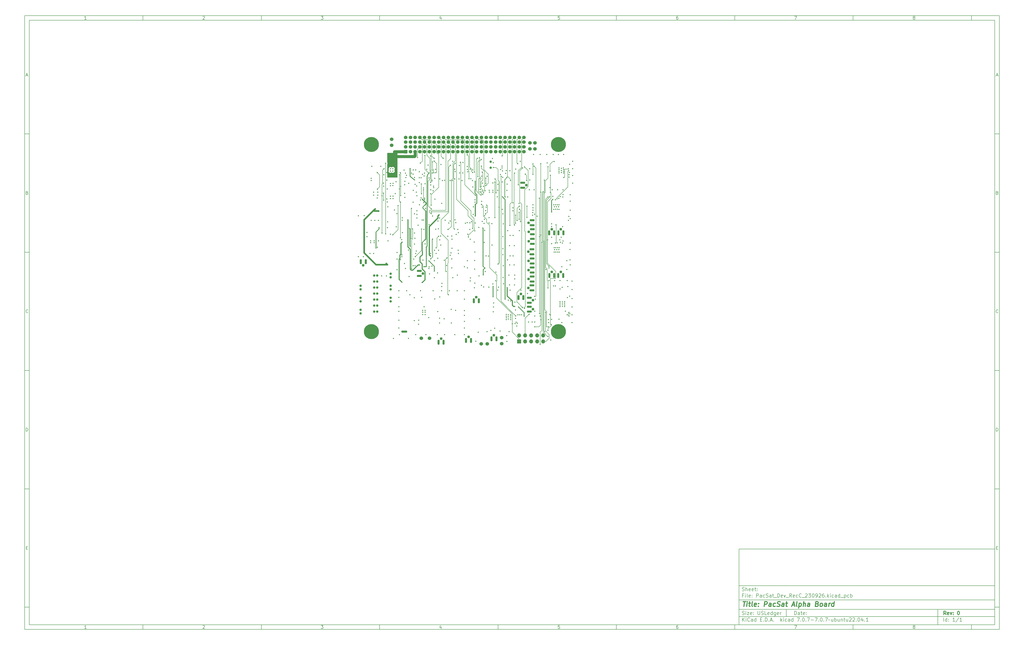
<source format=gbr>
%TF.GenerationSoftware,KiCad,Pcbnew,7.0.7-7.0.7~ubuntu22.04.1*%
%TF.CreationDate,2023-10-03T20:17:37-05:00*%
%TF.ProjectId,PacSat_Dev_RecC_230926,50616353-6174-45f4-9465-765f52656343,0*%
%TF.SameCoordinates,Original*%
%TF.FileFunction,Copper,L4,Inr*%
%TF.FilePolarity,Positive*%
%FSLAX46Y46*%
G04 Gerber Fmt 4.6, Leading zero omitted, Abs format (unit mm)*
G04 Created by KiCad (PCBNEW 7.0.7-7.0.7~ubuntu22.04.1) date 2023-10-03 20:17:37*
%MOMM*%
%LPD*%
G01*
G04 APERTURE LIST*
G04 Aperture macros list*
%AMRoundRect*
0 Rectangle with rounded corners*
0 $1 Rounding radius*
0 $2 $3 $4 $5 $6 $7 $8 $9 X,Y pos of 4 corners*
0 Add a 4 corners polygon primitive as box body*
4,1,4,$2,$3,$4,$5,$6,$7,$8,$9,$2,$3,0*
0 Add four circle primitives for the rounded corners*
1,1,$1+$1,$2,$3*
1,1,$1+$1,$4,$5*
1,1,$1+$1,$6,$7*
1,1,$1+$1,$8,$9*
0 Add four rect primitives between the rounded corners*
20,1,$1+$1,$2,$3,$4,$5,0*
20,1,$1+$1,$4,$5,$6,$7,0*
20,1,$1+$1,$6,$7,$8,$9,0*
20,1,$1+$1,$8,$9,$2,$3,0*%
G04 Aperture macros list end*
%ADD10C,0.100000*%
%ADD11C,0.150000*%
%ADD12C,0.300000*%
%ADD13C,0.400000*%
%TA.AperFunction,ComponentPad*%
%ADD14C,1.524000*%
%TD*%
%TA.AperFunction,ComponentPad*%
%ADD15C,6.350000*%
%TD*%
%TA.AperFunction,ComponentPad*%
%ADD16RoundRect,0.290840X-0.471160X-0.471160X0.471160X-0.471160X0.471160X0.471160X-0.471160X0.471160X0*%
%TD*%
%TA.AperFunction,ComponentPad*%
%ADD17C,1.016000*%
%TD*%
%TA.AperFunction,ComponentPad*%
%ADD18O,2.540000X0.889000*%
%TD*%
%TA.AperFunction,ComponentPad*%
%ADD19C,1.000000*%
%TD*%
%TA.AperFunction,ComponentPad*%
%ADD20R,1.700000X1.700000*%
%TD*%
%TA.AperFunction,ComponentPad*%
%ADD21O,1.700000X1.700000*%
%TD*%
%TA.AperFunction,ComponentPad*%
%ADD22RoundRect,0.254000X0.254000X-0.254000X0.254000X0.254000X-0.254000X0.254000X-0.254000X-0.254000X0*%
%TD*%
%TA.AperFunction,ComponentPad*%
%ADD23RoundRect,0.200000X0.200000X-0.800000X0.200000X0.800000X-0.200000X0.800000X-0.200000X-0.800000X0*%
%TD*%
%TA.AperFunction,ComponentPad*%
%ADD24RoundRect,0.254000X0.254000X0.254000X-0.254000X0.254000X-0.254000X-0.254000X0.254000X-0.254000X0*%
%TD*%
%TA.AperFunction,ComponentPad*%
%ADD25RoundRect,0.200000X0.800000X0.200000X-0.800000X0.200000X-0.800000X-0.200000X0.800000X-0.200000X0*%
%TD*%
%TA.AperFunction,ComponentPad*%
%ADD26RoundRect,0.254000X-0.254000X0.254000X-0.254000X-0.254000X0.254000X-0.254000X0.254000X0.254000X0*%
%TD*%
%TA.AperFunction,ComponentPad*%
%ADD27RoundRect,0.200000X-0.200000X0.800000X-0.200000X-0.800000X0.200000X-0.800000X0.200000X0.800000X0*%
%TD*%
%TA.AperFunction,ComponentPad*%
%ADD28RoundRect,0.254000X-0.254000X-0.254000X0.254000X-0.254000X0.254000X0.254000X-0.254000X0.254000X0*%
%TD*%
%TA.AperFunction,ComponentPad*%
%ADD29RoundRect,0.200000X-0.800000X-0.200000X0.800000X-0.200000X0.800000X0.200000X-0.800000X0.200000X0*%
%TD*%
%TA.AperFunction,ViaPad*%
%ADD30C,0.508000*%
%TD*%
%TA.AperFunction,Conductor*%
%ADD31C,0.203200*%
%TD*%
%TA.AperFunction,Conductor*%
%ADD32C,1.270000*%
%TD*%
%TA.AperFunction,Conductor*%
%ADD33C,0.152400*%
%TD*%
%TA.AperFunction,Conductor*%
%ADD34C,0.330200*%
%TD*%
%TA.AperFunction,Conductor*%
%ADD35C,0.381000*%
%TD*%
%TA.AperFunction,Conductor*%
%ADD36C,0.304800*%
%TD*%
%TA.AperFunction,Conductor*%
%ADD37C,0.508000*%
%TD*%
%TA.AperFunction,Conductor*%
%ADD38C,0.635000*%
%TD*%
%TA.AperFunction,Conductor*%
%ADD39C,0.254000*%
%TD*%
G04 APERTURE END LIST*
D10*
D11*
X311800000Y-235400000D02*
X419800000Y-235400000D01*
X419800000Y-267400000D01*
X311800000Y-267400000D01*
X311800000Y-235400000D01*
D10*
D11*
X10000000Y-10000000D02*
X421800000Y-10000000D01*
X421800000Y-269400000D01*
X10000000Y-269400000D01*
X10000000Y-10000000D01*
D10*
D11*
X12000000Y-12000000D02*
X419800000Y-12000000D01*
X419800000Y-267400000D01*
X12000000Y-267400000D01*
X12000000Y-12000000D01*
D10*
D11*
X60000000Y-12000000D02*
X60000000Y-10000000D01*
D10*
D11*
X110000000Y-12000000D02*
X110000000Y-10000000D01*
D10*
D11*
X160000000Y-12000000D02*
X160000000Y-10000000D01*
D10*
D11*
X210000000Y-12000000D02*
X210000000Y-10000000D01*
D10*
D11*
X260000000Y-12000000D02*
X260000000Y-10000000D01*
D10*
D11*
X310000000Y-12000000D02*
X310000000Y-10000000D01*
D10*
D11*
X360000000Y-12000000D02*
X360000000Y-10000000D01*
D10*
D11*
X410000000Y-12000000D02*
X410000000Y-10000000D01*
D10*
D11*
X36089160Y-11593604D02*
X35346303Y-11593604D01*
X35717731Y-11593604D02*
X35717731Y-10293604D01*
X35717731Y-10293604D02*
X35593922Y-10479319D01*
X35593922Y-10479319D02*
X35470112Y-10603128D01*
X35470112Y-10603128D02*
X35346303Y-10665033D01*
D10*
D11*
X85346303Y-10417414D02*
X85408207Y-10355509D01*
X85408207Y-10355509D02*
X85532017Y-10293604D01*
X85532017Y-10293604D02*
X85841541Y-10293604D01*
X85841541Y-10293604D02*
X85965350Y-10355509D01*
X85965350Y-10355509D02*
X86027255Y-10417414D01*
X86027255Y-10417414D02*
X86089160Y-10541223D01*
X86089160Y-10541223D02*
X86089160Y-10665033D01*
X86089160Y-10665033D02*
X86027255Y-10850747D01*
X86027255Y-10850747D02*
X85284398Y-11593604D01*
X85284398Y-11593604D02*
X86089160Y-11593604D01*
D10*
D11*
X135284398Y-10293604D02*
X136089160Y-10293604D01*
X136089160Y-10293604D02*
X135655826Y-10788842D01*
X135655826Y-10788842D02*
X135841541Y-10788842D01*
X135841541Y-10788842D02*
X135965350Y-10850747D01*
X135965350Y-10850747D02*
X136027255Y-10912652D01*
X136027255Y-10912652D02*
X136089160Y-11036461D01*
X136089160Y-11036461D02*
X136089160Y-11345985D01*
X136089160Y-11345985D02*
X136027255Y-11469795D01*
X136027255Y-11469795D02*
X135965350Y-11531700D01*
X135965350Y-11531700D02*
X135841541Y-11593604D01*
X135841541Y-11593604D02*
X135470112Y-11593604D01*
X135470112Y-11593604D02*
X135346303Y-11531700D01*
X135346303Y-11531700D02*
X135284398Y-11469795D01*
D10*
D11*
X185965350Y-10726938D02*
X185965350Y-11593604D01*
X185655826Y-10231700D02*
X185346303Y-11160271D01*
X185346303Y-11160271D02*
X186151064Y-11160271D01*
D10*
D11*
X236027255Y-10293604D02*
X235408207Y-10293604D01*
X235408207Y-10293604D02*
X235346303Y-10912652D01*
X235346303Y-10912652D02*
X235408207Y-10850747D01*
X235408207Y-10850747D02*
X235532017Y-10788842D01*
X235532017Y-10788842D02*
X235841541Y-10788842D01*
X235841541Y-10788842D02*
X235965350Y-10850747D01*
X235965350Y-10850747D02*
X236027255Y-10912652D01*
X236027255Y-10912652D02*
X236089160Y-11036461D01*
X236089160Y-11036461D02*
X236089160Y-11345985D01*
X236089160Y-11345985D02*
X236027255Y-11469795D01*
X236027255Y-11469795D02*
X235965350Y-11531700D01*
X235965350Y-11531700D02*
X235841541Y-11593604D01*
X235841541Y-11593604D02*
X235532017Y-11593604D01*
X235532017Y-11593604D02*
X235408207Y-11531700D01*
X235408207Y-11531700D02*
X235346303Y-11469795D01*
D10*
D11*
X285965350Y-10293604D02*
X285717731Y-10293604D01*
X285717731Y-10293604D02*
X285593922Y-10355509D01*
X285593922Y-10355509D02*
X285532017Y-10417414D01*
X285532017Y-10417414D02*
X285408207Y-10603128D01*
X285408207Y-10603128D02*
X285346303Y-10850747D01*
X285346303Y-10850747D02*
X285346303Y-11345985D01*
X285346303Y-11345985D02*
X285408207Y-11469795D01*
X285408207Y-11469795D02*
X285470112Y-11531700D01*
X285470112Y-11531700D02*
X285593922Y-11593604D01*
X285593922Y-11593604D02*
X285841541Y-11593604D01*
X285841541Y-11593604D02*
X285965350Y-11531700D01*
X285965350Y-11531700D02*
X286027255Y-11469795D01*
X286027255Y-11469795D02*
X286089160Y-11345985D01*
X286089160Y-11345985D02*
X286089160Y-11036461D01*
X286089160Y-11036461D02*
X286027255Y-10912652D01*
X286027255Y-10912652D02*
X285965350Y-10850747D01*
X285965350Y-10850747D02*
X285841541Y-10788842D01*
X285841541Y-10788842D02*
X285593922Y-10788842D01*
X285593922Y-10788842D02*
X285470112Y-10850747D01*
X285470112Y-10850747D02*
X285408207Y-10912652D01*
X285408207Y-10912652D02*
X285346303Y-11036461D01*
D10*
D11*
X335284398Y-10293604D02*
X336151064Y-10293604D01*
X336151064Y-10293604D02*
X335593922Y-11593604D01*
D10*
D11*
X385593922Y-10850747D02*
X385470112Y-10788842D01*
X385470112Y-10788842D02*
X385408207Y-10726938D01*
X385408207Y-10726938D02*
X385346303Y-10603128D01*
X385346303Y-10603128D02*
X385346303Y-10541223D01*
X385346303Y-10541223D02*
X385408207Y-10417414D01*
X385408207Y-10417414D02*
X385470112Y-10355509D01*
X385470112Y-10355509D02*
X385593922Y-10293604D01*
X385593922Y-10293604D02*
X385841541Y-10293604D01*
X385841541Y-10293604D02*
X385965350Y-10355509D01*
X385965350Y-10355509D02*
X386027255Y-10417414D01*
X386027255Y-10417414D02*
X386089160Y-10541223D01*
X386089160Y-10541223D02*
X386089160Y-10603128D01*
X386089160Y-10603128D02*
X386027255Y-10726938D01*
X386027255Y-10726938D02*
X385965350Y-10788842D01*
X385965350Y-10788842D02*
X385841541Y-10850747D01*
X385841541Y-10850747D02*
X385593922Y-10850747D01*
X385593922Y-10850747D02*
X385470112Y-10912652D01*
X385470112Y-10912652D02*
X385408207Y-10974557D01*
X385408207Y-10974557D02*
X385346303Y-11098366D01*
X385346303Y-11098366D02*
X385346303Y-11345985D01*
X385346303Y-11345985D02*
X385408207Y-11469795D01*
X385408207Y-11469795D02*
X385470112Y-11531700D01*
X385470112Y-11531700D02*
X385593922Y-11593604D01*
X385593922Y-11593604D02*
X385841541Y-11593604D01*
X385841541Y-11593604D02*
X385965350Y-11531700D01*
X385965350Y-11531700D02*
X386027255Y-11469795D01*
X386027255Y-11469795D02*
X386089160Y-11345985D01*
X386089160Y-11345985D02*
X386089160Y-11098366D01*
X386089160Y-11098366D02*
X386027255Y-10974557D01*
X386027255Y-10974557D02*
X385965350Y-10912652D01*
X385965350Y-10912652D02*
X385841541Y-10850747D01*
D10*
D11*
X60000000Y-267400000D02*
X60000000Y-269400000D01*
D10*
D11*
X110000000Y-267400000D02*
X110000000Y-269400000D01*
D10*
D11*
X160000000Y-267400000D02*
X160000000Y-269400000D01*
D10*
D11*
X210000000Y-267400000D02*
X210000000Y-269400000D01*
D10*
D11*
X260000000Y-267400000D02*
X260000000Y-269400000D01*
D10*
D11*
X310000000Y-267400000D02*
X310000000Y-269400000D01*
D10*
D11*
X360000000Y-267400000D02*
X360000000Y-269400000D01*
D10*
D11*
X410000000Y-267400000D02*
X410000000Y-269400000D01*
D10*
D11*
X36089160Y-268993604D02*
X35346303Y-268993604D01*
X35717731Y-268993604D02*
X35717731Y-267693604D01*
X35717731Y-267693604D02*
X35593922Y-267879319D01*
X35593922Y-267879319D02*
X35470112Y-268003128D01*
X35470112Y-268003128D02*
X35346303Y-268065033D01*
D10*
D11*
X85346303Y-267817414D02*
X85408207Y-267755509D01*
X85408207Y-267755509D02*
X85532017Y-267693604D01*
X85532017Y-267693604D02*
X85841541Y-267693604D01*
X85841541Y-267693604D02*
X85965350Y-267755509D01*
X85965350Y-267755509D02*
X86027255Y-267817414D01*
X86027255Y-267817414D02*
X86089160Y-267941223D01*
X86089160Y-267941223D02*
X86089160Y-268065033D01*
X86089160Y-268065033D02*
X86027255Y-268250747D01*
X86027255Y-268250747D02*
X85284398Y-268993604D01*
X85284398Y-268993604D02*
X86089160Y-268993604D01*
D10*
D11*
X135284398Y-267693604D02*
X136089160Y-267693604D01*
X136089160Y-267693604D02*
X135655826Y-268188842D01*
X135655826Y-268188842D02*
X135841541Y-268188842D01*
X135841541Y-268188842D02*
X135965350Y-268250747D01*
X135965350Y-268250747D02*
X136027255Y-268312652D01*
X136027255Y-268312652D02*
X136089160Y-268436461D01*
X136089160Y-268436461D02*
X136089160Y-268745985D01*
X136089160Y-268745985D02*
X136027255Y-268869795D01*
X136027255Y-268869795D02*
X135965350Y-268931700D01*
X135965350Y-268931700D02*
X135841541Y-268993604D01*
X135841541Y-268993604D02*
X135470112Y-268993604D01*
X135470112Y-268993604D02*
X135346303Y-268931700D01*
X135346303Y-268931700D02*
X135284398Y-268869795D01*
D10*
D11*
X185965350Y-268126938D02*
X185965350Y-268993604D01*
X185655826Y-267631700D02*
X185346303Y-268560271D01*
X185346303Y-268560271D02*
X186151064Y-268560271D01*
D10*
D11*
X236027255Y-267693604D02*
X235408207Y-267693604D01*
X235408207Y-267693604D02*
X235346303Y-268312652D01*
X235346303Y-268312652D02*
X235408207Y-268250747D01*
X235408207Y-268250747D02*
X235532017Y-268188842D01*
X235532017Y-268188842D02*
X235841541Y-268188842D01*
X235841541Y-268188842D02*
X235965350Y-268250747D01*
X235965350Y-268250747D02*
X236027255Y-268312652D01*
X236027255Y-268312652D02*
X236089160Y-268436461D01*
X236089160Y-268436461D02*
X236089160Y-268745985D01*
X236089160Y-268745985D02*
X236027255Y-268869795D01*
X236027255Y-268869795D02*
X235965350Y-268931700D01*
X235965350Y-268931700D02*
X235841541Y-268993604D01*
X235841541Y-268993604D02*
X235532017Y-268993604D01*
X235532017Y-268993604D02*
X235408207Y-268931700D01*
X235408207Y-268931700D02*
X235346303Y-268869795D01*
D10*
D11*
X285965350Y-267693604D02*
X285717731Y-267693604D01*
X285717731Y-267693604D02*
X285593922Y-267755509D01*
X285593922Y-267755509D02*
X285532017Y-267817414D01*
X285532017Y-267817414D02*
X285408207Y-268003128D01*
X285408207Y-268003128D02*
X285346303Y-268250747D01*
X285346303Y-268250747D02*
X285346303Y-268745985D01*
X285346303Y-268745985D02*
X285408207Y-268869795D01*
X285408207Y-268869795D02*
X285470112Y-268931700D01*
X285470112Y-268931700D02*
X285593922Y-268993604D01*
X285593922Y-268993604D02*
X285841541Y-268993604D01*
X285841541Y-268993604D02*
X285965350Y-268931700D01*
X285965350Y-268931700D02*
X286027255Y-268869795D01*
X286027255Y-268869795D02*
X286089160Y-268745985D01*
X286089160Y-268745985D02*
X286089160Y-268436461D01*
X286089160Y-268436461D02*
X286027255Y-268312652D01*
X286027255Y-268312652D02*
X285965350Y-268250747D01*
X285965350Y-268250747D02*
X285841541Y-268188842D01*
X285841541Y-268188842D02*
X285593922Y-268188842D01*
X285593922Y-268188842D02*
X285470112Y-268250747D01*
X285470112Y-268250747D02*
X285408207Y-268312652D01*
X285408207Y-268312652D02*
X285346303Y-268436461D01*
D10*
D11*
X335284398Y-267693604D02*
X336151064Y-267693604D01*
X336151064Y-267693604D02*
X335593922Y-268993604D01*
D10*
D11*
X385593922Y-268250747D02*
X385470112Y-268188842D01*
X385470112Y-268188842D02*
X385408207Y-268126938D01*
X385408207Y-268126938D02*
X385346303Y-268003128D01*
X385346303Y-268003128D02*
X385346303Y-267941223D01*
X385346303Y-267941223D02*
X385408207Y-267817414D01*
X385408207Y-267817414D02*
X385470112Y-267755509D01*
X385470112Y-267755509D02*
X385593922Y-267693604D01*
X385593922Y-267693604D02*
X385841541Y-267693604D01*
X385841541Y-267693604D02*
X385965350Y-267755509D01*
X385965350Y-267755509D02*
X386027255Y-267817414D01*
X386027255Y-267817414D02*
X386089160Y-267941223D01*
X386089160Y-267941223D02*
X386089160Y-268003128D01*
X386089160Y-268003128D02*
X386027255Y-268126938D01*
X386027255Y-268126938D02*
X385965350Y-268188842D01*
X385965350Y-268188842D02*
X385841541Y-268250747D01*
X385841541Y-268250747D02*
X385593922Y-268250747D01*
X385593922Y-268250747D02*
X385470112Y-268312652D01*
X385470112Y-268312652D02*
X385408207Y-268374557D01*
X385408207Y-268374557D02*
X385346303Y-268498366D01*
X385346303Y-268498366D02*
X385346303Y-268745985D01*
X385346303Y-268745985D02*
X385408207Y-268869795D01*
X385408207Y-268869795D02*
X385470112Y-268931700D01*
X385470112Y-268931700D02*
X385593922Y-268993604D01*
X385593922Y-268993604D02*
X385841541Y-268993604D01*
X385841541Y-268993604D02*
X385965350Y-268931700D01*
X385965350Y-268931700D02*
X386027255Y-268869795D01*
X386027255Y-268869795D02*
X386089160Y-268745985D01*
X386089160Y-268745985D02*
X386089160Y-268498366D01*
X386089160Y-268498366D02*
X386027255Y-268374557D01*
X386027255Y-268374557D02*
X385965350Y-268312652D01*
X385965350Y-268312652D02*
X385841541Y-268250747D01*
D10*
D11*
X10000000Y-60000000D02*
X12000000Y-60000000D01*
D10*
D11*
X10000000Y-110000000D02*
X12000000Y-110000000D01*
D10*
D11*
X10000000Y-160000000D02*
X12000000Y-160000000D01*
D10*
D11*
X10000000Y-210000000D02*
X12000000Y-210000000D01*
D10*
D11*
X10000000Y-260000000D02*
X12000000Y-260000000D01*
D10*
D11*
X10690476Y-35222176D02*
X11309523Y-35222176D01*
X10566666Y-35593604D02*
X10999999Y-34293604D01*
X10999999Y-34293604D02*
X11433333Y-35593604D01*
D10*
D11*
X11092857Y-84912652D02*
X11278571Y-84974557D01*
X11278571Y-84974557D02*
X11340476Y-85036461D01*
X11340476Y-85036461D02*
X11402380Y-85160271D01*
X11402380Y-85160271D02*
X11402380Y-85345985D01*
X11402380Y-85345985D02*
X11340476Y-85469795D01*
X11340476Y-85469795D02*
X11278571Y-85531700D01*
X11278571Y-85531700D02*
X11154761Y-85593604D01*
X11154761Y-85593604D02*
X10659523Y-85593604D01*
X10659523Y-85593604D02*
X10659523Y-84293604D01*
X10659523Y-84293604D02*
X11092857Y-84293604D01*
X11092857Y-84293604D02*
X11216666Y-84355509D01*
X11216666Y-84355509D02*
X11278571Y-84417414D01*
X11278571Y-84417414D02*
X11340476Y-84541223D01*
X11340476Y-84541223D02*
X11340476Y-84665033D01*
X11340476Y-84665033D02*
X11278571Y-84788842D01*
X11278571Y-84788842D02*
X11216666Y-84850747D01*
X11216666Y-84850747D02*
X11092857Y-84912652D01*
X11092857Y-84912652D02*
X10659523Y-84912652D01*
D10*
D11*
X11402380Y-135469795D02*
X11340476Y-135531700D01*
X11340476Y-135531700D02*
X11154761Y-135593604D01*
X11154761Y-135593604D02*
X11030952Y-135593604D01*
X11030952Y-135593604D02*
X10845238Y-135531700D01*
X10845238Y-135531700D02*
X10721428Y-135407890D01*
X10721428Y-135407890D02*
X10659523Y-135284080D01*
X10659523Y-135284080D02*
X10597619Y-135036461D01*
X10597619Y-135036461D02*
X10597619Y-134850747D01*
X10597619Y-134850747D02*
X10659523Y-134603128D01*
X10659523Y-134603128D02*
X10721428Y-134479319D01*
X10721428Y-134479319D02*
X10845238Y-134355509D01*
X10845238Y-134355509D02*
X11030952Y-134293604D01*
X11030952Y-134293604D02*
X11154761Y-134293604D01*
X11154761Y-134293604D02*
X11340476Y-134355509D01*
X11340476Y-134355509D02*
X11402380Y-134417414D01*
D10*
D11*
X10659523Y-185593604D02*
X10659523Y-184293604D01*
X10659523Y-184293604D02*
X10969047Y-184293604D01*
X10969047Y-184293604D02*
X11154761Y-184355509D01*
X11154761Y-184355509D02*
X11278571Y-184479319D01*
X11278571Y-184479319D02*
X11340476Y-184603128D01*
X11340476Y-184603128D02*
X11402380Y-184850747D01*
X11402380Y-184850747D02*
X11402380Y-185036461D01*
X11402380Y-185036461D02*
X11340476Y-185284080D01*
X11340476Y-185284080D02*
X11278571Y-185407890D01*
X11278571Y-185407890D02*
X11154761Y-185531700D01*
X11154761Y-185531700D02*
X10969047Y-185593604D01*
X10969047Y-185593604D02*
X10659523Y-185593604D01*
D10*
D11*
X10721428Y-234912652D02*
X11154762Y-234912652D01*
X11340476Y-235593604D02*
X10721428Y-235593604D01*
X10721428Y-235593604D02*
X10721428Y-234293604D01*
X10721428Y-234293604D02*
X11340476Y-234293604D01*
D10*
D11*
X421800000Y-60000000D02*
X419800000Y-60000000D01*
D10*
D11*
X421800000Y-110000000D02*
X419800000Y-110000000D01*
D10*
D11*
X421800000Y-160000000D02*
X419800000Y-160000000D01*
D10*
D11*
X421800000Y-210000000D02*
X419800000Y-210000000D01*
D10*
D11*
X421800000Y-260000000D02*
X419800000Y-260000000D01*
D10*
D11*
X420490476Y-35222176D02*
X421109523Y-35222176D01*
X420366666Y-35593604D02*
X420799999Y-34293604D01*
X420799999Y-34293604D02*
X421233333Y-35593604D01*
D10*
D11*
X420892857Y-84912652D02*
X421078571Y-84974557D01*
X421078571Y-84974557D02*
X421140476Y-85036461D01*
X421140476Y-85036461D02*
X421202380Y-85160271D01*
X421202380Y-85160271D02*
X421202380Y-85345985D01*
X421202380Y-85345985D02*
X421140476Y-85469795D01*
X421140476Y-85469795D02*
X421078571Y-85531700D01*
X421078571Y-85531700D02*
X420954761Y-85593604D01*
X420954761Y-85593604D02*
X420459523Y-85593604D01*
X420459523Y-85593604D02*
X420459523Y-84293604D01*
X420459523Y-84293604D02*
X420892857Y-84293604D01*
X420892857Y-84293604D02*
X421016666Y-84355509D01*
X421016666Y-84355509D02*
X421078571Y-84417414D01*
X421078571Y-84417414D02*
X421140476Y-84541223D01*
X421140476Y-84541223D02*
X421140476Y-84665033D01*
X421140476Y-84665033D02*
X421078571Y-84788842D01*
X421078571Y-84788842D02*
X421016666Y-84850747D01*
X421016666Y-84850747D02*
X420892857Y-84912652D01*
X420892857Y-84912652D02*
X420459523Y-84912652D01*
D10*
D11*
X421202380Y-135469795D02*
X421140476Y-135531700D01*
X421140476Y-135531700D02*
X420954761Y-135593604D01*
X420954761Y-135593604D02*
X420830952Y-135593604D01*
X420830952Y-135593604D02*
X420645238Y-135531700D01*
X420645238Y-135531700D02*
X420521428Y-135407890D01*
X420521428Y-135407890D02*
X420459523Y-135284080D01*
X420459523Y-135284080D02*
X420397619Y-135036461D01*
X420397619Y-135036461D02*
X420397619Y-134850747D01*
X420397619Y-134850747D02*
X420459523Y-134603128D01*
X420459523Y-134603128D02*
X420521428Y-134479319D01*
X420521428Y-134479319D02*
X420645238Y-134355509D01*
X420645238Y-134355509D02*
X420830952Y-134293604D01*
X420830952Y-134293604D02*
X420954761Y-134293604D01*
X420954761Y-134293604D02*
X421140476Y-134355509D01*
X421140476Y-134355509D02*
X421202380Y-134417414D01*
D10*
D11*
X420459523Y-185593604D02*
X420459523Y-184293604D01*
X420459523Y-184293604D02*
X420769047Y-184293604D01*
X420769047Y-184293604D02*
X420954761Y-184355509D01*
X420954761Y-184355509D02*
X421078571Y-184479319D01*
X421078571Y-184479319D02*
X421140476Y-184603128D01*
X421140476Y-184603128D02*
X421202380Y-184850747D01*
X421202380Y-184850747D02*
X421202380Y-185036461D01*
X421202380Y-185036461D02*
X421140476Y-185284080D01*
X421140476Y-185284080D02*
X421078571Y-185407890D01*
X421078571Y-185407890D02*
X420954761Y-185531700D01*
X420954761Y-185531700D02*
X420769047Y-185593604D01*
X420769047Y-185593604D02*
X420459523Y-185593604D01*
D10*
D11*
X420521428Y-234912652D02*
X420954762Y-234912652D01*
X421140476Y-235593604D02*
X420521428Y-235593604D01*
X420521428Y-235593604D02*
X420521428Y-234293604D01*
X420521428Y-234293604D02*
X421140476Y-234293604D01*
D10*
D11*
X335255826Y-263186128D02*
X335255826Y-261686128D01*
X335255826Y-261686128D02*
X335612969Y-261686128D01*
X335612969Y-261686128D02*
X335827255Y-261757557D01*
X335827255Y-261757557D02*
X335970112Y-261900414D01*
X335970112Y-261900414D02*
X336041541Y-262043271D01*
X336041541Y-262043271D02*
X336112969Y-262328985D01*
X336112969Y-262328985D02*
X336112969Y-262543271D01*
X336112969Y-262543271D02*
X336041541Y-262828985D01*
X336041541Y-262828985D02*
X335970112Y-262971842D01*
X335970112Y-262971842D02*
X335827255Y-263114700D01*
X335827255Y-263114700D02*
X335612969Y-263186128D01*
X335612969Y-263186128D02*
X335255826Y-263186128D01*
X337398684Y-263186128D02*
X337398684Y-262400414D01*
X337398684Y-262400414D02*
X337327255Y-262257557D01*
X337327255Y-262257557D02*
X337184398Y-262186128D01*
X337184398Y-262186128D02*
X336898684Y-262186128D01*
X336898684Y-262186128D02*
X336755826Y-262257557D01*
X337398684Y-263114700D02*
X337255826Y-263186128D01*
X337255826Y-263186128D02*
X336898684Y-263186128D01*
X336898684Y-263186128D02*
X336755826Y-263114700D01*
X336755826Y-263114700D02*
X336684398Y-262971842D01*
X336684398Y-262971842D02*
X336684398Y-262828985D01*
X336684398Y-262828985D02*
X336755826Y-262686128D01*
X336755826Y-262686128D02*
X336898684Y-262614700D01*
X336898684Y-262614700D02*
X337255826Y-262614700D01*
X337255826Y-262614700D02*
X337398684Y-262543271D01*
X337898684Y-262186128D02*
X338470112Y-262186128D01*
X338112969Y-261686128D02*
X338112969Y-262971842D01*
X338112969Y-262971842D02*
X338184398Y-263114700D01*
X338184398Y-263114700D02*
X338327255Y-263186128D01*
X338327255Y-263186128D02*
X338470112Y-263186128D01*
X339541541Y-263114700D02*
X339398684Y-263186128D01*
X339398684Y-263186128D02*
X339112970Y-263186128D01*
X339112970Y-263186128D02*
X338970112Y-263114700D01*
X338970112Y-263114700D02*
X338898684Y-262971842D01*
X338898684Y-262971842D02*
X338898684Y-262400414D01*
X338898684Y-262400414D02*
X338970112Y-262257557D01*
X338970112Y-262257557D02*
X339112970Y-262186128D01*
X339112970Y-262186128D02*
X339398684Y-262186128D01*
X339398684Y-262186128D02*
X339541541Y-262257557D01*
X339541541Y-262257557D02*
X339612970Y-262400414D01*
X339612970Y-262400414D02*
X339612970Y-262543271D01*
X339612970Y-262543271D02*
X338898684Y-262686128D01*
X340255826Y-263043271D02*
X340327255Y-263114700D01*
X340327255Y-263114700D02*
X340255826Y-263186128D01*
X340255826Y-263186128D02*
X340184398Y-263114700D01*
X340184398Y-263114700D02*
X340255826Y-263043271D01*
X340255826Y-263043271D02*
X340255826Y-263186128D01*
X340255826Y-262257557D02*
X340327255Y-262328985D01*
X340327255Y-262328985D02*
X340255826Y-262400414D01*
X340255826Y-262400414D02*
X340184398Y-262328985D01*
X340184398Y-262328985D02*
X340255826Y-262257557D01*
X340255826Y-262257557D02*
X340255826Y-262400414D01*
D10*
D11*
X311800000Y-263900000D02*
X419800000Y-263900000D01*
D10*
D11*
X313255826Y-265986128D02*
X313255826Y-264486128D01*
X314112969Y-265986128D02*
X313470112Y-265128985D01*
X314112969Y-264486128D02*
X313255826Y-265343271D01*
X314755826Y-265986128D02*
X314755826Y-264986128D01*
X314755826Y-264486128D02*
X314684398Y-264557557D01*
X314684398Y-264557557D02*
X314755826Y-264628985D01*
X314755826Y-264628985D02*
X314827255Y-264557557D01*
X314827255Y-264557557D02*
X314755826Y-264486128D01*
X314755826Y-264486128D02*
X314755826Y-264628985D01*
X316327255Y-265843271D02*
X316255827Y-265914700D01*
X316255827Y-265914700D02*
X316041541Y-265986128D01*
X316041541Y-265986128D02*
X315898684Y-265986128D01*
X315898684Y-265986128D02*
X315684398Y-265914700D01*
X315684398Y-265914700D02*
X315541541Y-265771842D01*
X315541541Y-265771842D02*
X315470112Y-265628985D01*
X315470112Y-265628985D02*
X315398684Y-265343271D01*
X315398684Y-265343271D02*
X315398684Y-265128985D01*
X315398684Y-265128985D02*
X315470112Y-264843271D01*
X315470112Y-264843271D02*
X315541541Y-264700414D01*
X315541541Y-264700414D02*
X315684398Y-264557557D01*
X315684398Y-264557557D02*
X315898684Y-264486128D01*
X315898684Y-264486128D02*
X316041541Y-264486128D01*
X316041541Y-264486128D02*
X316255827Y-264557557D01*
X316255827Y-264557557D02*
X316327255Y-264628985D01*
X317612970Y-265986128D02*
X317612970Y-265200414D01*
X317612970Y-265200414D02*
X317541541Y-265057557D01*
X317541541Y-265057557D02*
X317398684Y-264986128D01*
X317398684Y-264986128D02*
X317112970Y-264986128D01*
X317112970Y-264986128D02*
X316970112Y-265057557D01*
X317612970Y-265914700D02*
X317470112Y-265986128D01*
X317470112Y-265986128D02*
X317112970Y-265986128D01*
X317112970Y-265986128D02*
X316970112Y-265914700D01*
X316970112Y-265914700D02*
X316898684Y-265771842D01*
X316898684Y-265771842D02*
X316898684Y-265628985D01*
X316898684Y-265628985D02*
X316970112Y-265486128D01*
X316970112Y-265486128D02*
X317112970Y-265414700D01*
X317112970Y-265414700D02*
X317470112Y-265414700D01*
X317470112Y-265414700D02*
X317612970Y-265343271D01*
X318970113Y-265986128D02*
X318970113Y-264486128D01*
X318970113Y-265914700D02*
X318827255Y-265986128D01*
X318827255Y-265986128D02*
X318541541Y-265986128D01*
X318541541Y-265986128D02*
X318398684Y-265914700D01*
X318398684Y-265914700D02*
X318327255Y-265843271D01*
X318327255Y-265843271D02*
X318255827Y-265700414D01*
X318255827Y-265700414D02*
X318255827Y-265271842D01*
X318255827Y-265271842D02*
X318327255Y-265128985D01*
X318327255Y-265128985D02*
X318398684Y-265057557D01*
X318398684Y-265057557D02*
X318541541Y-264986128D01*
X318541541Y-264986128D02*
X318827255Y-264986128D01*
X318827255Y-264986128D02*
X318970113Y-265057557D01*
X320827255Y-265200414D02*
X321327255Y-265200414D01*
X321541541Y-265986128D02*
X320827255Y-265986128D01*
X320827255Y-265986128D02*
X320827255Y-264486128D01*
X320827255Y-264486128D02*
X321541541Y-264486128D01*
X322184398Y-265843271D02*
X322255827Y-265914700D01*
X322255827Y-265914700D02*
X322184398Y-265986128D01*
X322184398Y-265986128D02*
X322112970Y-265914700D01*
X322112970Y-265914700D02*
X322184398Y-265843271D01*
X322184398Y-265843271D02*
X322184398Y-265986128D01*
X322898684Y-265986128D02*
X322898684Y-264486128D01*
X322898684Y-264486128D02*
X323255827Y-264486128D01*
X323255827Y-264486128D02*
X323470113Y-264557557D01*
X323470113Y-264557557D02*
X323612970Y-264700414D01*
X323612970Y-264700414D02*
X323684399Y-264843271D01*
X323684399Y-264843271D02*
X323755827Y-265128985D01*
X323755827Y-265128985D02*
X323755827Y-265343271D01*
X323755827Y-265343271D02*
X323684399Y-265628985D01*
X323684399Y-265628985D02*
X323612970Y-265771842D01*
X323612970Y-265771842D02*
X323470113Y-265914700D01*
X323470113Y-265914700D02*
X323255827Y-265986128D01*
X323255827Y-265986128D02*
X322898684Y-265986128D01*
X324398684Y-265843271D02*
X324470113Y-265914700D01*
X324470113Y-265914700D02*
X324398684Y-265986128D01*
X324398684Y-265986128D02*
X324327256Y-265914700D01*
X324327256Y-265914700D02*
X324398684Y-265843271D01*
X324398684Y-265843271D02*
X324398684Y-265986128D01*
X325041542Y-265557557D02*
X325755828Y-265557557D01*
X324898685Y-265986128D02*
X325398685Y-264486128D01*
X325398685Y-264486128D02*
X325898685Y-265986128D01*
X326398684Y-265843271D02*
X326470113Y-265914700D01*
X326470113Y-265914700D02*
X326398684Y-265986128D01*
X326398684Y-265986128D02*
X326327256Y-265914700D01*
X326327256Y-265914700D02*
X326398684Y-265843271D01*
X326398684Y-265843271D02*
X326398684Y-265986128D01*
X329398684Y-265986128D02*
X329398684Y-264486128D01*
X329541542Y-265414700D02*
X329970113Y-265986128D01*
X329970113Y-264986128D02*
X329398684Y-265557557D01*
X330612970Y-265986128D02*
X330612970Y-264986128D01*
X330612970Y-264486128D02*
X330541542Y-264557557D01*
X330541542Y-264557557D02*
X330612970Y-264628985D01*
X330612970Y-264628985D02*
X330684399Y-264557557D01*
X330684399Y-264557557D02*
X330612970Y-264486128D01*
X330612970Y-264486128D02*
X330612970Y-264628985D01*
X331970114Y-265914700D02*
X331827256Y-265986128D01*
X331827256Y-265986128D02*
X331541542Y-265986128D01*
X331541542Y-265986128D02*
X331398685Y-265914700D01*
X331398685Y-265914700D02*
X331327256Y-265843271D01*
X331327256Y-265843271D02*
X331255828Y-265700414D01*
X331255828Y-265700414D02*
X331255828Y-265271842D01*
X331255828Y-265271842D02*
X331327256Y-265128985D01*
X331327256Y-265128985D02*
X331398685Y-265057557D01*
X331398685Y-265057557D02*
X331541542Y-264986128D01*
X331541542Y-264986128D02*
X331827256Y-264986128D01*
X331827256Y-264986128D02*
X331970114Y-265057557D01*
X333255828Y-265986128D02*
X333255828Y-265200414D01*
X333255828Y-265200414D02*
X333184399Y-265057557D01*
X333184399Y-265057557D02*
X333041542Y-264986128D01*
X333041542Y-264986128D02*
X332755828Y-264986128D01*
X332755828Y-264986128D02*
X332612970Y-265057557D01*
X333255828Y-265914700D02*
X333112970Y-265986128D01*
X333112970Y-265986128D02*
X332755828Y-265986128D01*
X332755828Y-265986128D02*
X332612970Y-265914700D01*
X332612970Y-265914700D02*
X332541542Y-265771842D01*
X332541542Y-265771842D02*
X332541542Y-265628985D01*
X332541542Y-265628985D02*
X332612970Y-265486128D01*
X332612970Y-265486128D02*
X332755828Y-265414700D01*
X332755828Y-265414700D02*
X333112970Y-265414700D01*
X333112970Y-265414700D02*
X333255828Y-265343271D01*
X334612971Y-265986128D02*
X334612971Y-264486128D01*
X334612971Y-265914700D02*
X334470113Y-265986128D01*
X334470113Y-265986128D02*
X334184399Y-265986128D01*
X334184399Y-265986128D02*
X334041542Y-265914700D01*
X334041542Y-265914700D02*
X333970113Y-265843271D01*
X333970113Y-265843271D02*
X333898685Y-265700414D01*
X333898685Y-265700414D02*
X333898685Y-265271842D01*
X333898685Y-265271842D02*
X333970113Y-265128985D01*
X333970113Y-265128985D02*
X334041542Y-265057557D01*
X334041542Y-265057557D02*
X334184399Y-264986128D01*
X334184399Y-264986128D02*
X334470113Y-264986128D01*
X334470113Y-264986128D02*
X334612971Y-265057557D01*
X336327256Y-264486128D02*
X337327256Y-264486128D01*
X337327256Y-264486128D02*
X336684399Y-265986128D01*
X337898684Y-265843271D02*
X337970113Y-265914700D01*
X337970113Y-265914700D02*
X337898684Y-265986128D01*
X337898684Y-265986128D02*
X337827256Y-265914700D01*
X337827256Y-265914700D02*
X337898684Y-265843271D01*
X337898684Y-265843271D02*
X337898684Y-265986128D01*
X338898685Y-264486128D02*
X339041542Y-264486128D01*
X339041542Y-264486128D02*
X339184399Y-264557557D01*
X339184399Y-264557557D02*
X339255828Y-264628985D01*
X339255828Y-264628985D02*
X339327256Y-264771842D01*
X339327256Y-264771842D02*
X339398685Y-265057557D01*
X339398685Y-265057557D02*
X339398685Y-265414700D01*
X339398685Y-265414700D02*
X339327256Y-265700414D01*
X339327256Y-265700414D02*
X339255828Y-265843271D01*
X339255828Y-265843271D02*
X339184399Y-265914700D01*
X339184399Y-265914700D02*
X339041542Y-265986128D01*
X339041542Y-265986128D02*
X338898685Y-265986128D01*
X338898685Y-265986128D02*
X338755828Y-265914700D01*
X338755828Y-265914700D02*
X338684399Y-265843271D01*
X338684399Y-265843271D02*
X338612970Y-265700414D01*
X338612970Y-265700414D02*
X338541542Y-265414700D01*
X338541542Y-265414700D02*
X338541542Y-265057557D01*
X338541542Y-265057557D02*
X338612970Y-264771842D01*
X338612970Y-264771842D02*
X338684399Y-264628985D01*
X338684399Y-264628985D02*
X338755828Y-264557557D01*
X338755828Y-264557557D02*
X338898685Y-264486128D01*
X340041541Y-265843271D02*
X340112970Y-265914700D01*
X340112970Y-265914700D02*
X340041541Y-265986128D01*
X340041541Y-265986128D02*
X339970113Y-265914700D01*
X339970113Y-265914700D02*
X340041541Y-265843271D01*
X340041541Y-265843271D02*
X340041541Y-265986128D01*
X340612970Y-264486128D02*
X341612970Y-264486128D01*
X341612970Y-264486128D02*
X340970113Y-265986128D01*
X342184398Y-265414700D02*
X343327256Y-265414700D01*
X343898684Y-264486128D02*
X344898684Y-264486128D01*
X344898684Y-264486128D02*
X344255827Y-265986128D01*
X345470112Y-265843271D02*
X345541541Y-265914700D01*
X345541541Y-265914700D02*
X345470112Y-265986128D01*
X345470112Y-265986128D02*
X345398684Y-265914700D01*
X345398684Y-265914700D02*
X345470112Y-265843271D01*
X345470112Y-265843271D02*
X345470112Y-265986128D01*
X346470113Y-264486128D02*
X346612970Y-264486128D01*
X346612970Y-264486128D02*
X346755827Y-264557557D01*
X346755827Y-264557557D02*
X346827256Y-264628985D01*
X346827256Y-264628985D02*
X346898684Y-264771842D01*
X346898684Y-264771842D02*
X346970113Y-265057557D01*
X346970113Y-265057557D02*
X346970113Y-265414700D01*
X346970113Y-265414700D02*
X346898684Y-265700414D01*
X346898684Y-265700414D02*
X346827256Y-265843271D01*
X346827256Y-265843271D02*
X346755827Y-265914700D01*
X346755827Y-265914700D02*
X346612970Y-265986128D01*
X346612970Y-265986128D02*
X346470113Y-265986128D01*
X346470113Y-265986128D02*
X346327256Y-265914700D01*
X346327256Y-265914700D02*
X346255827Y-265843271D01*
X346255827Y-265843271D02*
X346184398Y-265700414D01*
X346184398Y-265700414D02*
X346112970Y-265414700D01*
X346112970Y-265414700D02*
X346112970Y-265057557D01*
X346112970Y-265057557D02*
X346184398Y-264771842D01*
X346184398Y-264771842D02*
X346255827Y-264628985D01*
X346255827Y-264628985D02*
X346327256Y-264557557D01*
X346327256Y-264557557D02*
X346470113Y-264486128D01*
X347612969Y-265843271D02*
X347684398Y-265914700D01*
X347684398Y-265914700D02*
X347612969Y-265986128D01*
X347612969Y-265986128D02*
X347541541Y-265914700D01*
X347541541Y-265914700D02*
X347612969Y-265843271D01*
X347612969Y-265843271D02*
X347612969Y-265986128D01*
X348184398Y-264486128D02*
X349184398Y-264486128D01*
X349184398Y-264486128D02*
X348541541Y-265986128D01*
X349541541Y-265414700D02*
X349612969Y-265343271D01*
X349612969Y-265343271D02*
X349755826Y-265271842D01*
X349755826Y-265271842D02*
X350041541Y-265414700D01*
X350041541Y-265414700D02*
X350184398Y-265343271D01*
X350184398Y-265343271D02*
X350255826Y-265271842D01*
X351470113Y-264986128D02*
X351470113Y-265986128D01*
X350827255Y-264986128D02*
X350827255Y-265771842D01*
X350827255Y-265771842D02*
X350898684Y-265914700D01*
X350898684Y-265914700D02*
X351041541Y-265986128D01*
X351041541Y-265986128D02*
X351255827Y-265986128D01*
X351255827Y-265986128D02*
X351398684Y-265914700D01*
X351398684Y-265914700D02*
X351470113Y-265843271D01*
X352184398Y-265986128D02*
X352184398Y-264486128D01*
X352184398Y-265057557D02*
X352327256Y-264986128D01*
X352327256Y-264986128D02*
X352612970Y-264986128D01*
X352612970Y-264986128D02*
X352755827Y-265057557D01*
X352755827Y-265057557D02*
X352827256Y-265128985D01*
X352827256Y-265128985D02*
X352898684Y-265271842D01*
X352898684Y-265271842D02*
X352898684Y-265700414D01*
X352898684Y-265700414D02*
X352827256Y-265843271D01*
X352827256Y-265843271D02*
X352755827Y-265914700D01*
X352755827Y-265914700D02*
X352612970Y-265986128D01*
X352612970Y-265986128D02*
X352327256Y-265986128D01*
X352327256Y-265986128D02*
X352184398Y-265914700D01*
X354184399Y-264986128D02*
X354184399Y-265986128D01*
X353541541Y-264986128D02*
X353541541Y-265771842D01*
X353541541Y-265771842D02*
X353612970Y-265914700D01*
X353612970Y-265914700D02*
X353755827Y-265986128D01*
X353755827Y-265986128D02*
X353970113Y-265986128D01*
X353970113Y-265986128D02*
X354112970Y-265914700D01*
X354112970Y-265914700D02*
X354184399Y-265843271D01*
X354898684Y-264986128D02*
X354898684Y-265986128D01*
X354898684Y-265128985D02*
X354970113Y-265057557D01*
X354970113Y-265057557D02*
X355112970Y-264986128D01*
X355112970Y-264986128D02*
X355327256Y-264986128D01*
X355327256Y-264986128D02*
X355470113Y-265057557D01*
X355470113Y-265057557D02*
X355541542Y-265200414D01*
X355541542Y-265200414D02*
X355541542Y-265986128D01*
X356041542Y-264986128D02*
X356612970Y-264986128D01*
X356255827Y-264486128D02*
X356255827Y-265771842D01*
X356255827Y-265771842D02*
X356327256Y-265914700D01*
X356327256Y-265914700D02*
X356470113Y-265986128D01*
X356470113Y-265986128D02*
X356612970Y-265986128D01*
X357755828Y-264986128D02*
X357755828Y-265986128D01*
X357112970Y-264986128D02*
X357112970Y-265771842D01*
X357112970Y-265771842D02*
X357184399Y-265914700D01*
X357184399Y-265914700D02*
X357327256Y-265986128D01*
X357327256Y-265986128D02*
X357541542Y-265986128D01*
X357541542Y-265986128D02*
X357684399Y-265914700D01*
X357684399Y-265914700D02*
X357755828Y-265843271D01*
X358398685Y-264628985D02*
X358470113Y-264557557D01*
X358470113Y-264557557D02*
X358612971Y-264486128D01*
X358612971Y-264486128D02*
X358970113Y-264486128D01*
X358970113Y-264486128D02*
X359112971Y-264557557D01*
X359112971Y-264557557D02*
X359184399Y-264628985D01*
X359184399Y-264628985D02*
X359255828Y-264771842D01*
X359255828Y-264771842D02*
X359255828Y-264914700D01*
X359255828Y-264914700D02*
X359184399Y-265128985D01*
X359184399Y-265128985D02*
X358327256Y-265986128D01*
X358327256Y-265986128D02*
X359255828Y-265986128D01*
X359827256Y-264628985D02*
X359898684Y-264557557D01*
X359898684Y-264557557D02*
X360041542Y-264486128D01*
X360041542Y-264486128D02*
X360398684Y-264486128D01*
X360398684Y-264486128D02*
X360541542Y-264557557D01*
X360541542Y-264557557D02*
X360612970Y-264628985D01*
X360612970Y-264628985D02*
X360684399Y-264771842D01*
X360684399Y-264771842D02*
X360684399Y-264914700D01*
X360684399Y-264914700D02*
X360612970Y-265128985D01*
X360612970Y-265128985D02*
X359755827Y-265986128D01*
X359755827Y-265986128D02*
X360684399Y-265986128D01*
X361327255Y-265843271D02*
X361398684Y-265914700D01*
X361398684Y-265914700D02*
X361327255Y-265986128D01*
X361327255Y-265986128D02*
X361255827Y-265914700D01*
X361255827Y-265914700D02*
X361327255Y-265843271D01*
X361327255Y-265843271D02*
X361327255Y-265986128D01*
X362327256Y-264486128D02*
X362470113Y-264486128D01*
X362470113Y-264486128D02*
X362612970Y-264557557D01*
X362612970Y-264557557D02*
X362684399Y-264628985D01*
X362684399Y-264628985D02*
X362755827Y-264771842D01*
X362755827Y-264771842D02*
X362827256Y-265057557D01*
X362827256Y-265057557D02*
X362827256Y-265414700D01*
X362827256Y-265414700D02*
X362755827Y-265700414D01*
X362755827Y-265700414D02*
X362684399Y-265843271D01*
X362684399Y-265843271D02*
X362612970Y-265914700D01*
X362612970Y-265914700D02*
X362470113Y-265986128D01*
X362470113Y-265986128D02*
X362327256Y-265986128D01*
X362327256Y-265986128D02*
X362184399Y-265914700D01*
X362184399Y-265914700D02*
X362112970Y-265843271D01*
X362112970Y-265843271D02*
X362041541Y-265700414D01*
X362041541Y-265700414D02*
X361970113Y-265414700D01*
X361970113Y-265414700D02*
X361970113Y-265057557D01*
X361970113Y-265057557D02*
X362041541Y-264771842D01*
X362041541Y-264771842D02*
X362112970Y-264628985D01*
X362112970Y-264628985D02*
X362184399Y-264557557D01*
X362184399Y-264557557D02*
X362327256Y-264486128D01*
X364112970Y-264986128D02*
X364112970Y-265986128D01*
X363755827Y-264414700D02*
X363398684Y-265486128D01*
X363398684Y-265486128D02*
X364327255Y-265486128D01*
X364898683Y-265843271D02*
X364970112Y-265914700D01*
X364970112Y-265914700D02*
X364898683Y-265986128D01*
X364898683Y-265986128D02*
X364827255Y-265914700D01*
X364827255Y-265914700D02*
X364898683Y-265843271D01*
X364898683Y-265843271D02*
X364898683Y-265986128D01*
X366398684Y-265986128D02*
X365541541Y-265986128D01*
X365970112Y-265986128D02*
X365970112Y-264486128D01*
X365970112Y-264486128D02*
X365827255Y-264700414D01*
X365827255Y-264700414D02*
X365684398Y-264843271D01*
X365684398Y-264843271D02*
X365541541Y-264914700D01*
D10*
D11*
X311800000Y-260900000D02*
X419800000Y-260900000D01*
D10*
D12*
X399211653Y-263178328D02*
X398711653Y-262464042D01*
X398354510Y-263178328D02*
X398354510Y-261678328D01*
X398354510Y-261678328D02*
X398925939Y-261678328D01*
X398925939Y-261678328D02*
X399068796Y-261749757D01*
X399068796Y-261749757D02*
X399140225Y-261821185D01*
X399140225Y-261821185D02*
X399211653Y-261964042D01*
X399211653Y-261964042D02*
X399211653Y-262178328D01*
X399211653Y-262178328D02*
X399140225Y-262321185D01*
X399140225Y-262321185D02*
X399068796Y-262392614D01*
X399068796Y-262392614D02*
X398925939Y-262464042D01*
X398925939Y-262464042D02*
X398354510Y-262464042D01*
X400425939Y-263106900D02*
X400283082Y-263178328D01*
X400283082Y-263178328D02*
X399997368Y-263178328D01*
X399997368Y-263178328D02*
X399854510Y-263106900D01*
X399854510Y-263106900D02*
X399783082Y-262964042D01*
X399783082Y-262964042D02*
X399783082Y-262392614D01*
X399783082Y-262392614D02*
X399854510Y-262249757D01*
X399854510Y-262249757D02*
X399997368Y-262178328D01*
X399997368Y-262178328D02*
X400283082Y-262178328D01*
X400283082Y-262178328D02*
X400425939Y-262249757D01*
X400425939Y-262249757D02*
X400497368Y-262392614D01*
X400497368Y-262392614D02*
X400497368Y-262535471D01*
X400497368Y-262535471D02*
X399783082Y-262678328D01*
X400997367Y-262178328D02*
X401354510Y-263178328D01*
X401354510Y-263178328D02*
X401711653Y-262178328D01*
X402283081Y-263035471D02*
X402354510Y-263106900D01*
X402354510Y-263106900D02*
X402283081Y-263178328D01*
X402283081Y-263178328D02*
X402211653Y-263106900D01*
X402211653Y-263106900D02*
X402283081Y-263035471D01*
X402283081Y-263035471D02*
X402283081Y-263178328D01*
X402283081Y-262249757D02*
X402354510Y-262321185D01*
X402354510Y-262321185D02*
X402283081Y-262392614D01*
X402283081Y-262392614D02*
X402211653Y-262321185D01*
X402211653Y-262321185D02*
X402283081Y-262249757D01*
X402283081Y-262249757D02*
X402283081Y-262392614D01*
X404425939Y-261678328D02*
X404568796Y-261678328D01*
X404568796Y-261678328D02*
X404711653Y-261749757D01*
X404711653Y-261749757D02*
X404783082Y-261821185D01*
X404783082Y-261821185D02*
X404854510Y-261964042D01*
X404854510Y-261964042D02*
X404925939Y-262249757D01*
X404925939Y-262249757D02*
X404925939Y-262606900D01*
X404925939Y-262606900D02*
X404854510Y-262892614D01*
X404854510Y-262892614D02*
X404783082Y-263035471D01*
X404783082Y-263035471D02*
X404711653Y-263106900D01*
X404711653Y-263106900D02*
X404568796Y-263178328D01*
X404568796Y-263178328D02*
X404425939Y-263178328D01*
X404425939Y-263178328D02*
X404283082Y-263106900D01*
X404283082Y-263106900D02*
X404211653Y-263035471D01*
X404211653Y-263035471D02*
X404140224Y-262892614D01*
X404140224Y-262892614D02*
X404068796Y-262606900D01*
X404068796Y-262606900D02*
X404068796Y-262249757D01*
X404068796Y-262249757D02*
X404140224Y-261964042D01*
X404140224Y-261964042D02*
X404211653Y-261821185D01*
X404211653Y-261821185D02*
X404283082Y-261749757D01*
X404283082Y-261749757D02*
X404425939Y-261678328D01*
D10*
D11*
X313184398Y-263114700D02*
X313398684Y-263186128D01*
X313398684Y-263186128D02*
X313755826Y-263186128D01*
X313755826Y-263186128D02*
X313898684Y-263114700D01*
X313898684Y-263114700D02*
X313970112Y-263043271D01*
X313970112Y-263043271D02*
X314041541Y-262900414D01*
X314041541Y-262900414D02*
X314041541Y-262757557D01*
X314041541Y-262757557D02*
X313970112Y-262614700D01*
X313970112Y-262614700D02*
X313898684Y-262543271D01*
X313898684Y-262543271D02*
X313755826Y-262471842D01*
X313755826Y-262471842D02*
X313470112Y-262400414D01*
X313470112Y-262400414D02*
X313327255Y-262328985D01*
X313327255Y-262328985D02*
X313255826Y-262257557D01*
X313255826Y-262257557D02*
X313184398Y-262114700D01*
X313184398Y-262114700D02*
X313184398Y-261971842D01*
X313184398Y-261971842D02*
X313255826Y-261828985D01*
X313255826Y-261828985D02*
X313327255Y-261757557D01*
X313327255Y-261757557D02*
X313470112Y-261686128D01*
X313470112Y-261686128D02*
X313827255Y-261686128D01*
X313827255Y-261686128D02*
X314041541Y-261757557D01*
X314684397Y-263186128D02*
X314684397Y-262186128D01*
X314684397Y-261686128D02*
X314612969Y-261757557D01*
X314612969Y-261757557D02*
X314684397Y-261828985D01*
X314684397Y-261828985D02*
X314755826Y-261757557D01*
X314755826Y-261757557D02*
X314684397Y-261686128D01*
X314684397Y-261686128D02*
X314684397Y-261828985D01*
X315255826Y-262186128D02*
X316041541Y-262186128D01*
X316041541Y-262186128D02*
X315255826Y-263186128D01*
X315255826Y-263186128D02*
X316041541Y-263186128D01*
X317184398Y-263114700D02*
X317041541Y-263186128D01*
X317041541Y-263186128D02*
X316755827Y-263186128D01*
X316755827Y-263186128D02*
X316612969Y-263114700D01*
X316612969Y-263114700D02*
X316541541Y-262971842D01*
X316541541Y-262971842D02*
X316541541Y-262400414D01*
X316541541Y-262400414D02*
X316612969Y-262257557D01*
X316612969Y-262257557D02*
X316755827Y-262186128D01*
X316755827Y-262186128D02*
X317041541Y-262186128D01*
X317041541Y-262186128D02*
X317184398Y-262257557D01*
X317184398Y-262257557D02*
X317255827Y-262400414D01*
X317255827Y-262400414D02*
X317255827Y-262543271D01*
X317255827Y-262543271D02*
X316541541Y-262686128D01*
X317898683Y-263043271D02*
X317970112Y-263114700D01*
X317970112Y-263114700D02*
X317898683Y-263186128D01*
X317898683Y-263186128D02*
X317827255Y-263114700D01*
X317827255Y-263114700D02*
X317898683Y-263043271D01*
X317898683Y-263043271D02*
X317898683Y-263186128D01*
X317898683Y-262257557D02*
X317970112Y-262328985D01*
X317970112Y-262328985D02*
X317898683Y-262400414D01*
X317898683Y-262400414D02*
X317827255Y-262328985D01*
X317827255Y-262328985D02*
X317898683Y-262257557D01*
X317898683Y-262257557D02*
X317898683Y-262400414D01*
X319755826Y-261686128D02*
X319755826Y-262900414D01*
X319755826Y-262900414D02*
X319827255Y-263043271D01*
X319827255Y-263043271D02*
X319898684Y-263114700D01*
X319898684Y-263114700D02*
X320041541Y-263186128D01*
X320041541Y-263186128D02*
X320327255Y-263186128D01*
X320327255Y-263186128D02*
X320470112Y-263114700D01*
X320470112Y-263114700D02*
X320541541Y-263043271D01*
X320541541Y-263043271D02*
X320612969Y-262900414D01*
X320612969Y-262900414D02*
X320612969Y-261686128D01*
X321255827Y-263114700D02*
X321470113Y-263186128D01*
X321470113Y-263186128D02*
X321827255Y-263186128D01*
X321827255Y-263186128D02*
X321970113Y-263114700D01*
X321970113Y-263114700D02*
X322041541Y-263043271D01*
X322041541Y-263043271D02*
X322112970Y-262900414D01*
X322112970Y-262900414D02*
X322112970Y-262757557D01*
X322112970Y-262757557D02*
X322041541Y-262614700D01*
X322041541Y-262614700D02*
X321970113Y-262543271D01*
X321970113Y-262543271D02*
X321827255Y-262471842D01*
X321827255Y-262471842D02*
X321541541Y-262400414D01*
X321541541Y-262400414D02*
X321398684Y-262328985D01*
X321398684Y-262328985D02*
X321327255Y-262257557D01*
X321327255Y-262257557D02*
X321255827Y-262114700D01*
X321255827Y-262114700D02*
X321255827Y-261971842D01*
X321255827Y-261971842D02*
X321327255Y-261828985D01*
X321327255Y-261828985D02*
X321398684Y-261757557D01*
X321398684Y-261757557D02*
X321541541Y-261686128D01*
X321541541Y-261686128D02*
X321898684Y-261686128D01*
X321898684Y-261686128D02*
X322112970Y-261757557D01*
X323470112Y-263186128D02*
X322755826Y-263186128D01*
X322755826Y-263186128D02*
X322755826Y-261686128D01*
X324541541Y-263114700D02*
X324398684Y-263186128D01*
X324398684Y-263186128D02*
X324112970Y-263186128D01*
X324112970Y-263186128D02*
X323970112Y-263114700D01*
X323970112Y-263114700D02*
X323898684Y-262971842D01*
X323898684Y-262971842D02*
X323898684Y-262400414D01*
X323898684Y-262400414D02*
X323970112Y-262257557D01*
X323970112Y-262257557D02*
X324112970Y-262186128D01*
X324112970Y-262186128D02*
X324398684Y-262186128D01*
X324398684Y-262186128D02*
X324541541Y-262257557D01*
X324541541Y-262257557D02*
X324612970Y-262400414D01*
X324612970Y-262400414D02*
X324612970Y-262543271D01*
X324612970Y-262543271D02*
X323898684Y-262686128D01*
X325898684Y-263186128D02*
X325898684Y-261686128D01*
X325898684Y-263114700D02*
X325755826Y-263186128D01*
X325755826Y-263186128D02*
X325470112Y-263186128D01*
X325470112Y-263186128D02*
X325327255Y-263114700D01*
X325327255Y-263114700D02*
X325255826Y-263043271D01*
X325255826Y-263043271D02*
X325184398Y-262900414D01*
X325184398Y-262900414D02*
X325184398Y-262471842D01*
X325184398Y-262471842D02*
X325255826Y-262328985D01*
X325255826Y-262328985D02*
X325327255Y-262257557D01*
X325327255Y-262257557D02*
X325470112Y-262186128D01*
X325470112Y-262186128D02*
X325755826Y-262186128D01*
X325755826Y-262186128D02*
X325898684Y-262257557D01*
X327255827Y-262186128D02*
X327255827Y-263400414D01*
X327255827Y-263400414D02*
X327184398Y-263543271D01*
X327184398Y-263543271D02*
X327112969Y-263614700D01*
X327112969Y-263614700D02*
X326970112Y-263686128D01*
X326970112Y-263686128D02*
X326755827Y-263686128D01*
X326755827Y-263686128D02*
X326612969Y-263614700D01*
X327255827Y-263114700D02*
X327112969Y-263186128D01*
X327112969Y-263186128D02*
X326827255Y-263186128D01*
X326827255Y-263186128D02*
X326684398Y-263114700D01*
X326684398Y-263114700D02*
X326612969Y-263043271D01*
X326612969Y-263043271D02*
X326541541Y-262900414D01*
X326541541Y-262900414D02*
X326541541Y-262471842D01*
X326541541Y-262471842D02*
X326612969Y-262328985D01*
X326612969Y-262328985D02*
X326684398Y-262257557D01*
X326684398Y-262257557D02*
X326827255Y-262186128D01*
X326827255Y-262186128D02*
X327112969Y-262186128D01*
X327112969Y-262186128D02*
X327255827Y-262257557D01*
X328541541Y-263114700D02*
X328398684Y-263186128D01*
X328398684Y-263186128D02*
X328112970Y-263186128D01*
X328112970Y-263186128D02*
X327970112Y-263114700D01*
X327970112Y-263114700D02*
X327898684Y-262971842D01*
X327898684Y-262971842D02*
X327898684Y-262400414D01*
X327898684Y-262400414D02*
X327970112Y-262257557D01*
X327970112Y-262257557D02*
X328112970Y-262186128D01*
X328112970Y-262186128D02*
X328398684Y-262186128D01*
X328398684Y-262186128D02*
X328541541Y-262257557D01*
X328541541Y-262257557D02*
X328612970Y-262400414D01*
X328612970Y-262400414D02*
X328612970Y-262543271D01*
X328612970Y-262543271D02*
X327898684Y-262686128D01*
X329255826Y-263186128D02*
X329255826Y-262186128D01*
X329255826Y-262471842D02*
X329327255Y-262328985D01*
X329327255Y-262328985D02*
X329398684Y-262257557D01*
X329398684Y-262257557D02*
X329541541Y-262186128D01*
X329541541Y-262186128D02*
X329684398Y-262186128D01*
D10*
D11*
X398255826Y-265986128D02*
X398255826Y-264486128D01*
X399612970Y-265986128D02*
X399612970Y-264486128D01*
X399612970Y-265914700D02*
X399470112Y-265986128D01*
X399470112Y-265986128D02*
X399184398Y-265986128D01*
X399184398Y-265986128D02*
X399041541Y-265914700D01*
X399041541Y-265914700D02*
X398970112Y-265843271D01*
X398970112Y-265843271D02*
X398898684Y-265700414D01*
X398898684Y-265700414D02*
X398898684Y-265271842D01*
X398898684Y-265271842D02*
X398970112Y-265128985D01*
X398970112Y-265128985D02*
X399041541Y-265057557D01*
X399041541Y-265057557D02*
X399184398Y-264986128D01*
X399184398Y-264986128D02*
X399470112Y-264986128D01*
X399470112Y-264986128D02*
X399612970Y-265057557D01*
X400327255Y-265843271D02*
X400398684Y-265914700D01*
X400398684Y-265914700D02*
X400327255Y-265986128D01*
X400327255Y-265986128D02*
X400255827Y-265914700D01*
X400255827Y-265914700D02*
X400327255Y-265843271D01*
X400327255Y-265843271D02*
X400327255Y-265986128D01*
X400327255Y-265057557D02*
X400398684Y-265128985D01*
X400398684Y-265128985D02*
X400327255Y-265200414D01*
X400327255Y-265200414D02*
X400255827Y-265128985D01*
X400255827Y-265128985D02*
X400327255Y-265057557D01*
X400327255Y-265057557D02*
X400327255Y-265200414D01*
X402970113Y-265986128D02*
X402112970Y-265986128D01*
X402541541Y-265986128D02*
X402541541Y-264486128D01*
X402541541Y-264486128D02*
X402398684Y-264700414D01*
X402398684Y-264700414D02*
X402255827Y-264843271D01*
X402255827Y-264843271D02*
X402112970Y-264914700D01*
X404684398Y-264414700D02*
X403398684Y-266343271D01*
X405970113Y-265986128D02*
X405112970Y-265986128D01*
X405541541Y-265986128D02*
X405541541Y-264486128D01*
X405541541Y-264486128D02*
X405398684Y-264700414D01*
X405398684Y-264700414D02*
X405255827Y-264843271D01*
X405255827Y-264843271D02*
X405112970Y-264914700D01*
D10*
D11*
X311800000Y-256900000D02*
X419800000Y-256900000D01*
D10*
D13*
X313491728Y-257604438D02*
X314634585Y-257604438D01*
X313813157Y-259604438D02*
X314063157Y-257604438D01*
X315051252Y-259604438D02*
X315217919Y-258271104D01*
X315301252Y-257604438D02*
X315194109Y-257699676D01*
X315194109Y-257699676D02*
X315277443Y-257794914D01*
X315277443Y-257794914D02*
X315384586Y-257699676D01*
X315384586Y-257699676D02*
X315301252Y-257604438D01*
X315301252Y-257604438D02*
X315277443Y-257794914D01*
X315884586Y-258271104D02*
X316646490Y-258271104D01*
X316253633Y-257604438D02*
X316039348Y-259318723D01*
X316039348Y-259318723D02*
X316110776Y-259509200D01*
X316110776Y-259509200D02*
X316289348Y-259604438D01*
X316289348Y-259604438D02*
X316479824Y-259604438D01*
X317432205Y-259604438D02*
X317253633Y-259509200D01*
X317253633Y-259509200D02*
X317182205Y-259318723D01*
X317182205Y-259318723D02*
X317396490Y-257604438D01*
X318967919Y-259509200D02*
X318765538Y-259604438D01*
X318765538Y-259604438D02*
X318384585Y-259604438D01*
X318384585Y-259604438D02*
X318206014Y-259509200D01*
X318206014Y-259509200D02*
X318134585Y-259318723D01*
X318134585Y-259318723D02*
X318229824Y-258556819D01*
X318229824Y-258556819D02*
X318348871Y-258366342D01*
X318348871Y-258366342D02*
X318551252Y-258271104D01*
X318551252Y-258271104D02*
X318932204Y-258271104D01*
X318932204Y-258271104D02*
X319110776Y-258366342D01*
X319110776Y-258366342D02*
X319182204Y-258556819D01*
X319182204Y-258556819D02*
X319158395Y-258747295D01*
X319158395Y-258747295D02*
X318182204Y-258937771D01*
X319932205Y-259413961D02*
X320015538Y-259509200D01*
X320015538Y-259509200D02*
X319908395Y-259604438D01*
X319908395Y-259604438D02*
X319825062Y-259509200D01*
X319825062Y-259509200D02*
X319932205Y-259413961D01*
X319932205Y-259413961D02*
X319908395Y-259604438D01*
X320063157Y-258366342D02*
X320146490Y-258461580D01*
X320146490Y-258461580D02*
X320039348Y-258556819D01*
X320039348Y-258556819D02*
X319956014Y-258461580D01*
X319956014Y-258461580D02*
X320063157Y-258366342D01*
X320063157Y-258366342D02*
X320039348Y-258556819D01*
X322384586Y-259604438D02*
X322634586Y-257604438D01*
X322634586Y-257604438D02*
X323396491Y-257604438D01*
X323396491Y-257604438D02*
X323575062Y-257699676D01*
X323575062Y-257699676D02*
X323658396Y-257794914D01*
X323658396Y-257794914D02*
X323729824Y-257985390D01*
X323729824Y-257985390D02*
X323694110Y-258271104D01*
X323694110Y-258271104D02*
X323575062Y-258461580D01*
X323575062Y-258461580D02*
X323467920Y-258556819D01*
X323467920Y-258556819D02*
X323265539Y-258652057D01*
X323265539Y-258652057D02*
X322503634Y-258652057D01*
X325241729Y-259604438D02*
X325372681Y-258556819D01*
X325372681Y-258556819D02*
X325301253Y-258366342D01*
X325301253Y-258366342D02*
X325122681Y-258271104D01*
X325122681Y-258271104D02*
X324741729Y-258271104D01*
X324741729Y-258271104D02*
X324539348Y-258366342D01*
X325253634Y-259509200D02*
X325051253Y-259604438D01*
X325051253Y-259604438D02*
X324575062Y-259604438D01*
X324575062Y-259604438D02*
X324396491Y-259509200D01*
X324396491Y-259509200D02*
X324325062Y-259318723D01*
X324325062Y-259318723D02*
X324348872Y-259128247D01*
X324348872Y-259128247D02*
X324467920Y-258937771D01*
X324467920Y-258937771D02*
X324670301Y-258842533D01*
X324670301Y-258842533D02*
X325146491Y-258842533D01*
X325146491Y-258842533D02*
X325348872Y-258747295D01*
X327063158Y-259509200D02*
X326860777Y-259604438D01*
X326860777Y-259604438D02*
X326479825Y-259604438D01*
X326479825Y-259604438D02*
X326301253Y-259509200D01*
X326301253Y-259509200D02*
X326217920Y-259413961D01*
X326217920Y-259413961D02*
X326146491Y-259223485D01*
X326146491Y-259223485D02*
X326217920Y-258652057D01*
X326217920Y-258652057D02*
X326336967Y-258461580D01*
X326336967Y-258461580D02*
X326444110Y-258366342D01*
X326444110Y-258366342D02*
X326646491Y-258271104D01*
X326646491Y-258271104D02*
X327027444Y-258271104D01*
X327027444Y-258271104D02*
X327206015Y-258366342D01*
X327825063Y-259509200D02*
X328098872Y-259604438D01*
X328098872Y-259604438D02*
X328575063Y-259604438D01*
X328575063Y-259604438D02*
X328777444Y-259509200D01*
X328777444Y-259509200D02*
X328884587Y-259413961D01*
X328884587Y-259413961D02*
X329003634Y-259223485D01*
X329003634Y-259223485D02*
X329027444Y-259033009D01*
X329027444Y-259033009D02*
X328956015Y-258842533D01*
X328956015Y-258842533D02*
X328872682Y-258747295D01*
X328872682Y-258747295D02*
X328694111Y-258652057D01*
X328694111Y-258652057D02*
X328325063Y-258556819D01*
X328325063Y-258556819D02*
X328146491Y-258461580D01*
X328146491Y-258461580D02*
X328063158Y-258366342D01*
X328063158Y-258366342D02*
X327991730Y-258175866D01*
X327991730Y-258175866D02*
X328015539Y-257985390D01*
X328015539Y-257985390D02*
X328134587Y-257794914D01*
X328134587Y-257794914D02*
X328241730Y-257699676D01*
X328241730Y-257699676D02*
X328444111Y-257604438D01*
X328444111Y-257604438D02*
X328920301Y-257604438D01*
X328920301Y-257604438D02*
X329194111Y-257699676D01*
X330670301Y-259604438D02*
X330801253Y-258556819D01*
X330801253Y-258556819D02*
X330729825Y-258366342D01*
X330729825Y-258366342D02*
X330551253Y-258271104D01*
X330551253Y-258271104D02*
X330170301Y-258271104D01*
X330170301Y-258271104D02*
X329967920Y-258366342D01*
X330682206Y-259509200D02*
X330479825Y-259604438D01*
X330479825Y-259604438D02*
X330003634Y-259604438D01*
X330003634Y-259604438D02*
X329825063Y-259509200D01*
X329825063Y-259509200D02*
X329753634Y-259318723D01*
X329753634Y-259318723D02*
X329777444Y-259128247D01*
X329777444Y-259128247D02*
X329896492Y-258937771D01*
X329896492Y-258937771D02*
X330098873Y-258842533D01*
X330098873Y-258842533D02*
X330575063Y-258842533D01*
X330575063Y-258842533D02*
X330777444Y-258747295D01*
X331503635Y-258271104D02*
X332265539Y-258271104D01*
X331872682Y-257604438D02*
X331658397Y-259318723D01*
X331658397Y-259318723D02*
X331729825Y-259509200D01*
X331729825Y-259509200D02*
X331908397Y-259604438D01*
X331908397Y-259604438D02*
X332098873Y-259604438D01*
X334265540Y-259033009D02*
X335217921Y-259033009D01*
X334003635Y-259604438D02*
X334920302Y-257604438D01*
X334920302Y-257604438D02*
X335336968Y-259604438D01*
X336289350Y-259604438D02*
X336110778Y-259509200D01*
X336110778Y-259509200D02*
X336039350Y-259318723D01*
X336039350Y-259318723D02*
X336253635Y-257604438D01*
X337217921Y-258271104D02*
X336967921Y-260271104D01*
X337206016Y-258366342D02*
X337408397Y-258271104D01*
X337408397Y-258271104D02*
X337789349Y-258271104D01*
X337789349Y-258271104D02*
X337967921Y-258366342D01*
X337967921Y-258366342D02*
X338051254Y-258461580D01*
X338051254Y-258461580D02*
X338122683Y-258652057D01*
X338122683Y-258652057D02*
X338051254Y-259223485D01*
X338051254Y-259223485D02*
X337932207Y-259413961D01*
X337932207Y-259413961D02*
X337825064Y-259509200D01*
X337825064Y-259509200D02*
X337622683Y-259604438D01*
X337622683Y-259604438D02*
X337241730Y-259604438D01*
X337241730Y-259604438D02*
X337063159Y-259509200D01*
X338860778Y-259604438D02*
X339110778Y-257604438D01*
X339717921Y-259604438D02*
X339848873Y-258556819D01*
X339848873Y-258556819D02*
X339777445Y-258366342D01*
X339777445Y-258366342D02*
X339598873Y-258271104D01*
X339598873Y-258271104D02*
X339313159Y-258271104D01*
X339313159Y-258271104D02*
X339110778Y-258366342D01*
X339110778Y-258366342D02*
X339003635Y-258461580D01*
X341527445Y-259604438D02*
X341658397Y-258556819D01*
X341658397Y-258556819D02*
X341586969Y-258366342D01*
X341586969Y-258366342D02*
X341408397Y-258271104D01*
X341408397Y-258271104D02*
X341027445Y-258271104D01*
X341027445Y-258271104D02*
X340825064Y-258366342D01*
X341539350Y-259509200D02*
X341336969Y-259604438D01*
X341336969Y-259604438D02*
X340860778Y-259604438D01*
X340860778Y-259604438D02*
X340682207Y-259509200D01*
X340682207Y-259509200D02*
X340610778Y-259318723D01*
X340610778Y-259318723D02*
X340634588Y-259128247D01*
X340634588Y-259128247D02*
X340753636Y-258937771D01*
X340753636Y-258937771D02*
X340956017Y-258842533D01*
X340956017Y-258842533D02*
X341432207Y-258842533D01*
X341432207Y-258842533D02*
X341634588Y-258747295D01*
X344801255Y-258556819D02*
X345075065Y-258652057D01*
X345075065Y-258652057D02*
X345158398Y-258747295D01*
X345158398Y-258747295D02*
X345229827Y-258937771D01*
X345229827Y-258937771D02*
X345194112Y-259223485D01*
X345194112Y-259223485D02*
X345075065Y-259413961D01*
X345075065Y-259413961D02*
X344967922Y-259509200D01*
X344967922Y-259509200D02*
X344765541Y-259604438D01*
X344765541Y-259604438D02*
X344003636Y-259604438D01*
X344003636Y-259604438D02*
X344253636Y-257604438D01*
X344253636Y-257604438D02*
X344920303Y-257604438D01*
X344920303Y-257604438D02*
X345098874Y-257699676D01*
X345098874Y-257699676D02*
X345182208Y-257794914D01*
X345182208Y-257794914D02*
X345253636Y-257985390D01*
X345253636Y-257985390D02*
X345229827Y-258175866D01*
X345229827Y-258175866D02*
X345110779Y-258366342D01*
X345110779Y-258366342D02*
X345003636Y-258461580D01*
X345003636Y-258461580D02*
X344801255Y-258556819D01*
X344801255Y-258556819D02*
X344134589Y-258556819D01*
X346289351Y-259604438D02*
X346110779Y-259509200D01*
X346110779Y-259509200D02*
X346027446Y-259413961D01*
X346027446Y-259413961D02*
X345956017Y-259223485D01*
X345956017Y-259223485D02*
X346027446Y-258652057D01*
X346027446Y-258652057D02*
X346146493Y-258461580D01*
X346146493Y-258461580D02*
X346253636Y-258366342D01*
X346253636Y-258366342D02*
X346456017Y-258271104D01*
X346456017Y-258271104D02*
X346741731Y-258271104D01*
X346741731Y-258271104D02*
X346920303Y-258366342D01*
X346920303Y-258366342D02*
X347003636Y-258461580D01*
X347003636Y-258461580D02*
X347075065Y-258652057D01*
X347075065Y-258652057D02*
X347003636Y-259223485D01*
X347003636Y-259223485D02*
X346884589Y-259413961D01*
X346884589Y-259413961D02*
X346777446Y-259509200D01*
X346777446Y-259509200D02*
X346575065Y-259604438D01*
X346575065Y-259604438D02*
X346289351Y-259604438D01*
X348670303Y-259604438D02*
X348801255Y-258556819D01*
X348801255Y-258556819D02*
X348729827Y-258366342D01*
X348729827Y-258366342D02*
X348551255Y-258271104D01*
X348551255Y-258271104D02*
X348170303Y-258271104D01*
X348170303Y-258271104D02*
X347967922Y-258366342D01*
X348682208Y-259509200D02*
X348479827Y-259604438D01*
X348479827Y-259604438D02*
X348003636Y-259604438D01*
X348003636Y-259604438D02*
X347825065Y-259509200D01*
X347825065Y-259509200D02*
X347753636Y-259318723D01*
X347753636Y-259318723D02*
X347777446Y-259128247D01*
X347777446Y-259128247D02*
X347896494Y-258937771D01*
X347896494Y-258937771D02*
X348098875Y-258842533D01*
X348098875Y-258842533D02*
X348575065Y-258842533D01*
X348575065Y-258842533D02*
X348777446Y-258747295D01*
X349622684Y-259604438D02*
X349789351Y-258271104D01*
X349741732Y-258652057D02*
X349860779Y-258461580D01*
X349860779Y-258461580D02*
X349967922Y-258366342D01*
X349967922Y-258366342D02*
X350170303Y-258271104D01*
X350170303Y-258271104D02*
X350360779Y-258271104D01*
X351717922Y-259604438D02*
X351967922Y-257604438D01*
X351729827Y-259509200D02*
X351527446Y-259604438D01*
X351527446Y-259604438D02*
X351146494Y-259604438D01*
X351146494Y-259604438D02*
X350967922Y-259509200D01*
X350967922Y-259509200D02*
X350884589Y-259413961D01*
X350884589Y-259413961D02*
X350813160Y-259223485D01*
X350813160Y-259223485D02*
X350884589Y-258652057D01*
X350884589Y-258652057D02*
X351003636Y-258461580D01*
X351003636Y-258461580D02*
X351110779Y-258366342D01*
X351110779Y-258366342D02*
X351313160Y-258271104D01*
X351313160Y-258271104D02*
X351694113Y-258271104D01*
X351694113Y-258271104D02*
X351872684Y-258366342D01*
D10*
D11*
X313755826Y-255000414D02*
X313255826Y-255000414D01*
X313255826Y-255786128D02*
X313255826Y-254286128D01*
X313255826Y-254286128D02*
X313970112Y-254286128D01*
X314541540Y-255786128D02*
X314541540Y-254786128D01*
X314541540Y-254286128D02*
X314470112Y-254357557D01*
X314470112Y-254357557D02*
X314541540Y-254428985D01*
X314541540Y-254428985D02*
X314612969Y-254357557D01*
X314612969Y-254357557D02*
X314541540Y-254286128D01*
X314541540Y-254286128D02*
X314541540Y-254428985D01*
X315470112Y-255786128D02*
X315327255Y-255714700D01*
X315327255Y-255714700D02*
X315255826Y-255571842D01*
X315255826Y-255571842D02*
X315255826Y-254286128D01*
X316612969Y-255714700D02*
X316470112Y-255786128D01*
X316470112Y-255786128D02*
X316184398Y-255786128D01*
X316184398Y-255786128D02*
X316041540Y-255714700D01*
X316041540Y-255714700D02*
X315970112Y-255571842D01*
X315970112Y-255571842D02*
X315970112Y-255000414D01*
X315970112Y-255000414D02*
X316041540Y-254857557D01*
X316041540Y-254857557D02*
X316184398Y-254786128D01*
X316184398Y-254786128D02*
X316470112Y-254786128D01*
X316470112Y-254786128D02*
X316612969Y-254857557D01*
X316612969Y-254857557D02*
X316684398Y-255000414D01*
X316684398Y-255000414D02*
X316684398Y-255143271D01*
X316684398Y-255143271D02*
X315970112Y-255286128D01*
X317327254Y-255643271D02*
X317398683Y-255714700D01*
X317398683Y-255714700D02*
X317327254Y-255786128D01*
X317327254Y-255786128D02*
X317255826Y-255714700D01*
X317255826Y-255714700D02*
X317327254Y-255643271D01*
X317327254Y-255643271D02*
X317327254Y-255786128D01*
X317327254Y-254857557D02*
X317398683Y-254928985D01*
X317398683Y-254928985D02*
X317327254Y-255000414D01*
X317327254Y-255000414D02*
X317255826Y-254928985D01*
X317255826Y-254928985D02*
X317327254Y-254857557D01*
X317327254Y-254857557D02*
X317327254Y-255000414D01*
X319184397Y-255786128D02*
X319184397Y-254286128D01*
X319184397Y-254286128D02*
X319755826Y-254286128D01*
X319755826Y-254286128D02*
X319898683Y-254357557D01*
X319898683Y-254357557D02*
X319970112Y-254428985D01*
X319970112Y-254428985D02*
X320041540Y-254571842D01*
X320041540Y-254571842D02*
X320041540Y-254786128D01*
X320041540Y-254786128D02*
X319970112Y-254928985D01*
X319970112Y-254928985D02*
X319898683Y-255000414D01*
X319898683Y-255000414D02*
X319755826Y-255071842D01*
X319755826Y-255071842D02*
X319184397Y-255071842D01*
X321327255Y-255786128D02*
X321327255Y-255000414D01*
X321327255Y-255000414D02*
X321255826Y-254857557D01*
X321255826Y-254857557D02*
X321112969Y-254786128D01*
X321112969Y-254786128D02*
X320827255Y-254786128D01*
X320827255Y-254786128D02*
X320684397Y-254857557D01*
X321327255Y-255714700D02*
X321184397Y-255786128D01*
X321184397Y-255786128D02*
X320827255Y-255786128D01*
X320827255Y-255786128D02*
X320684397Y-255714700D01*
X320684397Y-255714700D02*
X320612969Y-255571842D01*
X320612969Y-255571842D02*
X320612969Y-255428985D01*
X320612969Y-255428985D02*
X320684397Y-255286128D01*
X320684397Y-255286128D02*
X320827255Y-255214700D01*
X320827255Y-255214700D02*
X321184397Y-255214700D01*
X321184397Y-255214700D02*
X321327255Y-255143271D01*
X322684398Y-255714700D02*
X322541540Y-255786128D01*
X322541540Y-255786128D02*
X322255826Y-255786128D01*
X322255826Y-255786128D02*
X322112969Y-255714700D01*
X322112969Y-255714700D02*
X322041540Y-255643271D01*
X322041540Y-255643271D02*
X321970112Y-255500414D01*
X321970112Y-255500414D02*
X321970112Y-255071842D01*
X321970112Y-255071842D02*
X322041540Y-254928985D01*
X322041540Y-254928985D02*
X322112969Y-254857557D01*
X322112969Y-254857557D02*
X322255826Y-254786128D01*
X322255826Y-254786128D02*
X322541540Y-254786128D01*
X322541540Y-254786128D02*
X322684398Y-254857557D01*
X323255826Y-255714700D02*
X323470112Y-255786128D01*
X323470112Y-255786128D02*
X323827254Y-255786128D01*
X323827254Y-255786128D02*
X323970112Y-255714700D01*
X323970112Y-255714700D02*
X324041540Y-255643271D01*
X324041540Y-255643271D02*
X324112969Y-255500414D01*
X324112969Y-255500414D02*
X324112969Y-255357557D01*
X324112969Y-255357557D02*
X324041540Y-255214700D01*
X324041540Y-255214700D02*
X323970112Y-255143271D01*
X323970112Y-255143271D02*
X323827254Y-255071842D01*
X323827254Y-255071842D02*
X323541540Y-255000414D01*
X323541540Y-255000414D02*
X323398683Y-254928985D01*
X323398683Y-254928985D02*
X323327254Y-254857557D01*
X323327254Y-254857557D02*
X323255826Y-254714700D01*
X323255826Y-254714700D02*
X323255826Y-254571842D01*
X323255826Y-254571842D02*
X323327254Y-254428985D01*
X323327254Y-254428985D02*
X323398683Y-254357557D01*
X323398683Y-254357557D02*
X323541540Y-254286128D01*
X323541540Y-254286128D02*
X323898683Y-254286128D01*
X323898683Y-254286128D02*
X324112969Y-254357557D01*
X325398683Y-255786128D02*
X325398683Y-255000414D01*
X325398683Y-255000414D02*
X325327254Y-254857557D01*
X325327254Y-254857557D02*
X325184397Y-254786128D01*
X325184397Y-254786128D02*
X324898683Y-254786128D01*
X324898683Y-254786128D02*
X324755825Y-254857557D01*
X325398683Y-255714700D02*
X325255825Y-255786128D01*
X325255825Y-255786128D02*
X324898683Y-255786128D01*
X324898683Y-255786128D02*
X324755825Y-255714700D01*
X324755825Y-255714700D02*
X324684397Y-255571842D01*
X324684397Y-255571842D02*
X324684397Y-255428985D01*
X324684397Y-255428985D02*
X324755825Y-255286128D01*
X324755825Y-255286128D02*
X324898683Y-255214700D01*
X324898683Y-255214700D02*
X325255825Y-255214700D01*
X325255825Y-255214700D02*
X325398683Y-255143271D01*
X325898683Y-254786128D02*
X326470111Y-254786128D01*
X326112968Y-254286128D02*
X326112968Y-255571842D01*
X326112968Y-255571842D02*
X326184397Y-255714700D01*
X326184397Y-255714700D02*
X326327254Y-255786128D01*
X326327254Y-255786128D02*
X326470111Y-255786128D01*
X326612969Y-255928985D02*
X327755826Y-255928985D01*
X328112968Y-255786128D02*
X328112968Y-254286128D01*
X328112968Y-254286128D02*
X328470111Y-254286128D01*
X328470111Y-254286128D02*
X328684397Y-254357557D01*
X328684397Y-254357557D02*
X328827254Y-254500414D01*
X328827254Y-254500414D02*
X328898683Y-254643271D01*
X328898683Y-254643271D02*
X328970111Y-254928985D01*
X328970111Y-254928985D02*
X328970111Y-255143271D01*
X328970111Y-255143271D02*
X328898683Y-255428985D01*
X328898683Y-255428985D02*
X328827254Y-255571842D01*
X328827254Y-255571842D02*
X328684397Y-255714700D01*
X328684397Y-255714700D02*
X328470111Y-255786128D01*
X328470111Y-255786128D02*
X328112968Y-255786128D01*
X330184397Y-255714700D02*
X330041540Y-255786128D01*
X330041540Y-255786128D02*
X329755826Y-255786128D01*
X329755826Y-255786128D02*
X329612968Y-255714700D01*
X329612968Y-255714700D02*
X329541540Y-255571842D01*
X329541540Y-255571842D02*
X329541540Y-255000414D01*
X329541540Y-255000414D02*
X329612968Y-254857557D01*
X329612968Y-254857557D02*
X329755826Y-254786128D01*
X329755826Y-254786128D02*
X330041540Y-254786128D01*
X330041540Y-254786128D02*
X330184397Y-254857557D01*
X330184397Y-254857557D02*
X330255826Y-255000414D01*
X330255826Y-255000414D02*
X330255826Y-255143271D01*
X330255826Y-255143271D02*
X329541540Y-255286128D01*
X330755825Y-254786128D02*
X331112968Y-255786128D01*
X331112968Y-255786128D02*
X331470111Y-254786128D01*
X331684397Y-255928985D02*
X332827254Y-255928985D01*
X334041539Y-255786128D02*
X333541539Y-255071842D01*
X333184396Y-255786128D02*
X333184396Y-254286128D01*
X333184396Y-254286128D02*
X333755825Y-254286128D01*
X333755825Y-254286128D02*
X333898682Y-254357557D01*
X333898682Y-254357557D02*
X333970111Y-254428985D01*
X333970111Y-254428985D02*
X334041539Y-254571842D01*
X334041539Y-254571842D02*
X334041539Y-254786128D01*
X334041539Y-254786128D02*
X333970111Y-254928985D01*
X333970111Y-254928985D02*
X333898682Y-255000414D01*
X333898682Y-255000414D02*
X333755825Y-255071842D01*
X333755825Y-255071842D02*
X333184396Y-255071842D01*
X335255825Y-255714700D02*
X335112968Y-255786128D01*
X335112968Y-255786128D02*
X334827254Y-255786128D01*
X334827254Y-255786128D02*
X334684396Y-255714700D01*
X334684396Y-255714700D02*
X334612968Y-255571842D01*
X334612968Y-255571842D02*
X334612968Y-255000414D01*
X334612968Y-255000414D02*
X334684396Y-254857557D01*
X334684396Y-254857557D02*
X334827254Y-254786128D01*
X334827254Y-254786128D02*
X335112968Y-254786128D01*
X335112968Y-254786128D02*
X335255825Y-254857557D01*
X335255825Y-254857557D02*
X335327254Y-255000414D01*
X335327254Y-255000414D02*
X335327254Y-255143271D01*
X335327254Y-255143271D02*
X334612968Y-255286128D01*
X336612968Y-255714700D02*
X336470110Y-255786128D01*
X336470110Y-255786128D02*
X336184396Y-255786128D01*
X336184396Y-255786128D02*
X336041539Y-255714700D01*
X336041539Y-255714700D02*
X335970110Y-255643271D01*
X335970110Y-255643271D02*
X335898682Y-255500414D01*
X335898682Y-255500414D02*
X335898682Y-255071842D01*
X335898682Y-255071842D02*
X335970110Y-254928985D01*
X335970110Y-254928985D02*
X336041539Y-254857557D01*
X336041539Y-254857557D02*
X336184396Y-254786128D01*
X336184396Y-254786128D02*
X336470110Y-254786128D01*
X336470110Y-254786128D02*
X336612968Y-254857557D01*
X338112967Y-255643271D02*
X338041539Y-255714700D01*
X338041539Y-255714700D02*
X337827253Y-255786128D01*
X337827253Y-255786128D02*
X337684396Y-255786128D01*
X337684396Y-255786128D02*
X337470110Y-255714700D01*
X337470110Y-255714700D02*
X337327253Y-255571842D01*
X337327253Y-255571842D02*
X337255824Y-255428985D01*
X337255824Y-255428985D02*
X337184396Y-255143271D01*
X337184396Y-255143271D02*
X337184396Y-254928985D01*
X337184396Y-254928985D02*
X337255824Y-254643271D01*
X337255824Y-254643271D02*
X337327253Y-254500414D01*
X337327253Y-254500414D02*
X337470110Y-254357557D01*
X337470110Y-254357557D02*
X337684396Y-254286128D01*
X337684396Y-254286128D02*
X337827253Y-254286128D01*
X337827253Y-254286128D02*
X338041539Y-254357557D01*
X338041539Y-254357557D02*
X338112967Y-254428985D01*
X338398682Y-255928985D02*
X339541539Y-255928985D01*
X339827253Y-254428985D02*
X339898681Y-254357557D01*
X339898681Y-254357557D02*
X340041539Y-254286128D01*
X340041539Y-254286128D02*
X340398681Y-254286128D01*
X340398681Y-254286128D02*
X340541539Y-254357557D01*
X340541539Y-254357557D02*
X340612967Y-254428985D01*
X340612967Y-254428985D02*
X340684396Y-254571842D01*
X340684396Y-254571842D02*
X340684396Y-254714700D01*
X340684396Y-254714700D02*
X340612967Y-254928985D01*
X340612967Y-254928985D02*
X339755824Y-255786128D01*
X339755824Y-255786128D02*
X340684396Y-255786128D01*
X341184395Y-254286128D02*
X342112967Y-254286128D01*
X342112967Y-254286128D02*
X341612967Y-254857557D01*
X341612967Y-254857557D02*
X341827252Y-254857557D01*
X341827252Y-254857557D02*
X341970110Y-254928985D01*
X341970110Y-254928985D02*
X342041538Y-255000414D01*
X342041538Y-255000414D02*
X342112967Y-255143271D01*
X342112967Y-255143271D02*
X342112967Y-255500414D01*
X342112967Y-255500414D02*
X342041538Y-255643271D01*
X342041538Y-255643271D02*
X341970110Y-255714700D01*
X341970110Y-255714700D02*
X341827252Y-255786128D01*
X341827252Y-255786128D02*
X341398681Y-255786128D01*
X341398681Y-255786128D02*
X341255824Y-255714700D01*
X341255824Y-255714700D02*
X341184395Y-255643271D01*
X343041538Y-254286128D02*
X343184395Y-254286128D01*
X343184395Y-254286128D02*
X343327252Y-254357557D01*
X343327252Y-254357557D02*
X343398681Y-254428985D01*
X343398681Y-254428985D02*
X343470109Y-254571842D01*
X343470109Y-254571842D02*
X343541538Y-254857557D01*
X343541538Y-254857557D02*
X343541538Y-255214700D01*
X343541538Y-255214700D02*
X343470109Y-255500414D01*
X343470109Y-255500414D02*
X343398681Y-255643271D01*
X343398681Y-255643271D02*
X343327252Y-255714700D01*
X343327252Y-255714700D02*
X343184395Y-255786128D01*
X343184395Y-255786128D02*
X343041538Y-255786128D01*
X343041538Y-255786128D02*
X342898681Y-255714700D01*
X342898681Y-255714700D02*
X342827252Y-255643271D01*
X342827252Y-255643271D02*
X342755823Y-255500414D01*
X342755823Y-255500414D02*
X342684395Y-255214700D01*
X342684395Y-255214700D02*
X342684395Y-254857557D01*
X342684395Y-254857557D02*
X342755823Y-254571842D01*
X342755823Y-254571842D02*
X342827252Y-254428985D01*
X342827252Y-254428985D02*
X342898681Y-254357557D01*
X342898681Y-254357557D02*
X343041538Y-254286128D01*
X344255823Y-255786128D02*
X344541537Y-255786128D01*
X344541537Y-255786128D02*
X344684394Y-255714700D01*
X344684394Y-255714700D02*
X344755823Y-255643271D01*
X344755823Y-255643271D02*
X344898680Y-255428985D01*
X344898680Y-255428985D02*
X344970109Y-255143271D01*
X344970109Y-255143271D02*
X344970109Y-254571842D01*
X344970109Y-254571842D02*
X344898680Y-254428985D01*
X344898680Y-254428985D02*
X344827252Y-254357557D01*
X344827252Y-254357557D02*
X344684394Y-254286128D01*
X344684394Y-254286128D02*
X344398680Y-254286128D01*
X344398680Y-254286128D02*
X344255823Y-254357557D01*
X344255823Y-254357557D02*
X344184394Y-254428985D01*
X344184394Y-254428985D02*
X344112966Y-254571842D01*
X344112966Y-254571842D02*
X344112966Y-254928985D01*
X344112966Y-254928985D02*
X344184394Y-255071842D01*
X344184394Y-255071842D02*
X344255823Y-255143271D01*
X344255823Y-255143271D02*
X344398680Y-255214700D01*
X344398680Y-255214700D02*
X344684394Y-255214700D01*
X344684394Y-255214700D02*
X344827252Y-255143271D01*
X344827252Y-255143271D02*
X344898680Y-255071842D01*
X344898680Y-255071842D02*
X344970109Y-254928985D01*
X345541537Y-254428985D02*
X345612965Y-254357557D01*
X345612965Y-254357557D02*
X345755823Y-254286128D01*
X345755823Y-254286128D02*
X346112965Y-254286128D01*
X346112965Y-254286128D02*
X346255823Y-254357557D01*
X346255823Y-254357557D02*
X346327251Y-254428985D01*
X346327251Y-254428985D02*
X346398680Y-254571842D01*
X346398680Y-254571842D02*
X346398680Y-254714700D01*
X346398680Y-254714700D02*
X346327251Y-254928985D01*
X346327251Y-254928985D02*
X345470108Y-255786128D01*
X345470108Y-255786128D02*
X346398680Y-255786128D01*
X347684394Y-254286128D02*
X347398679Y-254286128D01*
X347398679Y-254286128D02*
X347255822Y-254357557D01*
X347255822Y-254357557D02*
X347184394Y-254428985D01*
X347184394Y-254428985D02*
X347041536Y-254643271D01*
X347041536Y-254643271D02*
X346970108Y-254928985D01*
X346970108Y-254928985D02*
X346970108Y-255500414D01*
X346970108Y-255500414D02*
X347041536Y-255643271D01*
X347041536Y-255643271D02*
X347112965Y-255714700D01*
X347112965Y-255714700D02*
X347255822Y-255786128D01*
X347255822Y-255786128D02*
X347541536Y-255786128D01*
X347541536Y-255786128D02*
X347684394Y-255714700D01*
X347684394Y-255714700D02*
X347755822Y-255643271D01*
X347755822Y-255643271D02*
X347827251Y-255500414D01*
X347827251Y-255500414D02*
X347827251Y-255143271D01*
X347827251Y-255143271D02*
X347755822Y-255000414D01*
X347755822Y-255000414D02*
X347684394Y-254928985D01*
X347684394Y-254928985D02*
X347541536Y-254857557D01*
X347541536Y-254857557D02*
X347255822Y-254857557D01*
X347255822Y-254857557D02*
X347112965Y-254928985D01*
X347112965Y-254928985D02*
X347041536Y-255000414D01*
X347041536Y-255000414D02*
X346970108Y-255143271D01*
X348470107Y-255643271D02*
X348541536Y-255714700D01*
X348541536Y-255714700D02*
X348470107Y-255786128D01*
X348470107Y-255786128D02*
X348398679Y-255714700D01*
X348398679Y-255714700D02*
X348470107Y-255643271D01*
X348470107Y-255643271D02*
X348470107Y-255786128D01*
X349184393Y-255786128D02*
X349184393Y-254286128D01*
X349327251Y-255214700D02*
X349755822Y-255786128D01*
X349755822Y-254786128D02*
X349184393Y-255357557D01*
X350398679Y-255786128D02*
X350398679Y-254786128D01*
X350398679Y-254286128D02*
X350327251Y-254357557D01*
X350327251Y-254357557D02*
X350398679Y-254428985D01*
X350398679Y-254428985D02*
X350470108Y-254357557D01*
X350470108Y-254357557D02*
X350398679Y-254286128D01*
X350398679Y-254286128D02*
X350398679Y-254428985D01*
X351755823Y-255714700D02*
X351612965Y-255786128D01*
X351612965Y-255786128D02*
X351327251Y-255786128D01*
X351327251Y-255786128D02*
X351184394Y-255714700D01*
X351184394Y-255714700D02*
X351112965Y-255643271D01*
X351112965Y-255643271D02*
X351041537Y-255500414D01*
X351041537Y-255500414D02*
X351041537Y-255071842D01*
X351041537Y-255071842D02*
X351112965Y-254928985D01*
X351112965Y-254928985D02*
X351184394Y-254857557D01*
X351184394Y-254857557D02*
X351327251Y-254786128D01*
X351327251Y-254786128D02*
X351612965Y-254786128D01*
X351612965Y-254786128D02*
X351755823Y-254857557D01*
X353041537Y-255786128D02*
X353041537Y-255000414D01*
X353041537Y-255000414D02*
X352970108Y-254857557D01*
X352970108Y-254857557D02*
X352827251Y-254786128D01*
X352827251Y-254786128D02*
X352541537Y-254786128D01*
X352541537Y-254786128D02*
X352398679Y-254857557D01*
X353041537Y-255714700D02*
X352898679Y-255786128D01*
X352898679Y-255786128D02*
X352541537Y-255786128D01*
X352541537Y-255786128D02*
X352398679Y-255714700D01*
X352398679Y-255714700D02*
X352327251Y-255571842D01*
X352327251Y-255571842D02*
X352327251Y-255428985D01*
X352327251Y-255428985D02*
X352398679Y-255286128D01*
X352398679Y-255286128D02*
X352541537Y-255214700D01*
X352541537Y-255214700D02*
X352898679Y-255214700D01*
X352898679Y-255214700D02*
X353041537Y-255143271D01*
X354398680Y-255786128D02*
X354398680Y-254286128D01*
X354398680Y-255714700D02*
X354255822Y-255786128D01*
X354255822Y-255786128D02*
X353970108Y-255786128D01*
X353970108Y-255786128D02*
X353827251Y-255714700D01*
X353827251Y-255714700D02*
X353755822Y-255643271D01*
X353755822Y-255643271D02*
X353684394Y-255500414D01*
X353684394Y-255500414D02*
X353684394Y-255071842D01*
X353684394Y-255071842D02*
X353755822Y-254928985D01*
X353755822Y-254928985D02*
X353827251Y-254857557D01*
X353827251Y-254857557D02*
X353970108Y-254786128D01*
X353970108Y-254786128D02*
X354255822Y-254786128D01*
X354255822Y-254786128D02*
X354398680Y-254857557D01*
X354755823Y-255928985D02*
X355898680Y-255928985D01*
X356255822Y-254786128D02*
X356255822Y-256286128D01*
X356255822Y-254857557D02*
X356398680Y-254786128D01*
X356398680Y-254786128D02*
X356684394Y-254786128D01*
X356684394Y-254786128D02*
X356827251Y-254857557D01*
X356827251Y-254857557D02*
X356898680Y-254928985D01*
X356898680Y-254928985D02*
X356970108Y-255071842D01*
X356970108Y-255071842D02*
X356970108Y-255500414D01*
X356970108Y-255500414D02*
X356898680Y-255643271D01*
X356898680Y-255643271D02*
X356827251Y-255714700D01*
X356827251Y-255714700D02*
X356684394Y-255786128D01*
X356684394Y-255786128D02*
X356398680Y-255786128D01*
X356398680Y-255786128D02*
X356255822Y-255714700D01*
X358255823Y-255714700D02*
X358112965Y-255786128D01*
X358112965Y-255786128D02*
X357827251Y-255786128D01*
X357827251Y-255786128D02*
X357684394Y-255714700D01*
X357684394Y-255714700D02*
X357612965Y-255643271D01*
X357612965Y-255643271D02*
X357541537Y-255500414D01*
X357541537Y-255500414D02*
X357541537Y-255071842D01*
X357541537Y-255071842D02*
X357612965Y-254928985D01*
X357612965Y-254928985D02*
X357684394Y-254857557D01*
X357684394Y-254857557D02*
X357827251Y-254786128D01*
X357827251Y-254786128D02*
X358112965Y-254786128D01*
X358112965Y-254786128D02*
X358255823Y-254857557D01*
X358898679Y-255786128D02*
X358898679Y-254286128D01*
X358898679Y-254857557D02*
X359041537Y-254786128D01*
X359041537Y-254786128D02*
X359327251Y-254786128D01*
X359327251Y-254786128D02*
X359470108Y-254857557D01*
X359470108Y-254857557D02*
X359541537Y-254928985D01*
X359541537Y-254928985D02*
X359612965Y-255071842D01*
X359612965Y-255071842D02*
X359612965Y-255500414D01*
X359612965Y-255500414D02*
X359541537Y-255643271D01*
X359541537Y-255643271D02*
X359470108Y-255714700D01*
X359470108Y-255714700D02*
X359327251Y-255786128D01*
X359327251Y-255786128D02*
X359041537Y-255786128D01*
X359041537Y-255786128D02*
X358898679Y-255714700D01*
D10*
D11*
X311800000Y-250900000D02*
X419800000Y-250900000D01*
D10*
D11*
X313184398Y-253014700D02*
X313398684Y-253086128D01*
X313398684Y-253086128D02*
X313755826Y-253086128D01*
X313755826Y-253086128D02*
X313898684Y-253014700D01*
X313898684Y-253014700D02*
X313970112Y-252943271D01*
X313970112Y-252943271D02*
X314041541Y-252800414D01*
X314041541Y-252800414D02*
X314041541Y-252657557D01*
X314041541Y-252657557D02*
X313970112Y-252514700D01*
X313970112Y-252514700D02*
X313898684Y-252443271D01*
X313898684Y-252443271D02*
X313755826Y-252371842D01*
X313755826Y-252371842D02*
X313470112Y-252300414D01*
X313470112Y-252300414D02*
X313327255Y-252228985D01*
X313327255Y-252228985D02*
X313255826Y-252157557D01*
X313255826Y-252157557D02*
X313184398Y-252014700D01*
X313184398Y-252014700D02*
X313184398Y-251871842D01*
X313184398Y-251871842D02*
X313255826Y-251728985D01*
X313255826Y-251728985D02*
X313327255Y-251657557D01*
X313327255Y-251657557D02*
X313470112Y-251586128D01*
X313470112Y-251586128D02*
X313827255Y-251586128D01*
X313827255Y-251586128D02*
X314041541Y-251657557D01*
X314684397Y-253086128D02*
X314684397Y-251586128D01*
X315327255Y-253086128D02*
X315327255Y-252300414D01*
X315327255Y-252300414D02*
X315255826Y-252157557D01*
X315255826Y-252157557D02*
X315112969Y-252086128D01*
X315112969Y-252086128D02*
X314898683Y-252086128D01*
X314898683Y-252086128D02*
X314755826Y-252157557D01*
X314755826Y-252157557D02*
X314684397Y-252228985D01*
X316612969Y-253014700D02*
X316470112Y-253086128D01*
X316470112Y-253086128D02*
X316184398Y-253086128D01*
X316184398Y-253086128D02*
X316041540Y-253014700D01*
X316041540Y-253014700D02*
X315970112Y-252871842D01*
X315970112Y-252871842D02*
X315970112Y-252300414D01*
X315970112Y-252300414D02*
X316041540Y-252157557D01*
X316041540Y-252157557D02*
X316184398Y-252086128D01*
X316184398Y-252086128D02*
X316470112Y-252086128D01*
X316470112Y-252086128D02*
X316612969Y-252157557D01*
X316612969Y-252157557D02*
X316684398Y-252300414D01*
X316684398Y-252300414D02*
X316684398Y-252443271D01*
X316684398Y-252443271D02*
X315970112Y-252586128D01*
X317898683Y-253014700D02*
X317755826Y-253086128D01*
X317755826Y-253086128D02*
X317470112Y-253086128D01*
X317470112Y-253086128D02*
X317327254Y-253014700D01*
X317327254Y-253014700D02*
X317255826Y-252871842D01*
X317255826Y-252871842D02*
X317255826Y-252300414D01*
X317255826Y-252300414D02*
X317327254Y-252157557D01*
X317327254Y-252157557D02*
X317470112Y-252086128D01*
X317470112Y-252086128D02*
X317755826Y-252086128D01*
X317755826Y-252086128D02*
X317898683Y-252157557D01*
X317898683Y-252157557D02*
X317970112Y-252300414D01*
X317970112Y-252300414D02*
X317970112Y-252443271D01*
X317970112Y-252443271D02*
X317255826Y-252586128D01*
X318398683Y-252086128D02*
X318970111Y-252086128D01*
X318612968Y-251586128D02*
X318612968Y-252871842D01*
X318612968Y-252871842D02*
X318684397Y-253014700D01*
X318684397Y-253014700D02*
X318827254Y-253086128D01*
X318827254Y-253086128D02*
X318970111Y-253086128D01*
X319470111Y-252943271D02*
X319541540Y-253014700D01*
X319541540Y-253014700D02*
X319470111Y-253086128D01*
X319470111Y-253086128D02*
X319398683Y-253014700D01*
X319398683Y-253014700D02*
X319470111Y-252943271D01*
X319470111Y-252943271D02*
X319470111Y-253086128D01*
X319470111Y-252157557D02*
X319541540Y-252228985D01*
X319541540Y-252228985D02*
X319470111Y-252300414D01*
X319470111Y-252300414D02*
X319398683Y-252228985D01*
X319398683Y-252228985D02*
X319470111Y-252157557D01*
X319470111Y-252157557D02*
X319470111Y-252300414D01*
D10*
D12*
D10*
D11*
D10*
D11*
D10*
D11*
D10*
D11*
D10*
D11*
X331800000Y-260900000D02*
X331800000Y-263900000D01*
D10*
D11*
X395800000Y-260900000D02*
X395800000Y-267400000D01*
D14*
%TO.N,GND*%
%TO.C,H16*%
X225600000Y-63760000D03*
%TD*%
%TO.N,GND*%
%TO.C,H15*%
X181025800Y-146380200D03*
%TD*%
D15*
%TO.N,GND*%
%TO.C,H104*%
X235508800Y-143510000D03*
%TD*%
D16*
%TO.N,+3.3V*%
%TO.C,P651*%
X170985600Y-67490600D03*
D14*
%TO.N,unconnected-(P651-Pin_2-Pad2)*%
X170985600Y-65490600D03*
%TO.N,unconnected-(P651-Pin_3-Pad3)*%
X170985600Y-63490600D03*
%TO.N,unconnected-(P651-Pin_4-Pad4)*%
X170985600Y-61490600D03*
%TO.N,unconnected-(P651-Pin_5-Pad5)*%
X172985600Y-67490600D03*
%TO.N,unconnected-(P651-Pin_6-Pad6)*%
X172985600Y-65490600D03*
%TO.N,unconnected-(P651-Pin_7-Pad7)*%
X172985600Y-63490600D03*
%TO.N,unconnected-(P651-Pin_8-Pad8)*%
X172985600Y-61490600D03*
%TO.N,+3.3V*%
X174985600Y-67490600D03*
%TO.N,unconnected-(P651-Pin_10-Pad10)*%
X174985600Y-65490600D03*
%TO.N,unconnected-(P651-Pin_11-Pad11)*%
X174985600Y-63490600D03*
%TO.N,unconnected-(P651-Pin_12-Pad12)*%
X174985600Y-61490600D03*
%TO.N,unconnected-(P651-Pin_13-Pad13)*%
X176985600Y-67490600D03*
%TO.N,GIOB_3*%
X176985600Y-65490600D03*
%TO.N,GIOA_2*%
X176985600Y-63490600D03*
%TO.N,GOIB_1*%
X176985600Y-61490600D03*
%TO.N,GIOA_6*%
X178985600Y-67490600D03*
%TO.N,unconnected-(P651-Pin_18-Pad18)*%
X178985600Y-65490600D03*
%TO.N,FAULT_N*%
X178985600Y-63490600D03*
%TO.N,unconnected-(P651-Pin_20-Pad20)*%
X178985600Y-61490600D03*
%TO.N,unconnected-(P651-Pin_21-Pad21)*%
X180985600Y-67490600D03*
%TO.N,unconnected-(P651-Pin_22-Pad22)*%
X180985600Y-65490600D03*
%TO.N,HW_POWER_OFF_N*%
X180985600Y-63490600D03*
%TO.N,unconnected-(P651-Pin_24-Pad24)*%
X180985600Y-61490600D03*
%TO.N,unconnected-(P651-Pin_25-Pad25)*%
X182985600Y-67490600D03*
%TO.N,unconnected-(P651-Pin_26-Pad26)*%
X182985600Y-65490600D03*
%TO.N,CMD_MODE*%
X182985600Y-63490600D03*
%TO.N,unconnected-(P651-Pin_28-Pad28)*%
X182985600Y-61490600D03*
%TO.N,unconnected-(P651-Pin_29-Pad29)*%
X184985600Y-67490600D03*
%TO.N,unconnected-(P651-Pin_30-Pad30)*%
X184985600Y-65490600D03*
%TO.N,ATTACHED*%
X184985600Y-63490600D03*
%TO.N,UART_TX2*%
X184985600Y-61490600D03*
%TO.N,unconnected-(P651-Pin_33-Pad33)*%
X186985600Y-67490600D03*
%TO.N,unconnected-(P651-Pin_34-Pad34)*%
X186985600Y-65490600D03*
%TO.N,VER_BIT1*%
X186985600Y-63490600D03*
%TO.N,UART_RX2*%
X186985600Y-61490600D03*
%TO.N,unconnected-(P651-Pin_37-Pad37)*%
X188985600Y-67490600D03*
%TO.N,unconnected-(P651-Pin_38-Pad38)*%
X188985600Y-65490600D03*
%TO.N,VER_BIT0*%
X188985600Y-63490600D03*
%TO.N,unconnected-(P651-Pin_40-Pad40)*%
X188985600Y-61490600D03*
%TO.N,unconnected-(P651-Pin_11-Pad41)*%
X190985600Y-67490600D03*
%TO.N,unconnected-(P651-Pin_42-Pad42)*%
X190985600Y-65490600D03*
%TO.N,VER_BIT3*%
X190985600Y-63490600D03*
%TO.N,unconnected-(P651-Pin_44-Pad44)*%
X190985600Y-61490600D03*
%TO.N,PB_ENABLE*%
X192985600Y-67490600D03*
%TO.N,unconnected-(P651-Pin_46-Pad46)*%
X192985600Y-65490600D03*
%TO.N,unconnected-(P651-Pin_47-Pad47)*%
X192985600Y-63490600D03*
%TO.N,unconnected-(P651-Pin_48-Pad48)*%
X192985600Y-61490600D03*
%TO.N,ALERT_SIGNAL*%
X194985600Y-67490600D03*
%TO.N,unconnected-(P651-Pin_50-Pad50)*%
X194985600Y-65490600D03*
%TO.N,unconnected-(P651-Pin_51-Pad51)*%
X194985600Y-63490600D03*
%TO.N,unconnected-(P651-Pin_52-Pad52)*%
X194985600Y-61490600D03*
%TO.N,unconnected-(P651-Pin_53-Pad53)*%
X196985600Y-67490600D03*
%TO.N,unconnected-(P651-Pin_54-Pad54)*%
X196985600Y-65490600D03*
%TO.N,unconnected-(P651-Pin_55-Pad55)*%
X196985600Y-63490600D03*
%TO.N,FCODE_STROBE*%
X196985600Y-61490600D03*
%TO.N,unconnected-(P651-Pin_57-Pad57)*%
X198985600Y-67490600D03*
%TO.N,unconnected-(P651-Pin_58-Pad58)*%
X198985600Y-65490600D03*
%TO.N,unconnected-(P651-Pin_59-Pad59)*%
X198985600Y-63490600D03*
%TO.N,FCODE_D3*%
X198985600Y-61490600D03*
%TO.N,unconnected-(P651-Pin_61-Pad61)*%
X200985600Y-67490600D03*
%TO.N,unconnected-(P651-Pin_62-Pad62)*%
X200985600Y-65490600D03*
%TO.N,unconnected-(P651-Pin_63-Pad63)*%
X200985600Y-63490600D03*
%TO.N,FCODE_D0*%
X200985600Y-61490600D03*
%TO.N,unconnected-(P651-Pin_65-Pad65)*%
X202985600Y-67490600D03*
%TO.N,unconnected-(P651-Pin_66-Pad66)*%
X202985600Y-65490600D03*
%TO.N,unconnected-(P651-Pin_67-Pad67)*%
X202985600Y-63490600D03*
%TO.N,unconnected-(P651-Pin_68-Pad68)*%
X202985600Y-61490600D03*
%TO.N,unconnected-(P651-Pin_69-Pad69)*%
X204985600Y-67490600D03*
%TO.N,unconnected-(P651-Pin_70-Pad70)*%
X204985600Y-65490600D03*
%TO.N,unconnected-(P651-Pin_71-Pad71)*%
X204985600Y-63490600D03*
%TO.N,unconnected-(P651-Pin_72-Pad72)*%
X204985600Y-61490600D03*
%TO.N,unconnected-(P651-Pin_73-Pad73)*%
X206985600Y-67490600D03*
%TO.N,unconnected-(P651-Pin_74-Pad74)*%
X206985600Y-65490600D03*
%TO.N,unconnected-(P651-Pin_75-Pad75)*%
X206985600Y-63490600D03*
%TO.N,unconnected-(P651-Pin_76-Pad76)*%
X206985600Y-61490600D03*
%TO.N,unconnected-(P651-Pin_77-Pad77)*%
X208985600Y-67490600D03*
%TO.N,unconnected-(P651-Pin_78-Pad78)*%
X208985600Y-65490600D03*
%TO.N,VSYS*%
X208985600Y-63490600D03*
X208985600Y-61490600D03*
%TO.N,GND*%
X210985600Y-67490600D03*
X210985600Y-65490600D03*
%TO.N,unconnected-(P651-Pin_83-Pad83)*%
X210985600Y-63490600D03*
%TO.N,GND*%
X210985600Y-61490600D03*
%TO.N,unconnected-(P651-Pin_85-Pad85)*%
X212985600Y-67490600D03*
%TO.N,unconnected-(P651-Pin_86-Pad86)*%
X212985600Y-65490600D03*
%TO.N,unconnected-(P651-Pin_87-Pad87)*%
X212985600Y-63490600D03*
%TO.N,UART_TX1*%
X212985600Y-61490600D03*
%TO.N,unconnected-(P651-Pin_89-Pad89)*%
X214985600Y-67490600D03*
%TO.N,unconnected-(P651-Pin_90-Pad90)*%
X214985600Y-65490600D03*
%TO.N,unconnected-(P651-Pin_91-Pad91)*%
X214985600Y-63490600D03*
%TO.N,UART_RX1*%
X214985600Y-61490600D03*
%TO.N,unconnected-(P651-Pin_93-Pad93)*%
X216985600Y-67490600D03*
%TO.N,unconnected-(P651-Pin_94-Pad94)*%
X216985600Y-65490600D03*
%TO.N,unconnected-(P651-Pin_95-Pad95)*%
X216985600Y-63490600D03*
%TO.N,UART_RTS*%
X216985600Y-61490600D03*
%TO.N,unconnected-(P651-Pin_97-Pad97)*%
X218985600Y-67490600D03*
%TO.N,unconnected-(P651-Pin_98-Pad98)*%
X218985600Y-65490600D03*
%TO.N,unconnected-(P651-Pin_99-Pad99)*%
X218985600Y-63490600D03*
%TO.N,UART_CTS*%
X218985600Y-61490600D03*
%TO.N,unconnected-(P651-Pin_101-Pad101)*%
X220985600Y-67490600D03*
%TO.N,unconnected-(P651-Pin_102-Pad102)*%
X220985600Y-65490600D03*
%TO.N,unconnected-(P651-Pin_103-Pad103)*%
X220985600Y-63490600D03*
%TO.N,USB_Suspend_Low*%
X220985600Y-61490600D03*
%TD*%
%TO.N,GND*%
%TO.C,H13*%
X205435200Y-148717000D03*
%TD*%
D17*
%TO.N,GND*%
%TO.C,U705*%
X151980900Y-135864600D03*
X151980900Y-134340600D03*
X164680900Y-130784600D03*
X164680900Y-129260600D03*
X151980900Y-130784600D03*
X151980900Y-129260600D03*
X164680900Y-125704600D03*
X164680900Y-124180600D03*
X151980900Y-125704600D03*
X151980900Y-124180600D03*
X164680900Y-120624600D03*
X164680900Y-119100600D03*
X158965900Y-135102600D03*
X158965900Y-132562600D03*
X158965900Y-130022600D03*
X158965900Y-127482600D03*
X158965900Y-124942600D03*
X158965900Y-122402600D03*
X158965900Y-119862600D03*
X157695900Y-135102600D03*
X157695900Y-132562600D03*
X157695900Y-130022600D03*
X157695900Y-127482600D03*
X157695900Y-124942600D03*
X157695900Y-122402600D03*
X157695900Y-119862600D03*
%TD*%
D14*
%TO.N,GND*%
%TO.C,H10*%
X211505800Y-148615400D03*
%TD*%
D15*
%TO.N,GND*%
%TO.C,H103*%
X235508800Y-64490600D03*
%TD*%
D14*
%TO.N,GND*%
%TO.C,H11*%
X211505800Y-146075400D03*
%TD*%
%TO.N,VSYS*%
%TO.C,H16*%
X223500000Y-63760000D03*
%TD*%
%TO.N,GND*%
%TO.C,H17*%
X225600000Y-66300000D03*
%TD*%
D15*
%TO.N,GND*%
%TO.C,H102*%
X156514800Y-143510000D03*
%TD*%
D14*
%TO.N,GND*%
%TO.C,H17*%
X165100000Y-64770000D03*
%TD*%
D18*
%TO.N,GND*%
%TO.C,U701*%
X170383200Y-143535400D03*
%TD*%
D19*
%TO.N,Net-(U28-X2)*%
%TO.C,Y26*%
X206883000Y-71755000D03*
%TO.N,Net-(U28-X1)*%
X206883000Y-74295000D03*
%TD*%
D15*
%TO.N,GND*%
%TO.C,H101*%
X156514800Y-64490600D03*
%TD*%
D14*
%TO.N,+5V*%
%TO.C,H14*%
X177596800Y-146380200D03*
%TD*%
%TO.N,VSYS*%
%TO.C,H17*%
X223500000Y-66300000D03*
%TD*%
%TO.N,+3.3V*%
%TO.C,H12*%
X202895200Y-148717000D03*
%TD*%
%TO.N,GND*%
%TO.C,H16*%
X165100000Y-62230000D03*
%TD*%
D20*
%TO.N,AX5043_SEL_TX*%
%TO.C,J801*%
X218948000Y-147701000D03*
D21*
%TO.N,AX5043_IRQ*%
X218948000Y-145161000D03*
%TO.N,AX5043_SEL1*%
X221488000Y-147701000D03*
%TO.N,AX5043_MOSI*%
X221488000Y-145161000D03*
%TO.N,AX5043_SEL2*%
X224028000Y-147701000D03*
%TO.N,AX5043_MISO*%
X224028000Y-145161000D03*
%TO.N,AX5043_SEL3*%
X226568000Y-147701000D03*
%TO.N,AX5043_CLK*%
X226568000Y-145161000D03*
%TO.N,AX5043_SEL4*%
X229108000Y-147701000D03*
%TO.N,GND*%
X229108000Y-145161000D03*
%TD*%
D22*
%TO.N,/RX_1_ax5044/RX1_P*%
%TO.C,P201*%
X232714800Y-118315800D03*
D23*
%TO.N,GND*%
X233769800Y-119840800D03*
X231659800Y-119840800D03*
%TD*%
D24*
%TO.N,/Rx_Power_Divider/Port1_P*%
%TO.C,P602*%
X222909200Y-97561400D03*
D25*
%TO.N,GND*%
X224434200Y-96506400D03*
X224434200Y-98616400D03*
%TD*%
D22*
%TO.N,TX_OUT_DRV*%
%TO.C,P100*%
X197561200Y-145722400D03*
D23*
%TO.N,GND*%
X198616200Y-147247400D03*
X196506200Y-147247400D03*
%TD*%
D24*
%TO.N,/Rx_Power_Divider/Port2_N*%
%TO.C,P606*%
X222858600Y-117525800D03*
D25*
%TO.N,GND*%
X224383600Y-116470800D03*
X224383600Y-118580800D03*
%TD*%
D22*
%TO.N,Net-(P701-In)*%
%TO.C,P701*%
X185940500Y-146469000D03*
D23*
%TO.N,GND*%
X186995500Y-147994000D03*
X184885500Y-147994000D03*
%TD*%
D26*
%TO.N,Net-(P703-In)*%
%TO.C,P703*%
X153060400Y-115545600D03*
D27*
%TO.N,GND*%
X152005400Y-114020600D03*
X154115400Y-114020600D03*
%TD*%
D22*
%TO.N,/RX_2_ax5045/RX2a_P*%
%TO.C,P301*%
X232705400Y-100303600D03*
D23*
%TO.N,GND*%
X233760400Y-101828600D03*
X231650400Y-101828600D03*
%TD*%
D24*
%TO.N,/Rx_Power_Divider/Port2_P*%
%TO.C,P603*%
X223011000Y-101371400D03*
D25*
%TO.N,GND*%
X224536000Y-100316400D03*
X224536000Y-102426400D03*
%TD*%
D22*
%TO.N,Net-(P702-In)*%
%TO.C,P702*%
X200812400Y-129005600D03*
D23*
%TO.N,GND*%
X201867400Y-130530600D03*
X199757400Y-130530600D03*
%TD*%
D24*
%TO.N,/Rx_Power_Divider/Port1_N*%
%TO.C,P605*%
X222909400Y-113665000D03*
D25*
%TO.N,GND*%
X224434400Y-112610000D03*
X224434400Y-114720000D03*
%TD*%
D28*
%TO.N,/RX_4_ax5045/RX4b_N*%
%TO.C,P502*%
X224765600Y-134061200D03*
D29*
%TO.N,GND*%
X223240600Y-135116200D03*
X223240600Y-133006200D03*
%TD*%
D22*
%TO.N,Net-(P101-In)*%
%TO.C,P101*%
X208280000Y-145033000D03*
D23*
%TO.N,GND*%
X209335000Y-146558000D03*
X207225000Y-146558000D03*
%TD*%
D22*
%TO.N,/RX_2_ax5045/RX2A_N*%
%TO.C,P302*%
X236550200Y-100303600D03*
D23*
%TO.N,GND*%
X237605200Y-101828600D03*
X235495200Y-101828600D03*
%TD*%
D22*
%TO.N,/RX_1_ax5044/RX1_N*%
%TO.C,P202*%
X236499400Y-118337600D03*
D23*
%TO.N,GND*%
X237554400Y-119862600D03*
X235444400Y-119862600D03*
%TD*%
D22*
%TO.N,Net-(P610-In)*%
%TO.C,P610*%
X219677358Y-127630417D03*
D23*
%TO.N,GND*%
X220732358Y-129155417D03*
X218622358Y-129155417D03*
%TD*%
D24*
%TO.N,/Rx_Power_Divider/Port4_N*%
%TO.C,P608*%
X222833200Y-125069600D03*
D25*
%TO.N,GND*%
X224358200Y-124014600D03*
X224358200Y-126124600D03*
%TD*%
D28*
%TO.N,Net-(P601-In)*%
%TO.C,P601*%
X178256585Y-118977675D03*
D29*
%TO.N,GND*%
X176731585Y-120032675D03*
X176731585Y-117922675D03*
%TD*%
D24*
%TO.N,/Rx_Power_Divider/Port3_P*%
%TO.C,P604*%
X223011000Y-105368600D03*
D25*
%TO.N,GND*%
X224536000Y-104313600D03*
X224536000Y-106423600D03*
%TD*%
D24*
%TO.N,/Rx_Power_Divider/Port4_P*%
%TO.C,P609*%
X222833200Y-109778800D03*
D25*
%TO.N,GND*%
X224358200Y-108723800D03*
X224358200Y-110833800D03*
%TD*%
D28*
%TO.N,/RX_4_ax5045/RX4b_P*%
%TO.C,P501*%
X224765600Y-130288400D03*
D29*
%TO.N,GND*%
X223240600Y-131343400D03*
X223240600Y-129233400D03*
%TD*%
D24*
%TO.N,/Rx_Power_Divider/Port3_N*%
%TO.C,P607*%
X222858600Y-121285000D03*
D25*
%TO.N,GND*%
X224383600Y-120230000D03*
X224383600Y-122340000D03*
%TD*%
D28*
%TO.N,Net-(P401-In)*%
%TO.C,P401*%
X221993400Y-81686400D03*
D29*
%TO.N,GND*%
X220468400Y-82741400D03*
X220468400Y-80631400D03*
%TD*%
D30*
%TO.N,GND*%
X213487000Y-137668000D03*
X241525703Y-77601781D03*
X199542400Y-94030800D03*
X209829400Y-83845400D03*
X240538000Y-88392000D03*
X234315000Y-91856600D03*
X200228200Y-100990400D03*
X237220000Y-130974000D03*
X214718000Y-143510000D03*
X232308400Y-147116800D03*
X219202000Y-136398000D03*
X162864800Y-120015000D03*
X216992200Y-123799600D03*
X207858754Y-123378324D03*
X237670973Y-75845075D03*
X214376000Y-137287000D03*
X200152000Y-117170200D03*
X239877600Y-94894400D03*
X153465219Y-94564200D03*
X187210500Y-138088000D03*
X213766400Y-83820000D03*
X163370103Y-97188837D03*
X190500000Y-116586000D03*
X233590326Y-91873970D03*
X215013109Y-75563710D03*
X170510200Y-114731800D03*
X207822800Y-84607400D03*
X178206400Y-136372600D03*
X159512000Y-105156000D03*
X215384544Y-136955745D03*
X236220000Y-121920000D03*
X163195000Y-88773000D03*
X225806000Y-129794000D03*
X183286400Y-129768600D03*
X207670400Y-70434200D03*
X168148000Y-129032000D03*
X198374000Y-120827800D03*
X235838978Y-109946800D03*
X216890600Y-107213400D03*
X160528000Y-73660000D03*
X190758000Y-79701200D03*
X223379979Y-74675786D03*
X238109000Y-132244000D03*
X204317600Y-100812600D03*
X176481400Y-138711600D03*
X197002400Y-97510600D03*
X189484000Y-126238000D03*
X185369200Y-104800400D03*
X225552000Y-139446000D03*
X206222600Y-95401900D03*
X150977600Y-94640400D03*
X187452000Y-144780000D03*
X183134000Y-120751600D03*
X198221600Y-104546400D03*
X164515800Y-87325200D03*
X234315000Y-89951600D03*
X182321200Y-94716600D03*
X214807800Y-107238800D03*
X178308000Y-113284000D03*
X233599430Y-89971264D03*
X241300000Y-139700000D03*
X195834000Y-141986000D03*
X195834000Y-116078000D03*
X167386000Y-117353000D03*
X170586400Y-81508600D03*
X155956000Y-110490000D03*
X241525703Y-74741994D03*
X170637200Y-86842600D03*
X191770000Y-144780000D03*
X177292000Y-126238000D03*
X216296000Y-91220650D03*
X235757230Y-76502136D03*
X223396655Y-79445539D03*
X233708676Y-108062302D03*
X240538000Y-95758000D03*
X179857400Y-75006200D03*
X195834000Y-139192000D03*
X233934000Y-121920000D03*
X189763400Y-79705200D03*
X200152000Y-113487200D03*
X169418000Y-111130000D03*
X199567800Y-90779600D03*
X225399600Y-93929200D03*
X154686000Y-101600000D03*
X239268000Y-121920000D03*
X235204000Y-83566000D03*
X216408000Y-111506000D03*
X175260000Y-144780000D03*
X184556400Y-135102600D03*
X183311800Y-87604100D03*
X219710000Y-125984000D03*
X206324200Y-83870800D03*
X195834000Y-129794000D03*
X207010000Y-143002000D03*
X215390866Y-136310888D03*
X193141600Y-109143800D03*
X237670973Y-75083075D03*
X236066532Y-104764686D03*
X236931200Y-116078000D03*
X231140000Y-73863200D03*
X212090000Y-93776800D03*
X175260000Y-110490000D03*
X186512200Y-79705200D03*
X217119200Y-131114800D03*
X170942000Y-116840000D03*
X235533211Y-68700000D03*
X200660000Y-147574000D03*
X191800000Y-96300000D03*
X168148000Y-135028733D03*
X208026000Y-135128000D03*
X179222400Y-134594600D03*
X183083200Y-113588800D03*
X200000000Y-125000000D03*
X175641000Y-82016600D03*
X215392000Y-137668000D03*
X236204000Y-131482000D03*
X175691800Y-95504000D03*
X215138000Y-102870000D03*
X207797400Y-83820000D03*
X235077000Y-89951600D03*
X184912000Y-109143800D03*
X218440000Y-136398000D03*
X241300000Y-122174000D03*
X169570400Y-96494600D03*
X197104000Y-116586000D03*
X240472829Y-106155594D03*
X192036500Y-134532000D03*
X179222400Y-136372600D03*
X176784000Y-78486000D03*
X212140800Y-120650000D03*
X163220400Y-83261200D03*
X186279500Y-123139200D03*
X190258500Y-139866000D03*
X225298000Y-83566000D03*
X182118000Y-115824000D03*
X231394000Y-139700000D03*
X156718000Y-73660000D03*
X179222400Y-135356600D03*
X236204836Y-130816498D03*
X240411775Y-113253671D03*
X195834000Y-134620000D03*
X184429400Y-118745000D03*
X224739200Y-91236800D03*
X205943200Y-111658400D03*
X174680361Y-106510845D03*
X195834000Y-144780000D03*
X185420000Y-128930400D03*
X157734000Y-105156000D03*
X241300000Y-125730000D03*
X195834000Y-136652000D03*
X212233969Y-115713969D03*
X184404000Y-144780000D03*
X238101473Y-133001424D03*
X209905600Y-81305400D03*
X178738400Y-133057600D03*
X188798200Y-103225600D03*
X202000000Y-120000000D03*
X241554000Y-80772000D03*
X233708676Y-109965008D03*
X237220000Y-132752000D03*
X205384400Y-143510000D03*
X178206400Y-135356600D03*
X231241600Y-141528800D03*
X212090000Y-110998000D03*
X190855600Y-120802400D03*
X240538000Y-92202000D03*
X237490000Y-83566000D03*
X236982000Y-139700000D03*
X216296000Y-89117250D03*
X237490000Y-85598000D03*
X174650400Y-129260600D03*
X238109000Y-131482000D03*
X235765973Y-75083075D03*
X213461600Y-75463400D03*
X236728000Y-103632000D03*
X232646971Y-99195514D03*
X175260000Y-75184000D03*
X235712000Y-108940600D03*
X179578000Y-144780000D03*
X237083600Y-124815600D03*
X214934800Y-115316000D03*
X214376000Y-138176000D03*
X190246000Y-134112000D03*
X180848000Y-116840000D03*
X237273066Y-99174598D03*
X174371000Y-112908000D03*
X207848200Y-80721200D03*
X234823000Y-108940600D03*
X236781973Y-76353075D03*
X185724800Y-103174300D03*
X157988000Y-96520000D03*
X157480000Y-85852000D03*
X168402000Y-144780000D03*
X209700000Y-86600000D03*
X188290200Y-115646200D03*
X241300000Y-136398000D03*
X179171600Y-106476800D03*
X237638694Y-74362730D03*
X225552000Y-134874000D03*
X226517200Y-94792800D03*
X193294000Y-110490000D03*
X164515800Y-75692000D03*
X216408000Y-102870000D03*
X175006000Y-81280000D03*
X171323000Y-77495400D03*
X164592000Y-80949800D03*
X168148000Y-126238000D03*
X156210000Y-105156000D03*
X192786000Y-126238000D03*
X184556400Y-112572800D03*
X190500000Y-112776000D03*
X182880000Y-82702400D03*
X166268400Y-92176600D03*
X189763400Y-96850200D03*
X215397188Y-138466732D03*
X207985897Y-72136500D03*
X190093600Y-110236000D03*
X200177400Y-109956600D03*
X159512000Y-96520000D03*
X231548172Y-121942154D03*
X171450000Y-126238000D03*
X238109059Y-130854431D03*
X176784000Y-80518000D03*
X159258000Y-84582000D03*
X201676000Y-143764000D03*
X213791800Y-81254600D03*
X156464000Y-96520000D03*
X235204000Y-108051600D03*
X235204000Y-109956600D03*
X183184800Y-109182878D03*
X197104000Y-113538000D03*
X217017600Y-121285000D03*
X204216000Y-105867200D03*
X237220000Y-131863000D03*
X199186800Y-79705200D03*
X225000000Y-68700000D03*
X176860200Y-89992200D03*
X219964000Y-136398000D03*
X174244000Y-75184000D03*
X153085800Y-111861600D03*
X235788200Y-138277600D03*
X175717200Y-93980000D03*
X217424000Y-134366000D03*
X177546000Y-78486000D03*
X212090000Y-108458000D03*
X157734000Y-105918000D03*
X203352400Y-84226400D03*
X215138000Y-111506000D03*
X197002400Y-73812400D03*
X168148000Y-133070600D03*
X233313113Y-68700000D03*
X200202800Y-123037600D03*
X165608000Y-81813400D03*
X204978000Y-111556800D03*
X178206400Y-134594600D03*
X236204836Y-132971077D03*
X174752000Y-101854000D03*
X195834000Y-126238000D03*
X157480000Y-110490000D03*
X182626000Y-126238000D03*
X170307000Y-75305276D03*
X213494230Y-138473054D03*
X164566600Y-81889600D03*
X160832800Y-119989600D03*
X227838000Y-68700000D03*
X215315800Y-130632200D03*
X212242400Y-98018600D03*
X224739200Y-89916000D03*
X240538000Y-115316000D03*
X214884000Y-123799600D03*
X237715680Y-68700000D03*
X219024200Y-100863400D03*
X182727600Y-82042000D03*
X216763600Y-115341400D03*
X185928000Y-72898000D03*
X235077000Y-91856600D03*
X182575200Y-84023200D03*
X231546400Y-116586000D03*
X159258000Y-85852000D03*
X236204000Y-132244000D03*
X208076800Y-133096000D03*
X161725800Y-77212000D03*
X232664000Y-138404600D03*
X235747940Y-91883073D03*
X235747940Y-89953056D03*
X241300000Y-133096000D03*
X236781973Y-74575075D03*
X210908000Y-143256000D03*
X190423800Y-103200200D03*
X235857186Y-108034991D03*
X150977600Y-111861600D03*
X164592000Y-102362000D03*
X214325200Y-130276600D03*
X241488074Y-71618805D03*
X206375000Y-84632800D03*
X233172000Y-86360000D03*
X165658800Y-86334600D03*
X157480000Y-84582000D03*
X172466000Y-120269000D03*
X214604600Y-119684800D03*
X190550800Y-108305600D03*
X208622000Y-142113000D03*
X223266000Y-83566000D03*
X233476800Y-124256800D03*
X174752000Y-93726000D03*
X239027100Y-113613800D03*
X180912900Y-116205000D03*
X236781973Y-75464075D03*
X163576000Y-105156000D03*
X180746400Y-137642600D03*
X240506777Y-85735595D03*
X234442000Y-109956600D03*
X234442000Y-108051600D03*
X175743100Y-86106000D03*
X224637600Y-93268800D03*
X192862200Y-119659400D03*
X212344000Y-123291600D03*
X194767200Y-79705200D03*
X217017600Y-119710200D03*
X164541200Y-74752200D03*
X165658800Y-80924400D03*
X183261000Y-78816200D03*
X186259856Y-124489311D03*
X215138000Y-125984000D03*
X174869500Y-104079000D03*
X164515800Y-86334600D03*
X167386000Y-110114000D03*
X178968400Y-76581000D03*
X230632000Y-68700000D03*
X202249500Y-138110500D03*
X240411775Y-108810566D03*
X199339200Y-82398100D03*
X239725200Y-96520000D03*
X199974200Y-105689400D03*
X230784400Y-72288400D03*
X181102000Y-119126000D03*
X165608000Y-74726800D03*
X180900000Y-98300000D03*
X241300000Y-129540000D03*
X213500552Y-136987355D03*
X165633400Y-87350600D03*
X212090000Y-103378000D03*
X234264200Y-124282200D03*
X237669040Y-76517309D03*
X225552000Y-136906000D03*
X177751400Y-129059600D03*
X208127600Y-131470400D03*
X239027100Y-117322600D03*
X174650400Y-138912600D03*
X168148000Y-138684000D03*
X218186000Y-139954000D03*
X209832705Y-126000521D03*
X232918000Y-83566000D03*
X203000000Y-124000000D03*
X235779990Y-74347557D03*
X235585000Y-90840600D03*
X233934000Y-108940600D03*
X165557200Y-75692000D03*
X235765973Y-75845075D03*
X233807000Y-90840600D03*
X232664000Y-103632000D03*
X214096600Y-100888800D03*
X190550800Y-104546400D03*
X224790000Y-92202000D03*
X230251000Y-117271800D03*
X186182000Y-126238000D03*
X169621200Y-101701600D03*
X214376000Y-136398000D03*
X234696000Y-90840600D03*
X197256400Y-102412800D03*
X168148000Y-141986000D03*
X211683600Y-73609200D03*
X203073000Y-77851000D03*
X204583871Y-118122311D03*
X156210000Y-105918000D03*
X213500552Y-136298244D03*
X216296000Y-92465750D03*
X239471200Y-124485400D03*
%TO.N,+3.3V*%
X166268400Y-77952600D03*
X224586800Y-94335600D03*
X209092800Y-118440200D03*
X202641200Y-84532900D03*
X173431200Y-76606400D03*
X187401200Y-79654400D03*
X169418000Y-111892000D03*
X180797200Y-78587600D03*
X206197200Y-97688400D03*
X195122800Y-76454000D03*
X180441600Y-73202800D03*
X182244500Y-75310500D03*
X207406000Y-97880250D03*
X198069200Y-97612200D03*
X170611800Y-80009500D03*
X213741000Y-147675600D03*
X213969600Y-113258600D03*
X163042100Y-87477600D03*
X222859600Y-139496800D03*
X164744400Y-77952600D03*
X177952400Y-96418400D03*
X170942000Y-76606400D03*
X165506400Y-77190600D03*
X224383600Y-139496800D03*
X178816000Y-77724000D03*
X163982400Y-77952600D03*
X191769500Y-75005700D03*
X166954200Y-80238600D03*
X178535500Y-96417300D03*
X161645600Y-82092800D03*
X164744400Y-77190600D03*
X166624000Y-85242400D03*
X213690200Y-145211800D03*
X178536600Y-82854800D03*
X171069000Y-78460600D03*
X166268400Y-77190600D03*
X203352400Y-91000000D03*
X175691800Y-92456000D03*
X172237400Y-80924400D03*
X202692000Y-83515200D03*
X211836000Y-91897200D03*
X163982400Y-77190600D03*
X170586400Y-85140800D03*
X175514000Y-84582000D03*
X231241600Y-138480800D03*
X217474800Y-74879200D03*
X165506400Y-77952600D03*
X203606400Y-85547200D03*
X176266500Y-98618000D03*
X217932000Y-141173200D03*
X169291000Y-104653000D03*
X167259500Y-93670000D03*
X167005000Y-76555600D03*
X202184000Y-78740000D03*
X163042600Y-76301600D03*
X167030400Y-99288600D03*
X177518019Y-87100117D03*
%TO.N,+1V2*%
X174142400Y-76987400D03*
X200406000Y-80086200D03*
X185420000Y-78994000D03*
X186200000Y-89327800D03*
X174193200Y-83845400D03*
X181483000Y-85318600D03*
X178586300Y-89027000D03*
X169570400Y-95478600D03*
X174142400Y-88874600D03*
X200355200Y-83591400D03*
X196199700Y-97719301D03*
X189179200Y-97663000D03*
X191770000Y-78994000D03*
X200406000Y-94665800D03*
X200406000Y-89890600D03*
X181584600Y-83591400D03*
%TO.N,Net-(C96-Pad1)*%
X185801000Y-106934000D03*
%TO.N,-2V BIAS*%
X175516384Y-109549700D03*
%TO.N,+5V*%
X165836600Y-146456400D03*
X172770800Y-127965200D03*
X176428400Y-140436600D03*
X172186600Y-146405600D03*
X185318400Y-139928600D03*
X185318400Y-137896600D03*
%TO.N,REG_3V3*%
X204423179Y-116696392D03*
X172923200Y-107442000D03*
X158496000Y-108204000D03*
X163322000Y-99568000D03*
X178679500Y-100396000D03*
X203741482Y-119593603D03*
X159766000Y-99568000D03*
X203611957Y-99764554D03*
X172618400Y-99923600D03*
%TO.N,REG_1V2*%
X171958000Y-96266000D03*
X176821048Y-115351793D03*
%TO.N,AX5043_3V3*%
X169465000Y-105693200D03*
X232664000Y-106400600D03*
X239293400Y-129167156D03*
X221056200Y-137007600D03*
X240207800Y-72847200D03*
X169367200Y-122605800D03*
X232613200Y-93014800D03*
X206146400Y-124764800D03*
X233172000Y-87630000D03*
X222500000Y-127500000D03*
X218694000Y-133172200D03*
%TO.N,SSPA_VCC*%
X167335200Y-112928400D03*
X168808400Y-113131600D03*
%TO.N,UART_RX1*%
X215290400Y-79730600D03*
X181762400Y-79730600D03*
%TO.N,UART_TX1*%
X211734400Y-69316600D03*
X181508624Y-80496127D03*
X181508400Y-69316600D03*
%TO.N,ATTACHED*%
X197002400Y-68808600D03*
X198770342Y-97041200D03*
X197764400Y-78968600D03*
%TO.N,FCODE_D0*%
X181533800Y-81559400D03*
X204851000Y-81838800D03*
%TO.N,FCODE_D3*%
X202844400Y-82270600D03*
X203352400Y-76174600D03*
X200050400Y-76174600D03*
%TO.N,FCODE_STROBE*%
X199311559Y-76296261D03*
%TO.N,CMD_MODE*%
X181762400Y-90144600D03*
X200304400Y-88874600D03*
%TO.N,VSYS*%
X156409293Y-78741942D03*
X156409293Y-79685485D03*
X219456000Y-71577200D03*
X154686000Y-103378000D03*
%TO.N,PB_ENABLE*%
X199261486Y-99966431D03*
%TO.N,UART_TX2*%
X202844400Y-85826600D03*
X186842400Y-70332600D03*
X201320400Y-70332100D03*
%TO.N,UART_RX2*%
X200443522Y-85992527D03*
%TO.N,Net-(T601-AA)*%
X207899000Y-124460000D03*
X207899000Y-128778000D03*
%TO.N,Net-(U2-N2HET1_11)*%
X197258000Y-75970900D03*
%TO.N,Clock0*%
X211861400Y-86593900D03*
X212979000Y-129794000D03*
%TO.N,Clock1*%
X231817183Y-86453721D03*
X208788000Y-78994000D03*
X209193900Y-84903275D03*
X231508346Y-115913627D03*
%TO.N,Clock2*%
X232612700Y-98019100D03*
X208678231Y-80374765D03*
X211836000Y-80264000D03*
X208686400Y-95401900D03*
%TO.N,Clock3*%
X233760473Y-71627575D03*
X231976044Y-75709209D03*
X211015500Y-77164700D03*
%TO.N,Net-(C602-Pad1)*%
X181610000Y-110490000D03*
X187325500Y-113372000D03*
X183896000Y-110490000D03*
%TO.N,Clock4*%
X236151000Y-125526300D03*
X231140000Y-86614000D03*
X214122000Y-86614000D03*
X231089200Y-125069600D03*
%TO.N,AX5043_SEL_TX*%
X216001600Y-140258800D03*
X203000000Y-89800000D03*
%TO.N,AX5043_SEL1*%
X197500000Y-103600000D03*
X227838000Y-148844000D03*
X228549700Y-105765600D03*
X237185200Y-106121200D03*
X194100000Y-72000000D03*
X190900000Y-71602100D03*
%TO.N,AX5043_MOSI*%
X217373200Y-137922000D03*
X239839078Y-75526651D03*
X234894500Y-87414100D03*
X227533200Y-135890000D03*
X179070000Y-87122000D03*
X240325117Y-135972235D03*
X227533200Y-103428800D03*
X223164400Y-136169400D03*
X235000800Y-106038700D03*
X227485370Y-87119640D03*
%TO.N,AX5043_SEL2*%
X183680506Y-76436570D03*
X183000000Y-71500000D03*
X204500000Y-84000000D03*
X203009103Y-73608534D03*
X229057200Y-84450375D03*
X231114100Y-145542000D03*
X237337600Y-86614000D03*
%TO.N,AX5043_MISO*%
X177647600Y-85293200D03*
X177622200Y-81153000D03*
X228041200Y-102717600D03*
X228041200Y-138582400D03*
X235696000Y-87223600D03*
X217604220Y-139526311D03*
X204876400Y-78714600D03*
X227838000Y-136906000D03*
X240030000Y-136906000D03*
X228016191Y-72598848D03*
X204876400Y-81000600D03*
X228041200Y-84582000D03*
X224790000Y-72644000D03*
X240157000Y-76327000D03*
X224764600Y-77089000D03*
X237439200Y-105283000D03*
X240030000Y-135382000D03*
X225501200Y-141528800D03*
%TO.N,AX5043_SEL3*%
X229565118Y-79513803D03*
X229722958Y-143536752D03*
X182896341Y-76403678D03*
X222068278Y-79676000D03*
X240030000Y-78232000D03*
X221500000Y-77000000D03*
%TO.N,AX5043_CLK*%
X231140000Y-143002000D03*
X232105200Y-136398500D03*
X230959791Y-104800312D03*
X232105200Y-84709000D03*
X232511600Y-140614400D03*
X240030000Y-77216000D03*
X178562000Y-83566000D03*
X217220800Y-140182600D03*
X232156000Y-77470000D03*
X178935410Y-87768032D03*
X239266979Y-136396979D03*
X231965203Y-82637898D03*
X236270800Y-86512400D03*
X236329236Y-105777486D03*
%TO.N,FAULT_N*%
X181800000Y-91730000D03*
X204749400Y-92379800D03*
%TO.N,Net-(J2-P10)*%
X205200000Y-90100000D03*
X204724000Y-93853000D03*
X218948000Y-89331800D03*
%TO.N,Net-(U2-nTRST)*%
X203339400Y-97015000D03*
%TO.N,VER_BIT3*%
X188823600Y-100396500D03*
%TO.N,VER_BIT1*%
X181800000Y-93700000D03*
%TO.N,VER_BIT0*%
X181800000Y-93000000D03*
%TO.N,I2C_SDA*%
X198526400Y-78968600D03*
X221208600Y-73914000D03*
X198221600Y-74910900D03*
X221183200Y-133731000D03*
X174752000Y-78460600D03*
X211683600Y-74371200D03*
%TO.N,I2C_SCL*%
X174752000Y-79476600D03*
X220370400Y-133375400D03*
X172872400Y-74650600D03*
X220370400Y-74396100D03*
X199263000Y-75220658D03*
X211082000Y-75023600D03*
%TO.N,AX5043_SEL4*%
X238506000Y-134874000D03*
X230073200Y-135331200D03*
X182366371Y-71858773D03*
X182257297Y-76568281D03*
X189000000Y-128000000D03*
X189849498Y-73280561D03*
%TO.N,Net-(T601-SC)*%
X207518000Y-106934000D03*
%TO.N,USB_Suspend_Low*%
X218592400Y-81508600D03*
X203824053Y-82154047D03*
%TO.N,UART_CTS*%
X191541400Y-100228400D03*
X218338400Y-72618600D03*
X191871600Y-72466200D03*
%TO.N,UART_RTS*%
X215036400Y-98679500D03*
X192176400Y-97510600D03*
%TO.N,AX5043_IRQ_RX1*%
X197104000Y-75026467D03*
X234492800Y-98450400D03*
X234264200Y-106146600D03*
X216966800Y-98501200D03*
X217000000Y-76589900D03*
%TO.N,AX5043_IRQ_RX3*%
X193500000Y-79000000D03*
X237773015Y-78455555D03*
X239746020Y-74798933D03*
%TO.N,PWR_SW_AX5043*%
X184912000Y-103276400D03*
X183845200Y-108127800D03*
X172186600Y-109067600D03*
%TO.N,PWR_FLAG_AX5043*%
X173380400Y-104190800D03*
X173431200Y-91516200D03*
X179349400Y-91516200D03*
%TO.N,PWR_SW_SSPA*%
X173863000Y-100126800D03*
X184785000Y-100076000D03*
X173558200Y-116992400D03*
%TO.N,PWR_FLAG_SSPA*%
X175031400Y-111861600D03*
X177647600Y-100228400D03*
X183667400Y-100253800D03*
%TO.N,Clock5*%
X213258400Y-76682600D03*
X191922900Y-75921100D03*
%TO.N,Net-(J2-P6)*%
X219049600Y-91846400D03*
X219506800Y-97053400D03*
X200380600Y-97688400D03*
%TO.N,Net-(J2-P4)*%
X204278656Y-96021691D03*
X218948000Y-93141800D03*
X218922600Y-96037400D03*
%TO.N,Net-(J2-P2)*%
X201930000Y-99542600D03*
X217398600Y-97739200D03*
X217398600Y-94386400D03*
%TO.N,Net-(J2-P8)*%
X218084400Y-96545900D03*
X218973400Y-90576400D03*
X204089000Y-97790000D03*
%TO.N,Net-(J2-P7)*%
X222224600Y-95250000D03*
X204343000Y-94564200D03*
X222224600Y-90525600D03*
%TO.N,MRAM_NCS2*%
X179197000Y-81051400D03*
X163042100Y-79502000D03*
%TO.N,MRAM_NCS1*%
X161620200Y-85039200D03*
X177292000Y-87884000D03*
X161645600Y-88011000D03*
%TO.N,MRAM_MOSI*%
X168402000Y-77266800D03*
X168757600Y-88874600D03*
X168806819Y-103882890D03*
X168351200Y-83286600D03*
X192328800Y-102463600D03*
X178079400Y-77114400D03*
%TO.N,MRAM_MISO*%
X161010600Y-101879400D03*
X193040000Y-100330000D03*
X161544000Y-80772000D03*
X161010600Y-86182200D03*
X161874200Y-74676000D03*
%TO.N,MRAM_CLK*%
X193294000Y-101727000D03*
X168884600Y-86080600D03*
X176758600Y-75946000D03*
X165531800Y-102666800D03*
X168884600Y-82143600D03*
X168706800Y-76428600D03*
X167767000Y-90297000D03*
%TO.N,MRAM_NCS0*%
X162560000Y-72390000D03*
X162560000Y-102235000D03*
X198120000Y-100330000D03*
%TO.N,FEED_WATCHDOG*%
X198221600Y-122123200D03*
X200304400Y-87858600D03*
X178054000Y-87630000D03*
X179120800Y-104775000D03*
X177927000Y-122809000D03*
%TO.N,HW_POWER_OFF_N*%
X193776600Y-76530200D03*
X159080200Y-107873800D03*
X179120800Y-69138800D03*
X179679600Y-107823000D03*
X180924200Y-76479400D03*
X178714400Y-116154200D03*
%TO.N,Net-(U2-AD1IN_6)*%
X187700000Y-96500000D03*
%TO.N,AX5043_IRQ_RX2*%
X203047600Y-88519000D03*
X234196000Y-87858600D03*
%TO.N,AX5043_IRQ_TX*%
X205384400Y-77952600D03*
X211353400Y-77952600D03*
X217474800Y-136906000D03*
X203377800Y-80848200D03*
%TO.N,Net-(U2-AD1IN_13)*%
X185300000Y-95500000D03*
%TO.N,Net-(U2-AD1IN_12)*%
X184600000Y-96800000D03*
%TO.N,REG_5.0V*%
X159600000Y-92662900D03*
X163271200Y-115265200D03*
X158100000Y-91700000D03*
X185100000Y-94200000D03*
X162800000Y-114800000D03*
X189788800Y-111252000D03*
X153465219Y-104700000D03*
X174955200Y-115722400D03*
X153500000Y-105300000D03*
X174193200Y-115722400D03*
X181457600Y-111607600D03*
%TO.N,Net-(U86-OUT)*%
X163474400Y-90779600D03*
%TO.N,REG_5V_EN*%
X159029400Y-83312000D03*
X183639386Y-75005700D03*
X158975879Y-76289509D03*
%TO.N,Net-(U156-VDD_IO)*%
X210210400Y-124739400D03*
X213817200Y-124917200D03*
X217082000Y-132851942D03*
%TO.N,Net-(Q602-D-Pad5)*%
X188468500Y-112420400D03*
X188087000Y-118110000D03*
%TO.N,Net-(U88-D1)*%
X180848000Y-113665000D03*
X183134000Y-117983000D03*
%TO.N,Net-(U652-1G)*%
X212953600Y-86639900D03*
X211988400Y-78384400D03*
X213766400Y-78384400D03*
%TO.N,Net-(U88-INP)*%
X181610000Y-112776000D03*
X182372000Y-104394000D03*
%TO.N,AX5043_IRQ_RX4*%
X240284000Y-128524000D03*
X225196400Y-73634600D03*
X225425000Y-128651000D03*
X193700400Y-73380600D03*
%TO.N,GIOB_3*%
X201498200Y-78028800D03*
X176022000Y-70002400D03*
X202107800Y-70027800D03*
%TO.N,GIOA_2*%
X177190400Y-72364600D03*
X195224400Y-72110600D03*
%TO.N,GOIB_1*%
X202946000Y-70789800D03*
X183032400Y-70332600D03*
X203962000Y-84836000D03*
%TO.N,Net-(U86-FB)*%
X159004000Y-87045800D03*
%TO.N,Alarm XMIT Shutdown*%
X210000000Y-115000000D03*
X210439000Y-91000000D03*
X208062254Y-74164251D03*
X205000000Y-91000000D03*
%TO.N,Net-(U89-CT)*%
X209036500Y-122036500D03*
X203921362Y-124679078D03*
%TO.N,Net-(U28-INTB_N)*%
X211849718Y-75666100D03*
%TD*%
D31*
%TO.N,GND*%
X229920718Y-79876624D02*
X231140000Y-78657342D01*
X229920718Y-84808172D02*
X229920718Y-79876624D01*
X230581200Y-135541621D02*
X230581200Y-135120779D01*
X229768900Y-134308479D02*
X229768900Y-105260591D01*
X229565200Y-105056891D02*
X229565200Y-85163690D01*
X230428800Y-135694021D02*
X230581200Y-135541621D01*
X230428800Y-141528800D02*
X230428800Y-135694021D01*
X231241600Y-141528800D02*
X230428800Y-141528800D01*
X231140000Y-78657342D02*
X231140000Y-73863200D01*
X229768900Y-105260591D02*
X229565200Y-105056891D01*
X229565200Y-85163690D02*
X229920718Y-84808172D01*
X230581200Y-135120779D02*
X229768900Y-134308479D01*
D32*
%TO.N,+3.3V*%
X166268400Y-67538600D02*
X166268400Y-68808600D01*
D31*
X202641200Y-84556600D02*
X202641200Y-84532900D01*
X202590400Y-84556600D02*
X201777600Y-84556600D01*
D32*
X174985600Y-69316600D02*
X174985600Y-67490600D01*
D31*
X201777600Y-79146400D02*
X201777600Y-83540600D01*
D33*
X202692000Y-83515200D02*
X201803000Y-83515200D01*
D31*
X203022200Y-84988400D02*
X202590400Y-84556600D01*
D32*
X170937600Y-67538600D02*
X166268400Y-67538600D01*
D31*
X203606400Y-85547200D02*
X203581000Y-85547200D01*
X201777600Y-84556600D02*
X202641200Y-84556600D01*
X203581000Y-85547200D02*
X203555600Y-85521800D01*
X202184000Y-78740000D02*
X201777600Y-79146400D01*
X203319779Y-85521800D02*
X203022200Y-85224221D01*
D33*
X170985600Y-67490600D02*
X170937600Y-67538600D01*
D31*
X203022200Y-85224221D02*
X203022200Y-84988400D01*
D32*
X174985600Y-69316600D02*
X174731600Y-69570600D01*
D33*
X201803000Y-83515200D02*
X201777600Y-83540600D01*
D31*
X203555600Y-85521800D02*
X203319779Y-85521800D01*
D33*
X166268400Y-68808600D02*
X166776400Y-69316600D01*
D32*
X174731600Y-69570600D02*
X166776400Y-69570600D01*
D31*
X201777600Y-84556600D02*
X201777600Y-83540600D01*
D34*
%TO.N,+1V2*%
X200355200Y-80137000D02*
X200406000Y-80086200D01*
X201015022Y-89281578D02*
X201015022Y-85755803D01*
X200355200Y-83591400D02*
X200355200Y-80137000D01*
X200406000Y-89890600D02*
X201015022Y-89281578D01*
X200304400Y-83642200D02*
X200355200Y-83591400D01*
X201015022Y-85755803D02*
X200304400Y-85045181D01*
D35*
X200406000Y-94665800D02*
X200406000Y-89890600D01*
D34*
X200304400Y-85045181D02*
X200304400Y-83642200D01*
D36*
%TO.N,REG_3V3*%
X203741482Y-119593603D02*
X203741482Y-117378089D01*
X204423179Y-116696392D02*
X203657200Y-115930413D01*
X158496000Y-108204000D02*
X158496000Y-101504000D01*
D35*
X172923200Y-107442000D02*
X172783500Y-107302300D01*
D36*
X203657200Y-99809797D02*
X203611957Y-99764554D01*
D35*
X172783500Y-100088700D02*
X172618400Y-99923600D01*
D36*
X203657200Y-115930413D02*
X203657200Y-99809797D01*
X159766000Y-100234000D02*
X159766000Y-99568000D01*
X203741482Y-117378089D02*
X204423179Y-116696392D01*
X158496000Y-101504000D02*
X159766000Y-100234000D01*
D35*
X172783500Y-107302300D02*
X172783500Y-100088700D01*
%TO.N,REG_1V2*%
X171907200Y-107696000D02*
X171958000Y-107645200D01*
X176189407Y-115351793D02*
X173951900Y-117589300D01*
X173310955Y-117589300D02*
X172961300Y-117239645D01*
X173951900Y-117589300D02*
X173310955Y-117589300D01*
X172961300Y-108750100D02*
X171907200Y-107696000D01*
X171958000Y-107645200D02*
X171958000Y-96266000D01*
X176821048Y-115351793D02*
X176189407Y-115351793D01*
X172961300Y-117239645D02*
X172961300Y-108750100D01*
D36*
%TO.N,AX5043_3V3*%
X232613200Y-88188800D02*
X233172000Y-87630000D01*
D35*
X169465000Y-105693200D02*
X168935400Y-106222800D01*
D36*
X232613200Y-93014800D02*
X232613200Y-88188800D01*
D35*
X168211500Y-121450100D02*
X169367200Y-122605800D01*
X168935400Y-110768455D02*
X168561155Y-111142700D01*
X168561155Y-111142700D02*
X168561155Y-112534700D01*
D34*
X221056200Y-137007600D02*
X221056200Y-135534400D01*
D35*
X168211500Y-112884355D02*
X168211500Y-121450100D01*
D34*
X221056200Y-135534400D02*
X218694000Y-133172200D01*
D35*
X168561155Y-112534700D02*
X168211500Y-112884355D01*
X168935400Y-106222800D02*
X168935400Y-110768455D01*
D33*
%TO.N,UART_RX1*%
X213995000Y-77930500D02*
X215290400Y-79225900D01*
X214985600Y-61490600D02*
X213995000Y-62481200D01*
X215290400Y-79225900D02*
X215290400Y-79730600D01*
X213995000Y-62481200D02*
X213995000Y-77930500D01*
%TO.N,UART_TX1*%
X181609500Y-75263500D02*
X181762400Y-75110600D01*
X211976200Y-69074800D02*
X211734400Y-69316600D01*
X182245000Y-79530700D02*
X181762400Y-79048100D01*
X181933149Y-80242351D02*
X182245000Y-79930500D01*
X182245000Y-79930500D02*
X182245000Y-79530700D01*
X181762400Y-80242351D02*
X181933149Y-80242351D01*
X181609500Y-75663300D02*
X181609500Y-75263500D01*
X181762400Y-69570600D02*
X181508400Y-69316600D01*
X211976200Y-62500000D02*
X211976200Y-69074800D01*
X181508624Y-80496127D02*
X181762400Y-80242351D01*
X181762400Y-75110600D02*
X181762400Y-69570600D01*
X181762400Y-75816200D02*
X181609500Y-75663300D01*
X181762400Y-79048100D02*
X181762400Y-75816200D01*
X212985600Y-61490600D02*
X211976200Y-62500000D01*
%TO.N,ATTACHED*%
X197002400Y-68808600D02*
X197586600Y-69392800D01*
X197586600Y-75617000D02*
X197764400Y-75794800D01*
X197586600Y-69392800D02*
X197586600Y-75617000D01*
X197764400Y-75794800D02*
X197764400Y-78968600D01*
%TO.N,FCODE_D0*%
X201976200Y-62481200D02*
X200985600Y-61490600D01*
X203976200Y-75060150D02*
X203976200Y-63080280D01*
X203377120Y-62481200D02*
X201976200Y-62481200D01*
X204851000Y-81838800D02*
X205892400Y-80797400D01*
X205892400Y-76976350D02*
X203976200Y-75060150D01*
X205892400Y-80797400D02*
X205892400Y-76976350D01*
X203976200Y-63080280D02*
X203377120Y-62481200D01*
%TO.N,FCODE_D3*%
X199976200Y-76100400D02*
X200050400Y-76174600D01*
X202844400Y-82270600D02*
X202844400Y-80184500D01*
X198985600Y-61490600D02*
X199976200Y-62481200D01*
X199976200Y-62481200D02*
X199976200Y-76100400D01*
X203555600Y-76377800D02*
X203352400Y-76174600D01*
X203555600Y-79473300D02*
X203555600Y-76377800D01*
X202844400Y-80184500D02*
X203555600Y-79473300D01*
%TO.N,FCODE_STROBE*%
X199311559Y-76451759D02*
X199288400Y-76428600D01*
X196985600Y-61490600D02*
X197995000Y-62500000D01*
X199311559Y-76296261D02*
X199311559Y-76451759D01*
X197995000Y-62500000D02*
X197995000Y-74001800D01*
X197995000Y-74001800D02*
X198780400Y-74787200D01*
X198780400Y-74787200D02*
X198780400Y-75765102D01*
X198780400Y-75765102D02*
X199311559Y-76296261D01*
%TO.N,CMD_MODE*%
X184937400Y-82546700D02*
X181762400Y-85721700D01*
X183995000Y-65080280D02*
X183995000Y-67900920D01*
X182985600Y-63490600D02*
X184285140Y-64790140D01*
X185000000Y-78731500D02*
X184937400Y-78794100D01*
X185000000Y-68481200D02*
X185000000Y-78731500D01*
X184937400Y-78794100D02*
X184937400Y-82546700D01*
X181762400Y-85721700D02*
X181762400Y-90144600D01*
X184575280Y-68481200D02*
X185000000Y-68481200D01*
X183995000Y-67900920D02*
X184575280Y-68481200D01*
X184285140Y-64790140D02*
X183995000Y-65080280D01*
%TO.N,PB_ENABLE*%
X192500000Y-67976200D02*
X192985600Y-67490600D01*
X192500000Y-87670900D02*
X192500000Y-67976200D01*
X197300000Y-94600000D02*
X197300000Y-92470900D01*
X199261486Y-96561486D02*
X197300000Y-94600000D01*
X199261486Y-99966431D02*
X199261486Y-96561486D01*
X197300000Y-92470900D02*
X192500000Y-87670900D01*
%TO.N,UART_TX2*%
X200888600Y-79886300D02*
X200888600Y-84134573D01*
X200812400Y-79810100D02*
X200888600Y-79886300D01*
X186842400Y-70332600D02*
X185976200Y-69466400D01*
X185976200Y-69466400D02*
X185976200Y-62481200D01*
X200812400Y-70840100D02*
X200812400Y-79810100D01*
X201320400Y-70332100D02*
X200812400Y-70840100D01*
X185976200Y-62481200D02*
X184985600Y-61490600D01*
X200888600Y-84134573D02*
X202580627Y-85826600D01*
X202580627Y-85826600D02*
X202844400Y-85826600D01*
%TO.N,UART_RX2*%
X187995000Y-62500000D02*
X195945000Y-62500000D01*
X195986400Y-81508600D02*
X200443522Y-85965722D01*
X195945000Y-62500000D02*
X195986400Y-62458600D01*
X200443522Y-85965722D02*
X200443522Y-85992527D01*
X186985600Y-61490600D02*
X187995000Y-62500000D01*
X195986400Y-62458600D02*
X195986400Y-81508600D01*
D34*
%TO.N,Net-(T601-AA)*%
X207899000Y-128778000D02*
X207899000Y-124460000D01*
%TO.N,Clock0*%
X211861400Y-86593900D02*
X212979000Y-87711500D01*
X212979000Y-87711500D02*
X212979000Y-129794000D01*
D31*
%TO.N,Clock1*%
X230403400Y-88112600D02*
X231817183Y-86698817D01*
X209193900Y-79653900D02*
X208788000Y-78994000D01*
X209193900Y-84903275D02*
X209193900Y-79653900D01*
X230403400Y-104889303D02*
X230403400Y-88112600D01*
X231508346Y-115913627D02*
X230480100Y-114885381D01*
X231817183Y-86698817D02*
X231817183Y-86453721D01*
X230480100Y-104966003D02*
X230403400Y-104889303D01*
X230480100Y-114885381D02*
X230480100Y-104966003D01*
%TO.N,Clock2*%
X208686400Y-80382934D02*
X208686400Y-95401900D01*
X208678231Y-80374765D02*
X208686400Y-80382934D01*
D33*
%TO.N,Clock3*%
X233172000Y-71628000D02*
X233760048Y-71628000D01*
X233760048Y-71628000D02*
X233760473Y-71627575D01*
X231976044Y-75709209D02*
X231976044Y-72823956D01*
X231976044Y-72823956D02*
X233172000Y-71628000D01*
D31*
%TO.N,Clock4*%
X230124500Y-105113297D02*
X230047800Y-105036597D01*
X230047800Y-87706200D02*
X231140000Y-86614000D01*
X230047800Y-105036597D02*
X230047800Y-87706200D01*
X230759000Y-117061379D02*
X230124500Y-116426879D01*
X230124500Y-116426879D02*
X230124500Y-105113297D01*
X230759000Y-121843800D02*
X230759000Y-117061379D01*
X231089200Y-122174000D02*
X230759000Y-121843800D01*
X231089200Y-125069600D02*
X231089200Y-122174000D01*
D33*
%TO.N,AX5043_SEL_TX*%
X216001600Y-136001600D02*
X209350105Y-129350105D01*
X209350105Y-122405395D02*
X209519100Y-122236400D01*
X218948000Y-146686371D02*
X216001600Y-143739971D01*
X218948000Y-147701000D02*
X218948000Y-146686371D01*
X205206600Y-97406600D02*
X205206600Y-96110300D01*
X209519100Y-119619100D02*
X206425800Y-116525800D01*
X216001600Y-143739971D02*
X216001600Y-140258800D01*
X206425800Y-116525800D02*
X206425800Y-98625800D01*
X203860400Y-90660400D02*
X203000000Y-89800000D01*
X203860400Y-94764100D02*
X203860400Y-90660400D01*
X216001600Y-140258800D02*
X216001600Y-136001600D01*
X209350105Y-129350105D02*
X209350105Y-122405395D01*
X209519100Y-122236400D02*
X209519100Y-119619100D01*
X206425800Y-98625800D02*
X205206600Y-97406600D01*
X205206600Y-96110300D02*
X203860400Y-94764100D01*
%TO.N,AX5043_SEL1*%
X199900000Y-97486500D02*
X199898000Y-97488500D01*
X199900000Y-95700000D02*
X199900000Y-97486500D01*
X198600000Y-94400000D02*
X199900000Y-95700000D01*
X198600000Y-92600000D02*
X198600000Y-94400000D01*
D31*
X228549200Y-105766100D02*
X228549200Y-143002000D01*
D33*
X194100000Y-72000000D02*
X194259200Y-72159200D01*
X194259200Y-72159200D02*
X194259200Y-88259200D01*
D31*
X228549200Y-143002000D02*
X227838000Y-143713200D01*
X228549700Y-105765600D02*
X228549200Y-105766100D01*
D33*
X197500000Y-102851700D02*
X197500000Y-103600000D01*
X200000000Y-100351700D02*
X197500000Y-102851700D01*
X199898000Y-99598000D02*
X200000000Y-99700000D01*
X200000000Y-99700000D02*
X200000000Y-100351700D01*
X199898000Y-97488500D02*
X199898000Y-99598000D01*
X194259200Y-88259200D02*
X198600000Y-92600000D01*
D31*
X227838000Y-143713200D02*
X227838000Y-148844000D01*
%TO.N,AX5043_MOSI*%
X239821155Y-75526651D02*
X239839078Y-75526651D01*
X234894500Y-87017100D02*
X239522000Y-82389600D01*
X227533200Y-103428800D02*
X227533200Y-135890000D01*
D33*
X217373200Y-137922000D02*
X217500200Y-137922000D01*
D31*
X239839078Y-75508728D02*
X239803428Y-75544378D01*
X227533200Y-87130897D02*
X227529258Y-87126955D01*
X227533200Y-103428800D02*
X227533200Y-87130897D01*
D33*
X221488000Y-137845800D02*
X221488000Y-145161000D01*
X223164400Y-136169400D02*
X221488000Y-137845800D01*
D31*
X239839078Y-75526651D02*
X239839078Y-75508728D01*
X239522000Y-82389600D02*
X239522000Y-75825806D01*
X234894500Y-87414100D02*
X234894500Y-87017100D01*
X239522000Y-75825806D02*
X239821155Y-75526651D01*
%TO.N,AX5043_SEL2*%
X229565292Y-144057000D02*
X230212000Y-144703708D01*
X230212000Y-144703708D02*
X230212000Y-144880950D01*
X204332053Y-75882977D02*
X203009103Y-74560027D01*
X204332053Y-83832053D02*
X204332053Y-75882977D01*
X229057700Y-105555179D02*
X229057700Y-143726650D01*
X229388050Y-144057000D02*
X229565292Y-144057000D01*
X204500000Y-84000000D02*
X204332053Y-83832053D01*
X230873050Y-145542000D02*
X231114100Y-145542000D01*
X228650800Y-105148279D02*
X229057700Y-105555179D01*
X230212000Y-144880950D02*
X230873050Y-145542000D01*
X229057700Y-143726650D02*
X229388050Y-144057000D01*
D33*
X183680506Y-76436570D02*
X184121986Y-75995090D01*
D31*
X203009103Y-74560027D02*
X203009103Y-73608534D01*
D33*
X184121986Y-72621986D02*
X183000000Y-71500000D01*
D31*
X229057200Y-84450375D02*
X228650800Y-84856775D01*
D33*
X184121986Y-75995090D02*
X184121986Y-72621986D01*
D31*
X228650800Y-84856775D02*
X228650800Y-105148279D01*
D33*
%TO.N,AX5043_MISO*%
X177622200Y-85267800D02*
X177647600Y-85293200D01*
D31*
X225501200Y-141528800D02*
X227253800Y-141528800D01*
D33*
X177622200Y-81153000D02*
X177622200Y-85267800D01*
D31*
X228041200Y-72623857D02*
X228016191Y-72598848D01*
X239776000Y-136652000D02*
X239776000Y-135636000D01*
X240030000Y-136906000D02*
X239776000Y-136652000D01*
D33*
X204876400Y-81000600D02*
X204876400Y-78714600D01*
D31*
X239776000Y-135636000D02*
X240030000Y-135382000D01*
D33*
X224713800Y-77038200D02*
X224713800Y-72720200D01*
D31*
X227838000Y-136906000D02*
X228041200Y-136956800D01*
D33*
X224764600Y-77089000D02*
X224713800Y-77038200D01*
D31*
X228041200Y-140741400D02*
X228041200Y-138582400D01*
D33*
X224713800Y-72720200D02*
X224790000Y-72644000D01*
D31*
X228041200Y-136956800D02*
X228041200Y-138582400D01*
X228041200Y-136855200D02*
X228041200Y-72623857D01*
X227253800Y-141528800D02*
X228041200Y-140741400D01*
X227838000Y-136906000D02*
X228041200Y-136855200D01*
%TO.N,AX5043_SEL3*%
X229413300Y-143227094D02*
X229722958Y-143536752D01*
X229108000Y-105102585D02*
X229413300Y-105407885D01*
X229565118Y-79513803D02*
X229565118Y-84660878D01*
D33*
X221500000Y-77000000D02*
X222068278Y-77568278D01*
D31*
X229108000Y-85117996D02*
X229108000Y-105102585D01*
X229565118Y-84660878D02*
X229108000Y-85117996D01*
X229413300Y-105407885D02*
X229413300Y-143227094D01*
D33*
X222068278Y-77568278D02*
X222068278Y-79676000D01*
%TO.N,AX5043_CLK*%
X232511600Y-140614400D02*
X232156000Y-140614400D01*
D31*
X232105200Y-136398500D02*
X232105200Y-140665200D01*
X178935410Y-87768032D02*
X178562000Y-87394622D01*
D33*
X232511600Y-140614400D02*
X232511600Y-140941300D01*
X232511600Y-140941300D02*
X231140000Y-142312900D01*
D31*
X232163547Y-121094800D02*
X234200400Y-121094800D01*
X232105200Y-136721202D02*
X231673400Y-136289402D01*
D33*
X231140000Y-142312900D02*
X231140000Y-143002000D01*
D31*
X231673400Y-136289402D02*
X232105700Y-135857102D01*
X232105200Y-77470000D02*
X232105200Y-84709000D01*
X234200400Y-121094800D02*
X234438900Y-120856300D01*
X234438900Y-120856300D02*
X234438900Y-118125760D01*
X232105700Y-135857102D02*
X232105700Y-121036953D01*
X234438900Y-118125760D02*
X230959791Y-114646651D01*
X230959791Y-88652988D02*
X232410000Y-87202779D01*
X232410000Y-85013800D02*
X232105200Y-84709000D01*
X232105700Y-121036953D02*
X232163547Y-121094800D01*
X178562000Y-87394622D02*
X178562000Y-83566000D01*
X230959791Y-114646651D02*
X230959791Y-88652988D01*
X232410000Y-87202779D02*
X232410000Y-85013800D01*
D33*
X232156000Y-140614400D02*
X232105200Y-140665200D01*
D31*
%TO.N,FAULT_N*%
X181762400Y-91668600D02*
X180492400Y-90398600D01*
X181254400Y-70332600D02*
X180238400Y-69316600D01*
D33*
X179995000Y-64500000D02*
X179995000Y-69073200D01*
D31*
X181254400Y-75775174D02*
X181254400Y-70332600D01*
X180492400Y-79984600D02*
X181432200Y-79044800D01*
X180492400Y-90398600D02*
X180492400Y-79984600D01*
X181432200Y-75952974D02*
X181254400Y-75775174D01*
D33*
X178985600Y-63490600D02*
X179995000Y-64500000D01*
X179995000Y-69073200D02*
X180238400Y-69316600D01*
D31*
X181432200Y-79044800D02*
X181432200Y-75952974D01*
%TO.N,Net-(J2-P10)*%
X205508000Y-93069000D02*
X204724000Y-93853000D01*
X205508000Y-90408000D02*
X205508000Y-93069000D01*
X205200000Y-90100000D02*
X205508000Y-90408000D01*
D33*
%TO.N,VER_BIT3*%
X191976200Y-71374300D02*
X190931800Y-72418700D01*
X190931800Y-78844900D02*
X190275400Y-79501300D01*
X190275400Y-99157600D02*
X188874400Y-100558600D01*
X188823600Y-100507800D02*
X188823600Y-100396500D01*
X191976200Y-64481200D02*
X191976200Y-71374300D01*
X190985600Y-63490600D02*
X191976200Y-64481200D01*
X190931800Y-72418700D02*
X190931800Y-78844900D01*
X188874400Y-100558600D02*
X188823600Y-100507800D01*
X190275400Y-79501300D02*
X190275400Y-99157600D01*
%TO.N,VER_BIT1*%
X187735000Y-92300000D02*
X187976200Y-92058800D01*
X187976200Y-64481200D02*
X186985600Y-63490600D01*
D31*
X181100000Y-92331000D02*
X181100000Y-93200000D01*
X181600000Y-93700000D02*
X181800000Y-93700000D01*
D33*
X181131000Y-92300000D02*
X187735000Y-92300000D01*
D31*
X181100000Y-93200000D02*
X181600000Y-93700000D01*
D33*
X181100000Y-92331000D02*
X181131000Y-92300000D01*
X187976200Y-92058800D02*
X187976200Y-64481200D01*
%TO.N,VER_BIT0*%
X188874400Y-92938600D02*
X181762400Y-92938600D01*
X188985600Y-63490600D02*
X189995000Y-64500000D01*
X189995000Y-70482000D02*
X188874400Y-71602600D01*
X188874400Y-71602600D02*
X188874400Y-92938600D01*
X189995000Y-64500000D02*
X189995000Y-70482000D01*
%TO.N,I2C_SDA*%
X220980000Y-133527800D02*
X221513400Y-132994400D01*
X222730000Y-82140299D02*
X222730000Y-75435400D01*
X221513400Y-101215700D02*
X221310200Y-101012500D01*
X221513400Y-132994400D02*
X221513400Y-101215700D01*
X221310200Y-101012500D02*
X221310200Y-83560099D01*
X221310200Y-83560099D02*
X222730000Y-82140299D01*
X222730000Y-75435400D02*
X221208600Y-73914000D01*
X221183200Y-133731000D02*
X220980000Y-133527800D01*
D36*
%TO.N,I2C_SCL*%
X172872400Y-77952600D02*
X172872400Y-74650600D01*
D33*
X220370400Y-133375400D02*
X218211400Y-131216400D01*
X217957400Y-131216400D02*
X217957400Y-127054100D01*
X219989400Y-125022100D02*
X219989400Y-89690700D01*
X218211400Y-131216400D02*
X217957400Y-131216400D01*
X217957400Y-127054100D02*
X219989400Y-125022100D01*
X219989400Y-89690700D02*
X219176600Y-88877900D01*
X219176600Y-88877900D02*
X219176600Y-75589900D01*
D36*
X174752000Y-79476600D02*
X172872400Y-77952600D01*
D33*
X219176600Y-75589900D02*
X220370400Y-74396100D01*
D31*
%TO.N,AX5043_SEL4*%
X189204600Y-73925459D02*
X189849498Y-73280561D01*
X182257297Y-76324301D02*
X182257297Y-76568281D01*
X182366371Y-74699036D02*
X182752500Y-75085165D01*
X188976500Y-114482100D02*
X188976500Y-104976500D01*
X231622100Y-144804900D02*
X231622100Y-146329900D01*
X182752500Y-75829098D02*
X182257297Y-76324301D01*
X186000000Y-102000000D02*
X186000000Y-96279973D01*
X230230958Y-143326331D02*
X230230958Y-143413758D01*
X182752500Y-75085165D02*
X182752500Y-75829098D01*
X188976500Y-104976500D02*
X186000000Y-102000000D01*
X188798200Y-114660400D02*
X188976500Y-114482100D01*
X230251000Y-147701000D02*
X229108000Y-147701000D01*
X189000000Y-128000000D02*
X188798200Y-127798200D01*
X231622100Y-146329900D02*
X230251000Y-147701000D01*
X189204600Y-93075373D02*
X189204600Y-73925459D01*
X188798200Y-127798200D02*
X188798200Y-114660400D01*
X186000000Y-96279973D02*
X189204600Y-93075373D01*
X230073200Y-135331200D02*
X230073200Y-143168573D01*
X230230958Y-143413758D02*
X231622100Y-144804900D01*
X230073200Y-143168573D02*
X230230958Y-143326331D01*
X182366371Y-71858773D02*
X182366371Y-74699036D01*
D33*
%TO.N,USB_Suspend_Low*%
X219995000Y-74089000D02*
X218592400Y-75491600D01*
X220985600Y-61490600D02*
X219995000Y-62481200D01*
X218592400Y-75491600D02*
X218592400Y-81508600D01*
X219995000Y-62481200D02*
X219995000Y-74089000D01*
%TO.N,UART_CTS*%
X191287400Y-73050400D02*
X191287400Y-99974400D01*
X217976200Y-72256400D02*
X218338400Y-72618600D01*
X191871600Y-72466200D02*
X191287400Y-73050400D01*
X217976200Y-62500000D02*
X217976200Y-72256400D01*
X218985600Y-61490600D02*
X217976200Y-62500000D01*
X191287400Y-99974400D02*
X191541400Y-100228400D01*
%TO.N,UART_RTS*%
X215036400Y-89694350D02*
X215036400Y-98679500D01*
X215976200Y-62500000D02*
X215976200Y-88754550D01*
X215976200Y-88754550D02*
X215036400Y-89694350D01*
X216985600Y-61490600D02*
X215976200Y-62500000D01*
%TO.N,AX5043_IRQ_RX1*%
X216778600Y-76811300D02*
X216778600Y-98313000D01*
X216778600Y-98313000D02*
X216966800Y-98501200D01*
X234264200Y-106092800D02*
X234264200Y-106146600D01*
X217000000Y-76589900D02*
X216778600Y-76811300D01*
X234569000Y-105788000D02*
X234264200Y-106092800D01*
X234492800Y-98450400D02*
X234569000Y-98526600D01*
X234569000Y-98526600D02*
X234569000Y-105788000D01*
%TO.N,AX5043_IRQ_RX3*%
X239746020Y-74798933D02*
X239761207Y-74798933D01*
X237773015Y-78455555D02*
X238153573Y-78074997D01*
X239746020Y-74814120D02*
X239746020Y-74798933D01*
X239761207Y-74798933D02*
X239744798Y-74815342D01*
X238153573Y-74883175D02*
X239676965Y-74883175D01*
X238153573Y-78074997D02*
X238153573Y-74883175D01*
X239676965Y-74883175D02*
X239746020Y-74814120D01*
%TO.N,PWR_SW_AX5043*%
X184912000Y-103276400D02*
X184200800Y-103987600D01*
X184200800Y-103987600D02*
X184200800Y-107772200D01*
X184200800Y-107772200D02*
X183845200Y-108127800D01*
%TO.N,PWR_FLAG_AX5043*%
X173380400Y-104190800D02*
X173380400Y-91567000D01*
%TO.N,PWR_SW_SSPA*%
X173913800Y-100177600D02*
X173863000Y-100126800D01*
X173558200Y-116992400D02*
X173558200Y-104695500D01*
X173913800Y-104339900D02*
X173913800Y-100177600D01*
X173558200Y-104695500D02*
X173913800Y-104339900D01*
%TO.N,PWR_FLAG_SSPA*%
X177647600Y-100228400D02*
X177647600Y-109245400D01*
X177647600Y-109245400D02*
X175031400Y-111861600D01*
D31*
%TO.N,Net-(J2-P6)*%
X219506800Y-92303600D02*
X219049600Y-91846400D01*
X219506800Y-97053400D02*
X219506800Y-92303600D01*
%TO.N,Net-(J2-P4)*%
X218922600Y-93167200D02*
X218948000Y-93141800D01*
X218922600Y-96037400D02*
X218922600Y-93167200D01*
%TO.N,Net-(J2-P2)*%
X217398600Y-97739200D02*
X217398600Y-94386400D01*
%TO.N,Net-(J2-P8)*%
X218084400Y-91465400D02*
X218973400Y-90576400D01*
X218084400Y-96545900D02*
X218084400Y-91465400D01*
%TO.N,Net-(J2-P7)*%
X222224600Y-95250000D02*
X222224600Y-90525600D01*
%TO.N,MRAM_NCS1*%
X161645600Y-85064600D02*
X161620200Y-85039200D01*
X161645600Y-88011000D02*
X161645600Y-85064600D01*
D33*
%TO.N,MRAM_MOSI*%
X168402000Y-77266800D02*
X168402000Y-83235800D01*
D31*
X168757600Y-103555800D02*
X168808400Y-103606600D01*
X168757600Y-88874600D02*
X168757600Y-103555800D01*
D33*
X168351200Y-88468200D02*
X168757600Y-88874600D01*
D31*
X168808400Y-103606600D02*
X168806819Y-103608181D01*
X168806819Y-103608181D02*
X168806819Y-103882890D01*
D33*
X168351200Y-83286600D02*
X168351200Y-88468200D01*
X168402000Y-83235800D02*
X168351200Y-83286600D01*
%TO.N,MRAM_MISO*%
X161010600Y-86182200D02*
X161010600Y-81305400D01*
X161544000Y-80772000D02*
X161243200Y-80471200D01*
X161010600Y-81305400D02*
X161544000Y-80772000D01*
X161243200Y-75307000D02*
X161874200Y-74676000D01*
X161010600Y-86182200D02*
X161010600Y-101879400D01*
X161243200Y-80471200D02*
X161243200Y-75307000D01*
D31*
%TO.N,MRAM_CLK*%
X167767000Y-90297000D02*
X167767000Y-100431600D01*
D33*
X168706800Y-76428600D02*
X168884600Y-76606400D01*
X168884600Y-82143600D02*
X168884600Y-86080600D01*
D31*
X167767000Y-100431600D02*
X165531800Y-102666800D01*
D33*
X168884600Y-76606400D02*
X168884600Y-82143600D01*
%TO.N,MRAM_NCS0*%
X162560000Y-102235000D02*
X162560000Y-72390000D01*
D34*
%TO.N,FEED_WATCHDOG*%
X178358800Y-90830400D02*
X179157800Y-90031400D01*
X178041300Y-109457352D02*
X178041300Y-105854500D01*
X178041300Y-105854500D02*
X179120800Y-104775000D01*
X179157800Y-88672922D02*
X179068900Y-88584022D01*
D33*
X178061255Y-87576377D02*
X178054000Y-87630000D01*
D35*
X179557365Y-89631835D02*
X179557365Y-89072487D01*
D34*
X178000000Y-109498652D02*
X178041300Y-109457352D01*
D35*
X179068900Y-88584022D02*
X178849810Y-88364932D01*
X178000000Y-111000000D02*
X177000000Y-112000000D01*
X179107485Y-118236385D02*
X177935550Y-117064450D01*
X179120800Y-104775000D02*
X179476400Y-104419400D01*
D33*
X178231800Y-90957400D02*
X178358800Y-90830400D01*
D35*
X179157800Y-90031400D02*
X179557365Y-89631835D01*
X179107485Y-121628515D02*
X179107485Y-118236385D01*
D34*
X178231800Y-91363800D02*
X178231800Y-90957400D01*
D35*
X179476400Y-92608400D02*
X179476400Y-104419400D01*
D34*
X178231800Y-91363800D02*
X179476400Y-92608400D01*
D35*
X178849810Y-88364932D02*
X178688165Y-88364932D01*
X177935550Y-114935550D02*
X177935550Y-117064450D01*
X177000000Y-114000000D02*
X177935550Y-114935550D01*
X177927000Y-122809000D02*
X179107485Y-121628515D01*
X178061255Y-87738022D02*
X178061255Y-87576377D01*
X178688165Y-88364932D02*
X178061255Y-87738022D01*
X177000000Y-112000000D02*
X177000000Y-114000000D01*
X178000000Y-109498652D02*
X178000000Y-111000000D01*
X179557365Y-89072487D02*
X179157800Y-88672922D01*
D36*
%TO.N,HW_POWER_OFF_N*%
X178714400Y-116154200D02*
X179654200Y-116154200D01*
X180467000Y-76936600D02*
X180924200Y-76479400D01*
D33*
X180648100Y-76479400D02*
X180924200Y-76479400D01*
D36*
X179654200Y-116154200D02*
X179679600Y-116128800D01*
X180052665Y-107449935D02*
X180052665Y-77938876D01*
X179679600Y-107823000D02*
X180052665Y-107449935D01*
D33*
X179120800Y-74952100D02*
X180648100Y-76479400D01*
D36*
X180052665Y-77938876D02*
X180467000Y-76936600D01*
X179679600Y-116128800D02*
X179679600Y-107823000D01*
D33*
X179120800Y-69138800D02*
X179120800Y-74952100D01*
D31*
%TO.N,AX5043_IRQ_TX*%
X217474800Y-136906000D02*
X211277200Y-130708400D01*
X211277200Y-78028800D02*
X211353400Y-77952600D01*
X211277200Y-130708400D02*
X211277200Y-78028800D01*
D37*
%TO.N,REG_5.0V*%
X180949600Y-99184347D02*
X184600000Y-95533947D01*
D38*
X153500000Y-110300000D02*
X158465200Y-115265200D01*
D37*
X181457600Y-111607600D02*
X180949600Y-111099600D01*
D38*
X157450000Y-92350000D02*
X153465219Y-96334781D01*
X162800000Y-114794000D02*
X162800000Y-114800000D01*
X153465219Y-104700000D02*
X153465219Y-105265219D01*
X158465200Y-115265200D02*
X163271200Y-115265200D01*
X153500000Y-105300000D02*
X153500000Y-110300000D01*
D37*
X184600000Y-94700000D02*
X185100000Y-94200000D01*
D38*
X159600000Y-92600000D02*
X159600000Y-92662900D01*
D37*
X184600000Y-95533947D02*
X184600000Y-94700000D01*
D33*
X163042600Y-115036600D02*
X163271200Y-115265200D01*
D35*
X153465219Y-105265219D02*
X153500000Y-105300000D01*
D37*
X180949600Y-111099600D02*
X180949600Y-99184347D01*
D38*
X153465219Y-96334781D02*
X153465219Y-104700000D01*
X162800000Y-114800000D02*
X162806000Y-114800000D01*
X162806000Y-114800000D02*
X163042600Y-115036600D01*
X157700000Y-92600000D02*
X159600000Y-92600000D01*
X158100000Y-91700000D02*
X157450000Y-92350000D01*
X157450000Y-92350000D02*
X157700000Y-92600000D01*
D33*
%TO.N,REG_5V_EN*%
X160000000Y-77313630D02*
X158975879Y-76289509D01*
X160000000Y-82341400D02*
X160000000Y-77313630D01*
X159029400Y-83312000D02*
X160000000Y-82341400D01*
D35*
%TO.N,Net-(U156-VDD_IO)*%
X215401400Y-130035300D02*
X215563045Y-130035300D01*
X216052400Y-130524655D02*
X216052400Y-132334000D01*
X213817200Y-128451100D02*
X215401400Y-130035300D01*
X215563045Y-130035300D02*
X216052400Y-130524655D01*
X216570342Y-132851942D02*
X217082000Y-132851942D01*
X216052400Y-132334000D02*
X216570342Y-132851942D01*
X213817200Y-124917200D02*
X213817200Y-128451100D01*
D33*
%TO.N,Net-(Q602-D-Pad5)*%
X187807600Y-113081300D02*
X187807600Y-117830600D01*
X188468500Y-112420400D02*
X187807600Y-113081300D01*
X187807600Y-117830600D02*
X188087000Y-118110000D01*
D36*
%TO.N,Net-(U88-D1)*%
X183134000Y-115951000D02*
X180848000Y-113665000D01*
X183134000Y-117983000D02*
X183134000Y-115951000D01*
D39*
%TO.N,Net-(U652-1G)*%
X212775800Y-86462100D02*
X212775800Y-79375000D01*
X212953600Y-86639900D02*
X212775800Y-86462100D01*
X212775800Y-79375000D02*
X213766400Y-78384400D01*
D33*
%TO.N,Net-(U88-INP)*%
X181610000Y-112776000D02*
X182346600Y-112039400D01*
D39*
X182168800Y-109778800D02*
X182168800Y-104597200D01*
X182346600Y-112039400D02*
X182346600Y-109956600D01*
X182346600Y-109956600D02*
X182168800Y-109778800D01*
D33*
X182168800Y-104597200D02*
X182372000Y-104394000D01*
%TO.N,AX5043_IRQ_RX4*%
X225196400Y-73634600D02*
X225983800Y-74422000D01*
D31*
X226009200Y-86004400D02*
X226009200Y-128651000D01*
D33*
X225983800Y-74422000D02*
X225983800Y-86004400D01*
X225425000Y-128651000D02*
X226009200Y-128651000D01*
%TO.N,GIOB_3*%
X201498200Y-71805800D02*
X202107800Y-71196200D01*
X175976200Y-69956600D02*
X175976200Y-66500000D01*
X201498200Y-78028800D02*
X201498200Y-71805800D01*
X202107800Y-71196200D02*
X202107800Y-70027800D01*
X175976200Y-66500000D02*
X176985600Y-65490600D01*
X176022000Y-70002400D02*
X175976200Y-69956600D01*
%TO.N,GIOA_2*%
X177995000Y-71560000D02*
X177995000Y-64500000D01*
X177190400Y-72364600D02*
X177995000Y-71560000D01*
X177995000Y-64500000D02*
X176985600Y-63490600D01*
%TO.N,GOIB_1*%
X202946000Y-70789800D02*
X202184000Y-71551800D01*
X176985600Y-61490600D02*
X177976200Y-62481200D01*
X202361800Y-82470500D02*
X203962000Y-84070700D01*
X177976200Y-62481200D02*
X181395920Y-62481200D01*
X181995000Y-69372148D02*
X182955452Y-70332600D01*
X181395920Y-62481200D02*
X181995000Y-63080280D01*
X182955452Y-70332600D02*
X183032400Y-70332600D01*
X202361800Y-79324200D02*
X202361800Y-82470500D01*
X202184000Y-71551800D02*
X202184000Y-77978000D01*
X202946000Y-78740000D02*
X202361800Y-79324200D01*
X202184000Y-77978000D02*
X202946000Y-78740000D01*
X203962000Y-84070700D02*
X203962000Y-84836000D01*
X181995000Y-63080280D02*
X181995000Y-69372148D01*
D39*
%TO.N,Alarm XMIT Shutdown*%
X210375500Y-80000000D02*
X210439000Y-80063500D01*
D31*
X210000000Y-79624500D02*
X210000000Y-75000000D01*
D39*
X210439000Y-114561000D02*
X210375500Y-114624500D01*
X210439000Y-91000000D02*
X210439000Y-114561000D01*
D31*
X209164251Y-74164251D02*
X208062254Y-74164251D01*
X210000000Y-75000000D02*
X209164251Y-74164251D01*
D39*
X210439000Y-80063500D02*
X210439000Y-91000000D01*
D31*
X210375500Y-80000000D02*
X210000000Y-79624500D01*
X210375500Y-114624500D02*
X210000000Y-115000000D01*
%TD*%
%TA.AperFunction,Conductor*%
%TO.N,+3.3V*%
G36*
X167481439Y-68066285D02*
G01*
X167527194Y-68119089D01*
X167538400Y-68170600D01*
X167538400Y-78336600D01*
X167518715Y-78403639D01*
X167465911Y-78449394D01*
X167414400Y-78460600D01*
X163344400Y-78460600D01*
X163277361Y-78440915D01*
X163231606Y-78388111D01*
X163220400Y-78336600D01*
X163220400Y-75692003D01*
X163748475Y-75692003D01*
X163767711Y-75862738D01*
X163767713Y-75862748D01*
X163824463Y-76024929D01*
X163824464Y-76024930D01*
X163915881Y-76170419D01*
X164037381Y-76291919D01*
X164182870Y-76383336D01*
X164345054Y-76440087D01*
X164345058Y-76440087D01*
X164345061Y-76440088D01*
X164515796Y-76459325D01*
X164515800Y-76459325D01*
X164515804Y-76459325D01*
X164686538Y-76440088D01*
X164686539Y-76440087D01*
X164686546Y-76440087D01*
X164848730Y-76383336D01*
X164970529Y-76306804D01*
X165037764Y-76287804D01*
X165102470Y-76306804D01*
X165224270Y-76383336D01*
X165386454Y-76440087D01*
X165386458Y-76440087D01*
X165386461Y-76440088D01*
X165557196Y-76459325D01*
X165557200Y-76459325D01*
X165557204Y-76459325D01*
X165727938Y-76440088D01*
X165727939Y-76440087D01*
X165727946Y-76440087D01*
X165890130Y-76383336D01*
X166035619Y-76291919D01*
X166157119Y-76170419D01*
X166248536Y-76024930D01*
X166305287Y-75862746D01*
X166324525Y-75692000D01*
X166321063Y-75661275D01*
X166305288Y-75521261D01*
X166305286Y-75521251D01*
X166298221Y-75501062D01*
X166248536Y-75359070D01*
X166221344Y-75315795D01*
X166202344Y-75248560D01*
X166221345Y-75183851D01*
X166239874Y-75154363D01*
X166299336Y-75059730D01*
X166356087Y-74897546D01*
X166375325Y-74726800D01*
X166358948Y-74581451D01*
X166356088Y-74556061D01*
X166356086Y-74556051D01*
X166299336Y-74393870D01*
X166299334Y-74393867D01*
X166207918Y-74248380D01*
X166086419Y-74126881D01*
X165940932Y-74035465D01*
X165940929Y-74035463D01*
X165778748Y-73978713D01*
X165778738Y-73978711D01*
X165608004Y-73959475D01*
X165607996Y-73959475D01*
X165437261Y-73978711D01*
X165437251Y-73978713D01*
X165275070Y-74035463D01*
X165275067Y-74035465D01*
X165123685Y-74130586D01*
X165122550Y-74128779D01*
X165067372Y-74151287D01*
X164998681Y-74138511D01*
X164988810Y-74132922D01*
X164874132Y-74060865D01*
X164874129Y-74060863D01*
X164711948Y-74004113D01*
X164711938Y-74004111D01*
X164541204Y-73984875D01*
X164541196Y-73984875D01*
X164370461Y-74004111D01*
X164370451Y-74004113D01*
X164208270Y-74060863D01*
X164208267Y-74060865D01*
X164062780Y-74152281D01*
X163941281Y-74273780D01*
X163849865Y-74419267D01*
X163849863Y-74419270D01*
X163793113Y-74581451D01*
X163793111Y-74581461D01*
X163773875Y-74752196D01*
X163773875Y-74752203D01*
X163793111Y-74922938D01*
X163793113Y-74922948D01*
X163824319Y-75012127D01*
X163849864Y-75085130D01*
X163881775Y-75135915D01*
X163900775Y-75203152D01*
X163881775Y-75267859D01*
X163824465Y-75359067D01*
X163824463Y-75359070D01*
X163767713Y-75521251D01*
X163767711Y-75521261D01*
X163748475Y-75691996D01*
X163748475Y-75692003D01*
X163220400Y-75692003D01*
X163220400Y-72807888D01*
X163239406Y-72741915D01*
X163251336Y-72722930D01*
X163308087Y-72560746D01*
X163327325Y-72390000D01*
X163308087Y-72219254D01*
X163251336Y-72057070D01*
X163251335Y-72057068D01*
X163239405Y-72038081D01*
X163220400Y-71972111D01*
X163220400Y-68170600D01*
X163240085Y-68103561D01*
X163292889Y-68057806D01*
X163344400Y-68046600D01*
X167414400Y-68046600D01*
X167481439Y-68066285D01*
G37*
%TD.AperFunction*%
%TD*%
M02*

</source>
